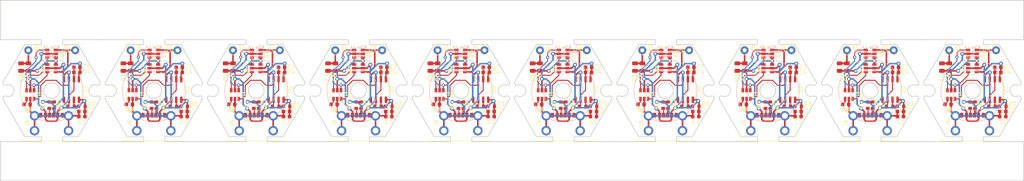
<source format=kicad_pcb>
(kicad_pcb (version 20171130) (host pcbnew "(5.1.10)-1")
  (layers (0 F.Cu signal) (31 B.Cu signal hide) (34 B.Paste user hide) (35 F.Paste user hide) (36 B.SilkS user hide) (37 F.SilkS user) (38 B.Mask user hide) (39 F.Mask user hide) (44 Edge.Cuts user))
  (net 0 "")
  (net 1 GND)
  (net 2 VBUS)
  (net 3 "Net-(C3-Pad1)")
  (net 4 "Net-(C4-Pad1)")
  (net 5 "Net-(J6-PadA5)")
  (net 6 "Net-(J6-PadB5)")
  (net 7 "Net-(R3-Pad1)")
  (net 8 "Net-(C3-Pad2)")
  (net 9 "Net-(C8-Pad1)")
  (net 10 "Net-(J3-Pad1)")
  (net 11 "Net-(Q1-Pad3)")
  (net 12 "Net-(Q1-Pad1)")
  (net 13 "Net-(U1-Pad3)")
  (module Resistor_SMD:R_0603_1608Metric (layer F.Cu) (at 238.65 98.7 270)
    (fp_text reference R1 (at -0.74 -1.3 90) (layer F.SilkS))
    (fp_text value "5.1k 1%")
    (pad 2 smd roundrect (at 0.825 0 270) (size 0.8 0.95) (layers F.Cu F.Paste F.Mask) (net 6 "Net-(J6-PadB5)"))
    (pad 1 smd roundrect (at -0.825 0 270) (size 0.8 0.95) (layers F.Cu F.Paste F.Mask) (net 1 GND))
  )
  (module Capacitor_SMD:C_0805_2012Metric (layer F.Cu) (at 230.25 89 90)
    (fp_text reference C3 (at -2.7 -0.01 90) (layer F.SilkS))
    (fp_text value "0.22uF 50V 10%")
    (pad 2 smd roundrect (at 0.95 0 90) (size 1 1.45) (layers F.Cu F.Paste F.Mask) (net 8 "Net-(C3-Pad2)"))
    (pad 1 smd roundrect (at -0.95 0 90) (size 1 1.45) (layers F.Cu F.Paste F.Mask) (net 3 "Net-(C3-Pad1)"))
  )
  (module Capacitor_SMD:C_0603_1608Metric (layer F.Cu) (at 257.785 98.5)
    (fp_text reference C8 (at 0 1.3) (layer F.SilkS))
    (fp_text value "2.2pF 50V 10%")
    (pad 1 smd roundrect (at -0.775 0) (size 0.9 0.95) (layers F.Cu F.Paste F.Mask) (net 9 "Net-(C8-Pad1)"))
    (pad 2 smd roundrect (at 0.775 0) (size 0.9 0.95) (layers F.Cu F.Paste F.Mask) (net 1 GND))
  )
  (module Resistor_SMD:R_0603_1608Metric (layer F.Cu) (at 242.95 99)
    (fp_text reference R5 (at -2.18 0.4 -270) (layer F.SilkS))
    (fp_text value "100k 1%")
    (pad 2 smd roundrect (at 0.825 0) (size 0.8 0.95) (layers F.Cu F.Paste F.Mask) (net 7 "Net-(R3-Pad1)"))
    (pad 1 smd roundrect (at -0.825 0) (size 0.8 0.95) (layers F.Cu F.Paste F.Mask) (net 4 "Net-(C4-Pad1)"))
  )
  (module Capacitor_SMD:C_0603_1608Metric (layer F.Cu) (at 271.7 100.3 180)
    (fp_text reference C2 (at -1.98 0.3 270) (layer F.SilkS))
    (fp_text value "10uF 6.3V")
    (pad 1 smd roundrect (at -0.775 0 180) (size 0.9 0.95) (layers F.Cu F.Paste F.Mask) (net 2 VBUS))
    (pad 2 smd roundrect (at 0.775 0 180) (size 0.9 0.95) (layers F.Cu F.Paste F.Mask) (net 1 GND))
  )
  (module TestPoint:TestPoint_THTPad_D2.0mm_Drill1.0mm (layer F.Cu) (at 258.1 84.7 90)
    (fp_text reference J5 (at 0.53 2.12 90) (layer F.SilkS))
    (fp_text value "Coil B")
    (pad 1 thru_hole circle (at 0 0 90) (size 2 2) (drill 1) (layers *.Cu *.Mask) (net 8 "Net-(C3-Pad2)"))
  )
  (module Capacitor_SMD:C_0603_1608Metric (layer F.Cu) (at 245.7 100.3 180)
    (fp_text reference C2 (at -1.98 0.3 270) (layer F.SilkS))
    (fp_text value "10uF 6.3V")
    (pad 2 smd roundrect (at 0.775 0 180) (size 0.9 0.95) (layers F.Cu F.Paste F.Mask) (net 1 GND))
    (pad 1 smd roundrect (at -0.775 0 180) (size 0.9 0.95) (layers F.Cu F.Paste F.Mask) (net 2 VBUS))
  )
  (module Package_TO_SOT_SMD:SOT-23-6 (layer F.Cu) (at 238 85.6)
    (fp_text reference Q1 (at 2.59 0.02 -90) (layer F.SilkS))
    (fp_text value YJS2301A)
    (pad 5 smd rect (at 1.1 0) (size 1.06 0.65) (layers F.Cu F.Paste F.Mask) (net 2 VBUS))
    (pad 6 smd rect (at 1.1 -0.95) (size 1.06 0.65) (layers F.Cu F.Paste F.Mask) (net 10 "Net-(J3-Pad1)"))
    (pad 4 smd rect (at 1.1 0.95) (size 1.06 0.65) (layers F.Cu F.Paste F.Mask) (net 3 "Net-(C3-Pad1)"))
    (pad 3 smd rect (at -1.1 0.95) (size 1.06 0.65) (layers F.Cu F.Paste F.Mask) (net 11 "Net-(Q1-Pad3)"))
    (pad 2 smd rect (at -1.1 0) (size 1.06 0.65) (layers F.Cu F.Paste F.Mask) (net 2 VBUS))
    (pad 1 smd rect (at -1.1 -0.95) (size 1.06 0.65) (layers F.Cu F.Paste F.Mask) (net 12 "Net-(Q1-Pad1)"))
  )
  (module Capacitor_SMD:C_0603_1608Metric (layer F.Cu) (at 245.7 101.6 180)
    (fp_text reference C1 (at -0.03 -1.35 180) (layer F.SilkS))
    (fp_text value "0.1uF 6.3V")
    (pad 2 smd roundrect (at 0.775 0 180) (size 0.9 0.95) (layers F.Cu F.Paste F.Mask) (net 1 GND))
    (pad 1 smd roundrect (at -0.775 0 180) (size 0.9 0.95) (layers F.Cu F.Paste F.Mask) (net 2 VBUS))
  )
  (module Capacitor_SMD:C_0805_2012Metric (layer F.Cu) (at 258.1 89 90)
    (fp_text reference C6 (at -2.69 -0.08 90) (layer F.SilkS))
    (fp_text value "0.1uF 50V 10%")
    (pad 1 smd roundrect (at -0.95 0 90) (size 1 1.45) (layers F.Cu F.Paste F.Mask) (net 3 "Net-(C3-Pad1)"))
    (pad 2 smd roundrect (at 0.95 0 90) (size 1 1.45) (layers F.Cu F.Paste F.Mask) (net 8 "Net-(C3-Pad2)"))
  )
  (module Pixels-dice:SOP-8_3.9x4.9mm_P1.27mm (layer F.Cu) (at 243.05 94.7 270)
    (fp_text reference U2 (at 0 -3.4 90) (layer F.SilkS))
    (fp_text value NE551D)
    (pad 8 smd roundrect (at 2.625 -1.905 270) (size 1.65 0.6) (layers F.Cu F.Paste F.Mask) (net 2 VBUS))
    (pad 7 smd roundrect (at 2.625 -0.635 270) (size 1.65 0.6) (layers F.Cu F.Paste F.Mask) (net 7 "Net-(R3-Pad1)"))
    (pad 6 smd roundrect (at 2.625 0.635 270) (size 1.65 0.6) (layers F.Cu F.Paste F.Mask) (net 4 "Net-(C4-Pad1)"))
    (pad 5 smd roundrect (at 2.625 1.905 270) (size 1.65 0.6) (layers F.Cu F.Paste F.Mask))
    (pad 4 smd roundrect (at -2.625 1.905 270) (size 1.65 0.6) (layers F.Cu F.Paste F.Mask) (net 2 VBUS))
    (pad 3 smd roundrect (at -2.625 0.635 270) (size 1.65 0.6) (layers F.Cu F.Paste F.Mask) (net 13 "Net-(U1-Pad3)"))
    (pad 2 smd roundrect (at -2.625 -0.635 270) (size 1.65 0.6) (layers F.Cu F.Paste F.Mask) (net 4 "Net-(C4-Pad1)"))
    (pad 1 smd roundrect (at -2.625 -1.905 270) (size 1.65 0.6) (layers F.Cu F.Paste F.Mask) (net 1 GND))
  )
  (module Pixels-dice:USB-C-SMD_10P-P1.00-L6.8-W8.9 (layer F.Cu) (at 238 103.3 90)
    (fp_text reference J6 (at 0 -6.21 90) (layer F.SilkS))
    (fp_text value USB_C_Receptacle_USB2.0)
    (pad B12 smd rect (at 2.05 -2.75) (size 0.8 1.2) (layers F.Cu F.Paste F.Mask) (net 1 GND))
    (pad B9 smd rect (at 2.05 -1.52) (size 0.8 1.2) (layers F.Cu F.Paste F.Mask) (net 2 VBUS))
    (pad A5 smd rect (at 2.05 -0.5) (size 0.8 1.2) (layers F.Cu F.Paste F.Mask) (net 5 "Net-(J6-PadA5)"))
    (pad B5 smd rect (at 2.05 0.5) (size 0.8 1.2) (layers F.Cu F.Paste F.Mask) (net 6 "Net-(J6-PadB5)"))
    (pad A9 smd rect (at 2.05 1.52) (size 0.8 1.2) (layers F.Cu F.Paste F.Mask) (net 2 VBUS))
    (pad A12 smd rect (at 2.05 2.75) (size 0.8 1.2) (layers F.Cu F.Paste F.Mask) (net 1 GND))
    (pad S1 thru_hole circle (at -1.9 -4.32) (size 2.4 2.4) (drill 1.5) (layers *.Cu *.Mask) (net 1 GND))
    (pad S1 thru_hole circle (at -1.9 4.32) (size 2.4 2.4) (drill 1.5) (layers *.Cu *.Mask) (net 1 GND))
    (pad S1 thru_hole circle (at 1.9 -4.32) (size 2.4 2.4) (drill 1.5) (layers *.Cu *.Mask) (net 1 GND))
    (pad S1 thru_hole circle (at 1.9 4.32) (size 2.4 2.4) (drill 1.5) (layers *.Cu *.Mask) (net 1 GND))
  )
  (module Pixels-dice:SOT-26 (layer F.Cu) (at 232.6 96 270)
    (fp_text reference U1 (at 0 -2.44 270) (layer F.SilkS))
    (fp_text value AP1511B)
    (pad 5 smd rect (at -1.1 0 90) (size 1.06 0.65) (layers F.Cu F.Paste F.Mask) (net 2 VBUS))
    (pad 6 smd rect (at -1.1 0.95 90) (size 1.06 0.65) (layers F.Cu F.Paste F.Mask) (net 11 "Net-(Q1-Pad3)"))
    (pad 4 smd rect (at -1.1 -0.95 90) (size 1.06 0.65) (layers F.Cu F.Paste F.Mask) (net 12 "Net-(Q1-Pad1)"))
    (pad 3 smd rect (at 1.1 -0.95 90) (size 1.06 0.65) (layers F.Cu F.Paste F.Mask) (net 13 "Net-(U1-Pad3)"))
    (pad 2 smd rect (at 1.1 0 90) (size 1.06 0.65) (layers F.Cu F.Paste F.Mask) (net 1 GND))
    (pad 1 smd rect (at 1.1 0.95 90) (size 1.06 0.65) (layers F.Cu F.Paste F.Mask) (net 9 "Net-(C8-Pad1)"))
  )
  (module Capacitor_SMD:C_0603_1608Metric (layer F.Cu) (at 271.7 101.6 180)
    (fp_text reference C1 (at -0.03 -1.35 180) (layer F.SilkS))
    (fp_text value "0.1uF 6.3V")
    (pad 1 smd roundrect (at -0.775 0 180) (size 0.9 0.95) (layers F.Cu F.Paste F.Mask) (net 2 VBUS))
    (pad 2 smd roundrect (at 0.775 0 180) (size 0.9 0.95) (layers F.Cu F.Paste F.Mask) (net 1 GND))
  )
  (module TestPoint:TestPoint_THTPad_D2.0mm_Drill1.0mm (layer F.Cu) (at 232.1 84.7 90)
    (fp_text reference J5 (at 0.53 2.12 90) (layer F.SilkS))
    (fp_text value "Coil B")
    (pad 1 thru_hole circle (at 0 0 90) (size 2 2) (drill 1) (layers *.Cu *.Mask) (net 8 "Net-(C3-Pad2)"))
  )
  (module Pixels-dice:SOP-8_3.9x4.9mm_P1.27mm (layer F.Cu) (at 269.05 94.7 270)
    (fp_text reference U2 (at 0 -3.4 90) (layer F.SilkS))
    (fp_text value NE551D)
    (pad 1 smd roundrect (at -2.625 -1.905 270) (size 1.65 0.6) (layers F.Cu F.Paste F.Mask) (net 1 GND))
    (pad 2 smd roundrect (at -2.625 -0.635 270) (size 1.65 0.6) (layers F.Cu F.Paste F.Mask) (net 4 "Net-(C4-Pad1)"))
    (pad 3 smd roundrect (at -2.625 0.635 270) (size 1.65 0.6) (layers F.Cu F.Paste F.Mask) (net 13 "Net-(U1-Pad3)"))
    (pad 4 smd roundrect (at -2.625 1.905 270) (size 1.65 0.6) (layers F.Cu F.Paste F.Mask) (net 2 VBUS))
    (pad 5 smd roundrect (at 2.625 1.905 270) (size 1.65 0.6) (layers F.Cu F.Paste F.Mask))
    (pad 6 smd roundrect (at 2.625 0.635 270) (size 1.65 0.6) (layers F.Cu F.Paste F.Mask) (net 4 "Net-(C4-Pad1)"))
    (pad 7 smd roundrect (at 2.625 -0.635 270) (size 1.65 0.6) (layers F.Cu F.Paste F.Mask) (net 7 "Net-(R3-Pad1)"))
    (pad 8 smd roundrect (at 2.625 -1.905 270) (size 1.65 0.6) (layers F.Cu F.Paste F.Mask) (net 2 VBUS))
  )
  (module Resistor_SMD:R_0603_1608Metric (layer F.Cu) (at 263.4 98.7 270)
    (fp_text reference R2 (at -0.035 1.64 90) (layer F.SilkS))
    (fp_text value "5.1k 1%")
    (pad 1 smd roundrect (at -0.825 0 270) (size 0.8 0.95) (layers F.Cu F.Paste F.Mask) (net 1 GND))
    (pad 2 smd roundrect (at 0.825 0 270) (size 0.8 0.95) (layers F.Cu F.Paste F.Mask) (net 5 "Net-(J6-PadA5)"))
  )
  (module Pixels-dice:Mouse_Bites (layer F.Cu) (at 238.1 107)
    (fp_text reference REF** hide)
    (fp_text value Mouse_Bites)
    (pad "" np_thru_hole circle (at -2.1 0) (size 0.4 0.4) (drill 0.4) (layers *.Cu *.Mask))
    (pad "" np_thru_hole circle (at -1.5 0) (size 0.4 0.4) (drill 0.4) (layers *.Cu *.Mask))
    (pad "" np_thru_hole circle (at -0.9 0) (size 0.4 0.4) (drill 0.4) (layers *.Cu *.Mask))
    (pad "" np_thru_hole circle (at -0.3 0) (size 0.4 0.4) (drill 0.4) (layers *.Cu *.Mask))
    (pad "" np_thru_hole circle (at 0.3 0) (size 0.4 0.4) (drill 0.4) (layers *.Cu *.Mask))
    (pad "" np_thru_hole circle (at 0.9 0) (size 0.4 0.4) (drill 0.4) (layers *.Cu *.Mask))
    (pad "" np_thru_hole circle (at 1.5 0) (size 0.4 0.4) (drill 0.4) (layers *.Cu *.Mask))
    (pad "" np_thru_hole circle (at 2.1 0) (size 0.4 0.4) (drill 0.4) (layers *.Cu *.Mask))
  )
  (module Capacitor_SMD:C_0603_1608Metric (layer F.Cu) (at 244.45 90.35)
    (fp_text reference C4 (at 2.4 -0.03) (layer F.SilkS))
    (fp_text value "10pF 50V 10%")
    (pad 2 smd roundrect (at 0.775 0) (size 0.9 0.95) (layers F.Cu F.Paste F.Mask) (net 1 GND))
    (pad 1 smd roundrect (at -0.775 0) (size 0.9 0.95) (layers F.Cu F.Paste F.Mask) (net 4 "Net-(C4-Pad1)"))
  )
  (module Capacitor_SMD:C_0805_2012Metric (layer F.Cu) (at 232.1 89 90)
    (fp_text reference C6 (at -2.69 -0.08 90) (layer F.SilkS))
    (fp_text value "0.1uF 50V 10%")
    (pad 2 smd roundrect (at 0.95 0 90) (size 1 1.45) (layers F.Cu F.Paste F.Mask) (net 8 "Net-(C3-Pad2)"))
    (pad 1 smd roundrect (at -0.95 0 90) (size 1 1.45) (layers F.Cu F.Paste F.Mask) (net 3 "Net-(C3-Pad1)"))
  )
  (module Pixels-dice:Mouse_Bites (layer F.Cu) (at 264.1 83)
    (fp_text reference REF** hide)
    (fp_text value Mouse_Bites)
    (pad "" np_thru_hole circle (at -2.1 0) (size 0.4 0.4) (drill 0.4) (layers *.Cu *.Mask))
    (pad "" np_thru_hole circle (at -1.5 0) (size 0.4 0.4) (drill 0.4) (layers *.Cu *.Mask))
    (pad "" np_thru_hole circle (at -0.9 0) (size 0.4 0.4) (drill 0.4) (layers *.Cu *.Mask))
    (pad "" np_thru_hole circle (at -0.3 0) (size 0.4 0.4) (drill 0.4) (layers *.Cu *.Mask))
    (pad "" np_thru_hole circle (at 0.3 0) (size 0.4 0.4) (drill 0.4) (layers *.Cu *.Mask))
    (pad "" np_thru_hole circle (at 0.9 0) (size 0.4 0.4) (drill 0.4) (layers *.Cu *.Mask))
    (pad "" np_thru_hole circle (at 1.5 0) (size 0.4 0.4) (drill 0.4) (layers *.Cu *.Mask))
    (pad "" np_thru_hole circle (at 2.1 0) (size 0.4 0.4) (drill 0.4) (layers *.Cu *.Mask))
  )
  (module Package_TO_SOT_SMD:SOT-23-6 (layer F.Cu) (at 263.99 89.28)
    (fp_text reference Q2 (at -2.66 0.1 -90) (layer F.SilkS))
    (fp_text value NCE6802)
    (pad 1 smd rect (at -1.1 -0.95) (size 1.06 0.65) (layers F.Cu F.Paste F.Mask) (net 11 "Net-(Q1-Pad3)"))
    (pad 2 smd rect (at -1.1 0) (size 1.06 0.65) (layers F.Cu F.Paste F.Mask) (net 1 GND))
    (pad 3 smd rect (at -1.1 0.95) (size 1.06 0.65) (layers F.Cu F.Paste F.Mask) (net 12 "Net-(Q1-Pad1)"))
    (pad 4 smd rect (at 1.1 0.95) (size 1.06 0.65) (layers F.Cu F.Paste F.Mask) (net 10 "Net-(J3-Pad1)"))
    (pad 6 smd rect (at 1.1 -0.95) (size 1.06 0.65) (layers F.Cu F.Paste F.Mask) (net 3 "Net-(C3-Pad1)"))
    (pad 5 smd rect (at 1.1 0) (size 1.06 0.65) (layers F.Cu F.Paste F.Mask) (net 1 GND))
  )
  (module TestPoint:TestPoint_THTPad_D2.0mm_Drill1.0mm (layer F.Cu) (at 244 84.7 90)
    (fp_text reference J3 (at 0.51 -2.13 90) (layer F.SilkS))
    (fp_text value "Coil A")
    (pad 1 thru_hole circle (at 0 0 90) (size 2 2) (drill 1) (layers *.Cu *.Mask) (net 10 "Net-(J3-Pad1)"))
  )
  (module Package_TO_SOT_SMD:SOT-23-6 (layer F.Cu) (at 237.99 89.28)
    (fp_text reference Q2 (at -2.66 0.1 -90) (layer F.SilkS))
    (fp_text value NCE6802)
    (pad 5 smd rect (at 1.1 0) (size 1.06 0.65) (layers F.Cu F.Paste F.Mask) (net 1 GND))
    (pad 6 smd rect (at 1.1 -0.95) (size 1.06 0.65) (layers F.Cu F.Paste F.Mask) (net 3 "Net-(C3-Pad1)"))
    (pad 4 smd rect (at 1.1 0.95) (size 1.06 0.65) (layers F.Cu F.Paste F.Mask) (net 10 "Net-(J3-Pad1)"))
    (pad 3 smd rect (at -1.1 0.95) (size 1.06 0.65) (layers F.Cu F.Paste F.Mask) (net 12 "Net-(Q1-Pad1)"))
    (pad 2 smd rect (at -1.1 0) (size 1.06 0.65) (layers F.Cu F.Paste F.Mask) (net 1 GND))
    (pad 1 smd rect (at -1.1 -0.95) (size 1.06 0.65) (layers F.Cu F.Paste F.Mask) (net 11 "Net-(Q1-Pad3)"))
  )
  (module Pixels-dice:SOT-26 (layer F.Cu) (at 258.6 96 270)
    (fp_text reference U1 (at 0 -2.44 270) (layer F.SilkS))
    (fp_text value AP1511B)
    (pad 1 smd rect (at 1.1 0.95 90) (size 1.06 0.65) (layers F.Cu F.Paste F.Mask) (net 9 "Net-(C8-Pad1)"))
    (pad 2 smd rect (at 1.1 0 90) (size 1.06 0.65) (layers F.Cu F.Paste F.Mask) (net 1 GND))
    (pad 3 smd rect (at 1.1 -0.95 90) (size 1.06 0.65) (layers F.Cu F.Paste F.Mask) (net 13 "Net-(U1-Pad3)"))
    (pad 4 smd rect (at -1.1 -0.95 90) (size 1.06 0.65) (layers F.Cu F.Paste F.Mask) (net 12 "Net-(Q1-Pad1)"))
    (pad 6 smd rect (at -1.1 0.95 90) (size 1.06 0.65) (layers F.Cu F.Paste F.Mask) (net 11 "Net-(Q1-Pad3)"))
    (pad 5 smd rect (at -1.1 0 90) (size 1.06 0.65) (layers F.Cu F.Paste F.Mask) (net 2 VBUS))
  )
  (module Capacitor_SMD:C_0603_1608Metric (layer F.Cu) (at 270.45 89.05)
    (fp_text reference C7 (at 2.42 -0.11) (layer F.SilkS))
    (fp_text value "33pF 50V 10%")
    (pad 1 smd roundrect (at -0.775 0) (size 0.9 0.95) (layers F.Cu F.Paste F.Mask) (net 4 "Net-(C4-Pad1)"))
    (pad 2 smd roundrect (at 0.775 0) (size 0.9 0.95) (layers F.Cu F.Paste F.Mask) (net 1 GND))
  )
  (module Resistor_SMD:R_0603_1608Metric (layer F.Cu) (at 264.65 98.7 270)
    (fp_text reference R1 (at -0.74 -1.3 90) (layer F.SilkS))
    (fp_text value "5.1k 1%")
    (pad 1 smd roundrect (at -0.825 0 270) (size 0.8 0.95) (layers F.Cu F.Paste F.Mask) (net 1 GND))
    (pad 2 smd roundrect (at 0.825 0 270) (size 0.8 0.95) (layers F.Cu F.Paste F.Mask) (net 6 "Net-(J6-PadB5)"))
  )
  (module Resistor_SMD:R_0603_1608Metric (layer F.Cu) (at 245.7 99)
    (fp_text reference R3 (at 2.41 -0.6) (layer F.SilkS))
    (fp_text value "10k 1%")
    (pad 2 smd roundrect (at 0.825 0) (size 0.8 0.95) (layers F.Cu F.Paste F.Mask) (net 2 VBUS))
    (pad 1 smd roundrect (at -0.825 0) (size 0.8 0.95) (layers F.Cu F.Paste F.Mask) (net 7 "Net-(R3-Pad1)"))
  )
  (module Resistor_SMD:R_0603_1608Metric (layer F.Cu) (at 271.7 99)
    (fp_text reference R3 (at 2.41 -0.6) (layer F.SilkS))
    (fp_text value "10k 1%")
    (pad 1 smd roundrect (at -0.825 0) (size 0.8 0.95) (layers F.Cu F.Paste F.Mask) (net 7 "Net-(R3-Pad1)"))
    (pad 2 smd roundrect (at 0.825 0) (size 0.8 0.95) (layers F.Cu F.Paste F.Mask) (net 2 VBUS))
  )
  (module Capacitor_SMD:C_0603_1608Metric (layer F.Cu) (at 270.45 90.35)
    (fp_text reference C4 (at 2.4 -0.03) (layer F.SilkS))
    (fp_text value "10pF 50V 10%")
    (pad 1 smd roundrect (at -0.775 0) (size 0.9 0.95) (layers F.Cu F.Paste F.Mask) (net 4 "Net-(C4-Pad1)"))
    (pad 2 smd roundrect (at 0.775 0) (size 0.9 0.95) (layers F.Cu F.Paste F.Mask) (net 1 GND))
  )
  (module Capacitor_SMD:C_0805_2012Metric (layer F.Cu) (at 256.25 89 90)
    (fp_text reference C3 (at -2.7 -0.01 90) (layer F.SilkS))
    (fp_text value "0.22uF 50V 10%")
    (pad 1 smd roundrect (at -0.95 0 90) (size 1 1.45) (layers F.Cu F.Paste F.Mask) (net 3 "Net-(C3-Pad1)"))
    (pad 2 smd roundrect (at 0.95 0 90) (size 1 1.45) (layers F.Cu F.Paste F.Mask) (net 8 "Net-(C3-Pad2)"))
  )
  (module Package_TO_SOT_SMD:SOT-23-6 (layer F.Cu) (at 264 85.6)
    (fp_text reference Q1 (at 2.59 0.02 -90) (layer F.SilkS))
    (fp_text value YJS2301A)
    (pad 1 smd rect (at -1.1 -0.95) (size 1.06 0.65) (layers F.Cu F.Paste F.Mask) (net 12 "Net-(Q1-Pad1)"))
    (pad 2 smd rect (at -1.1 0) (size 1.06 0.65) (layers F.Cu F.Paste F.Mask) (net 2 VBUS))
    (pad 3 smd rect (at -1.1 0.95) (size 1.06 0.65) (layers F.Cu F.Paste F.Mask) (net 11 "Net-(Q1-Pad3)"))
    (pad 4 smd rect (at 1.1 0.95) (size 1.06 0.65) (layers F.Cu F.Paste F.Mask) (net 3 "Net-(C3-Pad1)"))
    (pad 6 smd rect (at 1.1 -0.95) (size 1.06 0.65) (layers F.Cu F.Paste F.Mask) (net 10 "Net-(J3-Pad1)"))
    (pad 5 smd rect (at 1.1 0) (size 1.06 0.65) (layers F.Cu F.Paste F.Mask) (net 2 VBUS))
  )
  (module Resistor_SMD:R_0603_1608Metric (layer F.Cu) (at 237.4 98.7 270)
    (fp_text reference R2 (at -0.035 1.64 90) (layer F.SilkS))
    (fp_text value "5.1k 1%")
    (pad 2 smd roundrect (at 0.825 0 270) (size 0.8 0.95) (layers F.Cu F.Paste F.Mask) (net 5 "Net-(J6-PadA5)"))
    (pad 1 smd roundrect (at -0.825 0 270) (size 0.8 0.95) (layers F.Cu F.Paste F.Mask) (net 1 GND))
  )
  (module Pixels-dice:Mouse_Bites (layer F.Cu) (at 264.1 107)
    (fp_text reference REF** hide)
    (fp_text value Mouse_Bites)
    (pad "" np_thru_hole circle (at 2.1 0) (size 0.4 0.4) (drill 0.4) (layers *.Cu *.Mask))
    (pad "" np_thru_hole circle (at 1.5 0) (size 0.4 0.4) (drill 0.4) (layers *.Cu *.Mask))
    (pad "" np_thru_hole circle (at 0.9 0) (size 0.4 0.4) (drill 0.4) (layers *.Cu *.Mask))
    (pad "" np_thru_hole circle (at 0.3 0) (size 0.4 0.4) (drill 0.4) (layers *.Cu *.Mask))
    (pad "" np_thru_hole circle (at -0.3 0) (size 0.4 0.4) (drill 0.4) (layers *.Cu *.Mask))
    (pad "" np_thru_hole circle (at -0.9 0) (size 0.4 0.4) (drill 0.4) (layers *.Cu *.Mask))
    (pad "" np_thru_hole circle (at -1.5 0) (size 0.4 0.4) (drill 0.4) (layers *.Cu *.Mask))
    (pad "" np_thru_hole circle (at -2.1 0) (size 0.4 0.4) (drill 0.4) (layers *.Cu *.Mask))
  )
  (module Pixels-dice:USB-C-SMD_10P-P1.00-L6.8-W8.9 (layer F.Cu) (at 264 103.3 90)
    (fp_text reference J6 (at 0 -6.21 90) (layer F.SilkS))
    (fp_text value USB_C_Receptacle_USB2.0)
    (pad S1 thru_hole circle (at 1.9 4.32) (size 2.4 2.4) (drill 1.5) (layers *.Cu *.Mask) (net 1 GND))
    (pad S1 thru_hole circle (at 1.9 -4.32) (size 2.4 2.4) (drill 1.5) (layers *.Cu *.Mask) (net 1 GND))
    (pad S1 thru_hole circle (at -1.9 4.32) (size 2.4 2.4) (drill 1.5) (layers *.Cu *.Mask) (net 1 GND))
    (pad S1 thru_hole circle (at -1.9 -4.32) (size 2.4 2.4) (drill 1.5) (layers *.Cu *.Mask) (net 1 GND))
    (pad A12 smd rect (at 2.05 2.75) (size 0.8 1.2) (layers F.Cu F.Paste F.Mask) (net 1 GND))
    (pad A9 smd rect (at 2.05 1.52) (size 0.8 1.2) (layers F.Cu F.Paste F.Mask) (net 2 VBUS))
    (pad B5 smd rect (at 2.05 0.5) (size 0.8 1.2) (layers F.Cu F.Paste F.Mask) (net 6 "Net-(J6-PadB5)"))
    (pad A5 smd rect (at 2.05 -0.5) (size 0.8 1.2) (layers F.Cu F.Paste F.Mask) (net 5 "Net-(J6-PadA5)"))
    (pad B9 smd rect (at 2.05 -1.52) (size 0.8 1.2) (layers F.Cu F.Paste F.Mask) (net 2 VBUS))
    (pad B12 smd rect (at 2.05 -2.75) (size 0.8 1.2) (layers F.Cu F.Paste F.Mask) (net 1 GND))
  )
  (module Capacitor_SMD:C_0603_1608Metric (layer F.Cu) (at 231.785 98.5)
    (fp_text reference C8 (at 0 1.3) (layer F.SilkS))
    (fp_text value "2.2pF 50V 10%")
    (pad 2 smd roundrect (at 0.775 0) (size 0.9 0.95) (layers F.Cu F.Paste F.Mask) (net 1 GND))
    (pad 1 smd roundrect (at -0.775 0) (size 0.9 0.95) (layers F.Cu F.Paste F.Mask) (net 9 "Net-(C8-Pad1)"))
  )
  (module Pixels-dice:Mouse_Bites (layer F.Cu) (at 238.1 83)
    (fp_text reference REF** hide)
    (fp_text value Mouse_Bites)
    (pad "" np_thru_hole circle (at 2.1 0) (size 0.4 0.4) (drill 0.4) (layers *.Cu *.Mask))
    (pad "" np_thru_hole circle (at 1.5 0) (size 0.4 0.4) (drill 0.4) (layers *.Cu *.Mask))
    (pad "" np_thru_hole circle (at 0.9 0) (size 0.4 0.4) (drill 0.4) (layers *.Cu *.Mask))
    (pad "" np_thru_hole circle (at 0.3 0) (size 0.4 0.4) (drill 0.4) (layers *.Cu *.Mask))
    (pad "" np_thru_hole circle (at -0.3 0) (size 0.4 0.4) (drill 0.4) (layers *.Cu *.Mask))
    (pad "" np_thru_hole circle (at -0.9 0) (size 0.4 0.4) (drill 0.4) (layers *.Cu *.Mask))
    (pad "" np_thru_hole circle (at -1.5 0) (size 0.4 0.4) (drill 0.4) (layers *.Cu *.Mask))
    (pad "" np_thru_hole circle (at -2.1 0) (size 0.4 0.4) (drill 0.4) (layers *.Cu *.Mask))
  )
  (module Capacitor_SMD:C_0603_1608Metric (layer F.Cu) (at 244.45 89.05)
    (fp_text reference C7 (at 2.42 -0.11) (layer F.SilkS))
    (fp_text value "33pF 50V 10%")
    (pad 2 smd roundrect (at 0.775 0) (size 0.9 0.95) (layers F.Cu F.Paste F.Mask) (net 1 GND))
    (pad 1 smd roundrect (at -0.775 0) (size 0.9 0.95) (layers F.Cu F.Paste F.Mask) (net 4 "Net-(C4-Pad1)"))
  )
  (module TestPoint:TestPoint_THTPad_D2.0mm_Drill1.0mm (layer F.Cu) (at 270 84.7 90)
    (fp_text reference J3 (at 0.51 -2.13 90) (layer F.SilkS))
    (fp_text value "Coil A")
    (pad 1 thru_hole circle (at 0 0 90) (size 2 2) (drill 1) (layers *.Cu *.Mask) (net 10 "Net-(J3-Pad1)"))
  )
  (module Resistor_SMD:R_0603_1608Metric (layer F.Cu) (at 268.95 99)
    (fp_text reference R5 (at -2.18 0.4 -270) (layer F.SilkS))
    (fp_text value "100k 1%")
    (pad 1 smd roundrect (at -0.825 0) (size 0.8 0.95) (layers F.Cu F.Paste F.Mask) (net 4 "Net-(C4-Pad1)"))
    (pad 2 smd roundrect (at 0.825 0) (size 0.8 0.95) (layers F.Cu F.Paste F.Mask) (net 7 "Net-(R3-Pad1)"))
  )
  (module Resistor_SMD:R_0603_1608Metric (layer F.Cu) (at 186.65 98.7 270)
    (fp_text reference R1 (at -0.74 -1.3 90) (layer F.SilkS))
    (fp_text value "5.1k 1%")
    (pad 1 smd roundrect (at -0.825 0 270) (size 0.8 0.95) (layers F.Cu F.Paste F.Mask) (net 1 GND))
    (pad 2 smd roundrect (at 0.825 0 270) (size 0.8 0.95) (layers F.Cu F.Paste F.Mask) (net 6 "Net-(J6-PadB5)"))
  )
  (module Resistor_SMD:R_0603_1608Metric (layer F.Cu) (at 212.65 98.7 270)
    (fp_text reference R1 (at -0.74 -1.3 90) (layer F.SilkS))
    (fp_text value "5.1k 1%")
    (pad 2 smd roundrect (at 0.825 0 270) (size 0.8 0.95) (layers F.Cu F.Paste F.Mask) (net 6 "Net-(J6-PadB5)"))
    (pad 1 smd roundrect (at -0.825 0 270) (size 0.8 0.95) (layers F.Cu F.Paste F.Mask) (net 1 GND))
  )
  (module Capacitor_SMD:C_0805_2012Metric (layer F.Cu) (at 178.25 89 90)
    (fp_text reference C3 (at -2.7 -0.01 90) (layer F.SilkS))
    (fp_text value "0.22uF 50V 10%")
    (pad 1 smd roundrect (at -0.95 0 90) (size 1 1.45) (layers F.Cu F.Paste F.Mask) (net 3 "Net-(C3-Pad1)"))
    (pad 2 smd roundrect (at 0.95 0 90) (size 1 1.45) (layers F.Cu F.Paste F.Mask) (net 8 "Net-(C3-Pad2)"))
  )
  (module Package_TO_SOT_SMD:SOT-23-6 (layer F.Cu) (at 186 85.6)
    (fp_text reference Q1 (at 2.59 0.02 -90) (layer F.SilkS))
    (fp_text value YJS2301A)
    (pad 1 smd rect (at -1.1 -0.95) (size 1.06 0.65) (layers F.Cu F.Paste F.Mask) (net 12 "Net-(Q1-Pad1)"))
    (pad 2 smd rect (at -1.1 0) (size 1.06 0.65) (layers F.Cu F.Paste F.Mask) (net 2 VBUS))
    (pad 3 smd rect (at -1.1 0.95) (size 1.06 0.65) (layers F.Cu F.Paste F.Mask) (net 11 "Net-(Q1-Pad3)"))
    (pad 4 smd rect (at 1.1 0.95) (size 1.06 0.65) (layers F.Cu F.Paste F.Mask) (net 3 "Net-(C3-Pad1)"))
    (pad 6 smd rect (at 1.1 -0.95) (size 1.06 0.65) (layers F.Cu F.Paste F.Mask) (net 10 "Net-(J3-Pad1)"))
    (pad 5 smd rect (at 1.1 0) (size 1.06 0.65) (layers F.Cu F.Paste F.Mask) (net 2 VBUS))
  )
  (module Capacitor_SMD:C_0805_2012Metric (layer F.Cu) (at 206.1 89 90)
    (fp_text reference C6 (at -2.69 -0.08 90) (layer F.SilkS))
    (fp_text value "0.1uF 50V 10%")
    (pad 2 smd roundrect (at 0.95 0 90) (size 1 1.45) (layers F.Cu F.Paste F.Mask) (net 8 "Net-(C3-Pad2)"))
    (pad 1 smd roundrect (at -0.95 0 90) (size 1 1.45) (layers F.Cu F.Paste F.Mask) (net 3 "Net-(C3-Pad1)"))
  )
  (module Capacitor_SMD:C_0805_2012Metric (layer F.Cu) (at 180.1 89 90)
    (fp_text reference C6 (at -2.69 -0.08 90) (layer F.SilkS))
    (fp_text value "0.1uF 50V 10%")
    (pad 1 smd roundrect (at -0.95 0 90) (size 1 1.45) (layers F.Cu F.Paste F.Mask) (net 3 "Net-(C3-Pad1)"))
    (pad 2 smd roundrect (at 0.95 0 90) (size 1 1.45) (layers F.Cu F.Paste F.Mask) (net 8 "Net-(C3-Pad2)"))
  )
  (module Capacitor_SMD:C_0603_1608Metric (layer F.Cu) (at 205.785 98.5)
    (fp_text reference C8 (at 0 1.3) (layer F.SilkS))
    (fp_text value "2.2pF 50V 10%")
    (pad 2 smd roundrect (at 0.775 0) (size 0.9 0.95) (layers F.Cu F.Paste F.Mask) (net 1 GND))
    (pad 1 smd roundrect (at -0.775 0) (size 0.9 0.95) (layers F.Cu F.Paste F.Mask) (net 9 "Net-(C8-Pad1)"))
  )
  (module Capacitor_SMD:C_0603_1608Metric (layer F.Cu) (at 218.45 89.05)
    (fp_text reference C7 (at 2.42 -0.11) (layer F.SilkS))
    (fp_text value "33pF 50V 10%")
    (pad 2 smd roundrect (at 0.775 0) (size 0.9 0.95) (layers F.Cu F.Paste F.Mask) (net 1 GND))
    (pad 1 smd roundrect (at -0.775 0) (size 0.9 0.95) (layers F.Cu F.Paste F.Mask) (net 4 "Net-(C4-Pad1)"))
  )
  (module Pixels-dice:Mouse_Bites (layer F.Cu) (at 212.1 83)
    (fp_text reference REF** hide)
    (fp_text value Mouse_Bites)
    (pad "" np_thru_hole circle (at 2.1 0) (size 0.4 0.4) (drill 0.4) (layers *.Cu *.Mask))
    (pad "" np_thru_hole circle (at 1.5 0) (size 0.4 0.4) (drill 0.4) (layers *.Cu *.Mask))
    (pad "" np_thru_hole circle (at 0.9 0) (size 0.4 0.4) (drill 0.4) (layers *.Cu *.Mask))
    (pad "" np_thru_hole circle (at 0.3 0) (size 0.4 0.4) (drill 0.4) (layers *.Cu *.Mask))
    (pad "" np_thru_hole circle (at -0.3 0) (size 0.4 0.4) (drill 0.4) (layers *.Cu *.Mask))
    (pad "" np_thru_hole circle (at -0.9 0) (size 0.4 0.4) (drill 0.4) (layers *.Cu *.Mask))
    (pad "" np_thru_hole circle (at -1.5 0) (size 0.4 0.4) (drill 0.4) (layers *.Cu *.Mask))
    (pad "" np_thru_hole circle (at -2.1 0) (size 0.4 0.4) (drill 0.4) (layers *.Cu *.Mask))
  )
  (module Package_TO_SOT_SMD:SOT-23-6 (layer F.Cu) (at 185.99 89.28)
    (fp_text reference Q2 (at -2.66 0.1 -90) (layer F.SilkS))
    (fp_text value NCE6802)
    (pad 1 smd rect (at -1.1 -0.95) (size 1.06 0.65) (layers F.Cu F.Paste F.Mask) (net 11 "Net-(Q1-Pad3)"))
    (pad 2 smd rect (at -1.1 0) (size 1.06 0.65) (layers F.Cu F.Paste F.Mask) (net 1 GND))
    (pad 3 smd rect (at -1.1 0.95) (size 1.06 0.65) (layers F.Cu F.Paste F.Mask) (net 12 "Net-(Q1-Pad1)"))
    (pad 4 smd rect (at 1.1 0.95) (size 1.06 0.65) (layers F.Cu F.Paste F.Mask) (net 10 "Net-(J3-Pad1)"))
    (pad 6 smd rect (at 1.1 -0.95) (size 1.06 0.65) (layers F.Cu F.Paste F.Mask) (net 3 "Net-(C3-Pad1)"))
    (pad 5 smd rect (at 1.1 0) (size 1.06 0.65) (layers F.Cu F.Paste F.Mask) (net 1 GND))
  )
  (module Pixels-dice:SOP-8_3.9x4.9mm_P1.27mm (layer F.Cu) (at 191.05 94.7 270)
    (fp_text reference U2 (at 0 -3.4 90) (layer F.SilkS))
    (fp_text value NE551D)
    (pad 1 smd roundrect (at -2.625 -1.905 270) (size 1.65 0.6) (layers F.Cu F.Paste F.Mask) (net 1 GND))
    (pad 2 smd roundrect (at -2.625 -0.635 270) (size 1.65 0.6) (layers F.Cu F.Paste F.Mask) (net 4 "Net-(C4-Pad1)"))
    (pad 3 smd roundrect (at -2.625 0.635 270) (size 1.65 0.6) (layers F.Cu F.Paste F.Mask) (net 13 "Net-(U1-Pad3)"))
    (pad 4 smd roundrect (at -2.625 1.905 270) (size 1.65 0.6) (layers F.Cu F.Paste F.Mask) (net 2 VBUS))
    (pad 5 smd roundrect (at 2.625 1.905 270) (size 1.65 0.6) (layers F.Cu F.Paste F.Mask))
    (pad 6 smd roundrect (at 2.625 0.635 270) (size 1.65 0.6) (layers F.Cu F.Paste F.Mask) (net 4 "Net-(C4-Pad1)"))
    (pad 7 smd roundrect (at 2.625 -0.635 270) (size 1.65 0.6) (layers F.Cu F.Paste F.Mask) (net 7 "Net-(R3-Pad1)"))
    (pad 8 smd roundrect (at 2.625 -1.905 270) (size 1.65 0.6) (layers F.Cu F.Paste F.Mask) (net 2 VBUS))
  )
  (module Pixels-dice:USB-C-SMD_10P-P1.00-L6.8-W8.9 (layer F.Cu) (at 186 103.3 90)
    (fp_text reference J6 (at 0 -6.21 90) (layer F.SilkS))
    (fp_text value USB_C_Receptacle_USB2.0)
    (pad S1 thru_hole circle (at 1.9 4.32) (size 2.4 2.4) (drill 1.5) (layers *.Cu *.Mask) (net 1 GND))
    (pad S1 thru_hole circle (at 1.9 -4.32) (size 2.4 2.4) (drill 1.5) (layers *.Cu *.Mask) (net 1 GND))
    (pad S1 thru_hole circle (at -1.9 4.32) (size 2.4 2.4) (drill 1.5) (layers *.Cu *.Mask) (net 1 GND))
    (pad S1 thru_hole circle (at -1.9 -4.32) (size 2.4 2.4) (drill 1.5) (layers *.Cu *.Mask) (net 1 GND))
    (pad A12 smd rect (at 2.05 2.75) (size 0.8 1.2) (layers F.Cu F.Paste F.Mask) (net 1 GND))
    (pad A9 smd rect (at 2.05 1.52) (size 0.8 1.2) (layers F.Cu F.Paste F.Mask) (net 2 VBUS))
    (pad B5 smd rect (at 2.05 0.5) (size 0.8 1.2) (layers F.Cu F.Paste F.Mask) (net 6 "Net-(J6-PadB5)"))
    (pad A5 smd rect (at 2.05 -0.5) (size 0.8 1.2) (layers F.Cu F.Paste F.Mask) (net 5 "Net-(J6-PadA5)"))
    (pad B9 smd rect (at 2.05 -1.52) (size 0.8 1.2) (layers F.Cu F.Paste F.Mask) (net 2 VBUS))
    (pad B12 smd rect (at 2.05 -2.75) (size 0.8 1.2) (layers F.Cu F.Paste F.Mask) (net 1 GND))
  )
  (module TestPoint:TestPoint_THTPad_D2.0mm_Drill1.0mm (layer F.Cu) (at 180.1 84.7 90)
    (fp_text reference J5 (at 0.53 2.12 90) (layer F.SilkS))
    (fp_text value "Coil B")
    (pad 1 thru_hole circle (at 0 0 90) (size 2 2) (drill 1) (layers *.Cu *.Mask) (net 8 "Net-(C3-Pad2)"))
  )
  (module Capacitor_SMD:C_0603_1608Metric (layer F.Cu) (at 193.7 100.3 180)
    (fp_text reference C2 (at -1.98 0.3 270) (layer F.SilkS))
    (fp_text value "10uF 6.3V")
    (pad 1 smd roundrect (at -0.775 0 180) (size 0.9 0.95) (layers F.Cu F.Paste F.Mask) (net 2 VBUS))
    (pad 2 smd roundrect (at 0.775 0 180) (size 0.9 0.95) (layers F.Cu F.Paste F.Mask) (net 1 GND))
  )
  (module Resistor_SMD:R_0603_1608Metric (layer F.Cu) (at 190.95 99)
    (fp_text reference R5 (at -2.18 0.4 -270) (layer F.SilkS))
    (fp_text value "100k 1%")
    (pad 1 smd roundrect (at -0.825 0) (size 0.8 0.95) (layers F.Cu F.Paste F.Mask) (net 4 "Net-(C4-Pad1)"))
    (pad 2 smd roundrect (at 0.825 0) (size 0.8 0.95) (layers F.Cu F.Paste F.Mask) (net 7 "Net-(R3-Pad1)"))
  )
  (module Resistor_SMD:R_0603_1608Metric (layer F.Cu) (at 193.7 99)
    (fp_text reference R3 (at 2.41 -0.6) (layer F.SilkS))
    (fp_text value "10k 1%")
    (pad 1 smd roundrect (at -0.825 0) (size 0.8 0.95) (layers F.Cu F.Paste F.Mask) (net 7 "Net-(R3-Pad1)"))
    (pad 2 smd roundrect (at 0.825 0) (size 0.8 0.95) (layers F.Cu F.Paste F.Mask) (net 2 VBUS))
  )
  (module Pixels-dice:Mouse_Bites (layer F.Cu) (at 186.1 107)
    (fp_text reference REF** hide)
    (fp_text value Mouse_Bites)
    (pad "" np_thru_hole circle (at 2.1 0) (size 0.4 0.4) (drill 0.4) (layers *.Cu *.Mask))
    (pad "" np_thru_hole circle (at 1.5 0) (size 0.4 0.4) (drill 0.4) (layers *.Cu *.Mask))
    (pad "" np_thru_hole circle (at 0.9 0) (size 0.4 0.4) (drill 0.4) (layers *.Cu *.Mask))
    (pad "" np_thru_hole circle (at 0.3 0) (size 0.4 0.4) (drill 0.4) (layers *.Cu *.Mask))
    (pad "" np_thru_hole circle (at -0.3 0) (size 0.4 0.4) (drill 0.4) (layers *.Cu *.Mask))
    (pad "" np_thru_hole circle (at -0.9 0) (size 0.4 0.4) (drill 0.4) (layers *.Cu *.Mask))
    (pad "" np_thru_hole circle (at -1.5 0) (size 0.4 0.4) (drill 0.4) (layers *.Cu *.Mask))
    (pad "" np_thru_hole circle (at -2.1 0) (size 0.4 0.4) (drill 0.4) (layers *.Cu *.Mask))
  )
  (module Package_TO_SOT_SMD:SOT-23-6 (layer F.Cu) (at 211.99 89.28)
    (fp_text reference Q2 (at -2.66 0.1 -90) (layer F.SilkS))
    (fp_text value NCE6802)
    (pad 5 smd rect (at 1.1 0) (size 1.06 0.65) (layers F.Cu F.Paste F.Mask) (net 1 GND))
    (pad 6 smd rect (at 1.1 -0.95) (size 1.06 0.65) (layers F.Cu F.Paste F.Mask) (net 3 "Net-(C3-Pad1)"))
    (pad 4 smd rect (at 1.1 0.95) (size 1.06 0.65) (layers F.Cu F.Paste F.Mask) (net 10 "Net-(J3-Pad1)"))
    (pad 3 smd rect (at -1.1 0.95) (size 1.06 0.65) (layers F.Cu F.Paste F.Mask) (net 12 "Net-(Q1-Pad1)"))
    (pad 2 smd rect (at -1.1 0) (size 1.06 0.65) (layers F.Cu F.Paste F.Mask) (net 1 GND))
    (pad 1 smd rect (at -1.1 -0.95) (size 1.06 0.65) (layers F.Cu F.Paste F.Mask) (net 11 "Net-(Q1-Pad3)"))
  )
  (module Pixels-dice:SOT-26 (layer F.Cu) (at 180.6 96 270)
    (fp_text reference U1 (at 0 -2.44 270) (layer F.SilkS))
    (fp_text value AP1511B)
    (pad 1 smd rect (at 1.1 0.95 90) (size 1.06 0.65) (layers F.Cu F.Paste F.Mask) (net 9 "Net-(C8-Pad1)"))
    (pad 2 smd rect (at 1.1 0 90) (size 1.06 0.65) (layers F.Cu F.Paste F.Mask) (net 1 GND))
    (pad 3 smd rect (at 1.1 -0.95 90) (size 1.06 0.65) (layers F.Cu F.Paste F.Mask) (net 13 "Net-(U1-Pad3)"))
    (pad 4 smd rect (at -1.1 -0.95 90) (size 1.06 0.65) (layers F.Cu F.Paste F.Mask) (net 12 "Net-(Q1-Pad1)"))
    (pad 6 smd rect (at -1.1 0.95 90) (size 1.06 0.65) (layers F.Cu F.Paste F.Mask) (net 11 "Net-(Q1-Pad3)"))
    (pad 5 smd rect (at -1.1 0 90) (size 1.06 0.65) (layers F.Cu F.Paste F.Mask) (net 2 VBUS))
  )
  (module Capacitor_SMD:C_0603_1608Metric (layer F.Cu) (at 219.7 101.6 180)
    (fp_text reference C1 (at -0.03 -1.35 180) (layer F.SilkS))
    (fp_text value "0.1uF 6.3V")
    (pad 2 smd roundrect (at 0.775 0 180) (size 0.9 0.95) (layers F.Cu F.Paste F.Mask) (net 1 GND))
    (pad 1 smd roundrect (at -0.775 0 180) (size 0.9 0.95) (layers F.Cu F.Paste F.Mask) (net 2 VBUS))
  )
  (module Capacitor_SMD:C_0603_1608Metric (layer F.Cu) (at 219.7 100.3 180)
    (fp_text reference C2 (at -1.98 0.3 270) (layer F.SilkS))
    (fp_text value "10uF 6.3V")
    (pad 2 smd roundrect (at 0.775 0 180) (size 0.9 0.95) (layers F.Cu F.Paste F.Mask) (net 1 GND))
    (pad 1 smd roundrect (at -0.775 0 180) (size 0.9 0.95) (layers F.Cu F.Paste F.Mask) (net 2 VBUS))
  )
  (module Pixels-dice:SOT-26 (layer F.Cu) (at 206.6 96 270)
    (fp_text reference U1 (at 0 -2.44 270) (layer F.SilkS))
    (fp_text value AP1511B)
    (pad 5 smd rect (at -1.1 0 90) (size 1.06 0.65) (layers F.Cu F.Paste F.Mask) (net 2 VBUS))
    (pad 6 smd rect (at -1.1 0.95 90) (size 1.06 0.65) (layers F.Cu F.Paste F.Mask) (net 11 "Net-(Q1-Pad3)"))
    (pad 4 smd rect (at -1.1 -0.95 90) (size 1.06 0.65) (layers F.Cu F.Paste F.Mask) (net 12 "Net-(Q1-Pad1)"))
    (pad 3 smd rect (at 1.1 -0.95 90) (size 1.06 0.65) (layers F.Cu F.Paste F.Mask) (net 13 "Net-(U1-Pad3)"))
    (pad 2 smd rect (at 1.1 0 90) (size 1.06 0.65) (layers F.Cu F.Paste F.Mask) (net 1 GND))
    (pad 1 smd rect (at 1.1 0.95 90) (size 1.06 0.65) (layers F.Cu F.Paste F.Mask) (net 9 "Net-(C8-Pad1)"))
  )
  (module Pixels-dice:SOP-8_3.9x4.9mm_P1.27mm (layer F.Cu) (at 217.05 94.7 270)
    (fp_text reference U2 (at 0 -3.4 90) (layer F.SilkS))
    (fp_text value NE551D)
    (pad 8 smd roundrect (at 2.625 -1.905 270) (size 1.65 0.6) (layers F.Cu F.Paste F.Mask) (net 2 VBUS))
    (pad 7 smd roundrect (at 2.625 -0.635 270) (size 1.65 0.6) (layers F.Cu F.Paste F.Mask) (net 7 "Net-(R3-Pad1)"))
    (pad 6 smd roundrect (at 2.625 0.635 270) (size 1.65 0.6) (layers F.Cu F.Paste F.Mask) (net 4 "Net-(C4-Pad1)"))
    (pad 5 smd roundrect (at 2.625 1.905 270) (size 1.65 0.6) (layers F.Cu F.Paste F.Mask))
    (pad 4 smd roundrect (at -2.625 1.905 270) (size 1.65 0.6) (layers F.Cu F.Paste F.Mask) (net 2 VBUS))
    (pad 3 smd roundrect (at -2.625 0.635 270) (size 1.65 0.6) (layers F.Cu F.Paste F.Mask) (net 13 "Net-(U1-Pad3)"))
    (pad 2 smd roundrect (at -2.625 -0.635 270) (size 1.65 0.6) (layers F.Cu F.Paste F.Mask) (net 4 "Net-(C4-Pad1)"))
    (pad 1 smd roundrect (at -2.625 -1.905 270) (size 1.65 0.6) (layers F.Cu F.Paste F.Mask) (net 1 GND))
  )
  (module Capacitor_SMD:C_0603_1608Metric (layer F.Cu) (at 193.7 101.6 180)
    (fp_text reference C1 (at -0.03 -1.35 180) (layer F.SilkS))
    (fp_text value "0.1uF 6.3V")
    (pad 1 smd roundrect (at -0.775 0 180) (size 0.9 0.95) (layers F.Cu F.Paste F.Mask) (net 2 VBUS))
    (pad 2 smd roundrect (at 0.775 0 180) (size 0.9 0.95) (layers F.Cu F.Paste F.Mask) (net 1 GND))
  )
  (module Resistor_SMD:R_0603_1608Metric (layer F.Cu) (at 211.4 98.7 270)
    (fp_text reference R2 (at -0.035 1.64 90) (layer F.SilkS))
    (fp_text value "5.1k 1%")
    (pad 2 smd roundrect (at 0.825 0 270) (size 0.8 0.95) (layers F.Cu F.Paste F.Mask) (net 5 "Net-(J6-PadA5)"))
    (pad 1 smd roundrect (at -0.825 0 270) (size 0.8 0.95) (layers F.Cu F.Paste F.Mask) (net 1 GND))
  )
  (module TestPoint:TestPoint_THTPad_D2.0mm_Drill1.0mm (layer F.Cu) (at 192 84.7 90)
    (fp_text reference J3 (at 0.51 -2.13 90) (layer F.SilkS))
    (fp_text value "Coil A")
    (pad 1 thru_hole circle (at 0 0 90) (size 2 2) (drill 1) (layers *.Cu *.Mask) (net 10 "Net-(J3-Pad1)"))
  )
  (module Capacitor_SMD:C_0603_1608Metric (layer F.Cu) (at 192.45 90.35)
    (fp_text reference C4 (at 2.4 -0.03) (layer F.SilkS))
    (fp_text value "10pF 50V 10%")
    (pad 1 smd roundrect (at -0.775 0) (size 0.9 0.95) (layers F.Cu F.Paste F.Mask) (net 4 "Net-(C4-Pad1)"))
    (pad 2 smd roundrect (at 0.775 0) (size 0.9 0.95) (layers F.Cu F.Paste F.Mask) (net 1 GND))
  )
  (module TestPoint:TestPoint_THTPad_D2.0mm_Drill1.0mm (layer F.Cu) (at 206.1 84.7 90)
    (fp_text reference J5 (at 0.53 2.12 90) (layer F.SilkS))
    (fp_text value "Coil B")
    (pad 1 thru_hole circle (at 0 0 90) (size 2 2) (drill 1) (layers *.Cu *.Mask) (net 8 "Net-(C3-Pad2)"))
  )
  (module Resistor_SMD:R_0603_1608Metric (layer F.Cu) (at 219.7 99)
    (fp_text reference R3 (at 2.41 -0.6) (layer F.SilkS))
    (fp_text value "10k 1%")
    (pad 2 smd roundrect (at 0.825 0) (size 0.8 0.95) (layers F.Cu F.Paste F.Mask) (net 2 VBUS))
    (pad 1 smd roundrect (at -0.825 0) (size 0.8 0.95) (layers F.Cu F.Paste F.Mask) (net 7 "Net-(R3-Pad1)"))
  )
  (module Capacitor_SMD:C_0805_2012Metric (layer F.Cu) (at 204.25 89 90)
    (fp_text reference C3 (at -2.7 -0.01 90) (layer F.SilkS))
    (fp_text value "0.22uF 50V 10%")
    (pad 2 smd roundrect (at 0.95 0 90) (size 1 1.45) (layers F.Cu F.Paste F.Mask) (net 8 "Net-(C3-Pad2)"))
    (pad 1 smd roundrect (at -0.95 0 90) (size 1 1.45) (layers F.Cu F.Paste F.Mask) (net 3 "Net-(C3-Pad1)"))
  )
  (module Package_TO_SOT_SMD:SOT-23-6 (layer F.Cu) (at 212 85.6)
    (fp_text reference Q1 (at 2.59 0.02 -90) (layer F.SilkS))
    (fp_text value YJS2301A)
    (pad 5 smd rect (at 1.1 0) (size 1.06 0.65) (layers F.Cu F.Paste F.Mask) (net 2 VBUS))
    (pad 6 smd rect (at 1.1 -0.95) (size 1.06 0.65) (layers F.Cu F.Paste F.Mask) (net 10 "Net-(J3-Pad1)"))
    (pad 4 smd rect (at 1.1 0.95) (size 1.06 0.65) (layers F.Cu F.Paste F.Mask) (net 3 "Net-(C3-Pad1)"))
    (pad 3 smd rect (at -1.1 0.95) (size 1.06 0.65) (layers F.Cu F.Paste F.Mask) (net 11 "Net-(Q1-Pad3)"))
    (pad 2 smd rect (at -1.1 0) (size 1.06 0.65) (layers F.Cu F.Paste F.Mask) (net 2 VBUS))
    (pad 1 smd rect (at -1.1 -0.95) (size 1.06 0.65) (layers F.Cu F.Paste F.Mask) (net 12 "Net-(Q1-Pad1)"))
  )
  (module Capacitor_SMD:C_0603_1608Metric (layer F.Cu) (at 218.45 90.35)
    (fp_text reference C4 (at 2.4 -0.03) (layer F.SilkS))
    (fp_text value "10pF 50V 10%")
    (pad 2 smd roundrect (at 0.775 0) (size 0.9 0.95) (layers F.Cu F.Paste F.Mask) (net 1 GND))
    (pad 1 smd roundrect (at -0.775 0) (size 0.9 0.95) (layers F.Cu F.Paste F.Mask) (net 4 "Net-(C4-Pad1)"))
  )
  (module Pixels-dice:Mouse_Bites (layer F.Cu) (at 212.1 107)
    (fp_text reference REF** hide)
    (fp_text value Mouse_Bites)
    (pad "" np_thru_hole circle (at -2.1 0) (size 0.4 0.4) (drill 0.4) (layers *.Cu *.Mask))
    (pad "" np_thru_hole circle (at -1.5 0) (size 0.4 0.4) (drill 0.4) (layers *.Cu *.Mask))
    (pad "" np_thru_hole circle (at -0.9 0) (size 0.4 0.4) (drill 0.4) (layers *.Cu *.Mask))
    (pad "" np_thru_hole circle (at -0.3 0) (size 0.4 0.4) (drill 0.4) (layers *.Cu *.Mask))
    (pad "" np_thru_hole circle (at 0.3 0) (size 0.4 0.4) (drill 0.4) (layers *.Cu *.Mask))
    (pad "" np_thru_hole circle (at 0.9 0) (size 0.4 0.4) (drill 0.4) (layers *.Cu *.Mask))
    (pad "" np_thru_hole circle (at 1.5 0) (size 0.4 0.4) (drill 0.4) (layers *.Cu *.Mask))
    (pad "" np_thru_hole circle (at 2.1 0) (size 0.4 0.4) (drill 0.4) (layers *.Cu *.Mask))
  )
  (module Pixels-dice:USB-C-SMD_10P-P1.00-L6.8-W8.9 (layer F.Cu) (at 212 103.3 90)
    (fp_text reference J6 (at 0 -6.21 90) (layer F.SilkS))
    (fp_text value USB_C_Receptacle_USB2.0)
    (pad B12 smd rect (at 2.05 -2.75) (size 0.8 1.2) (layers F.Cu F.Paste F.Mask) (net 1 GND))
    (pad B9 smd rect (at 2.05 -1.52) (size 0.8 1.2) (layers F.Cu F.Paste F.Mask) (net 2 VBUS))
    (pad A5 smd rect (at 2.05 -0.5) (size 0.8 1.2) (layers F.Cu F.Paste F.Mask) (net 5 "Net-(J6-PadA5)"))
    (pad B5 smd rect (at 2.05 0.5) (size 0.8 1.2) (layers F.Cu F.Paste F.Mask) (net 6 "Net-(J6-PadB5)"))
    (pad A9 smd rect (at 2.05 1.52) (size 0.8 1.2) (layers F.Cu F.Paste F.Mask) (net 2 VBUS))
    (pad A12 smd rect (at 2.05 2.75) (size 0.8 1.2) (layers F.Cu F.Paste F.Mask) (net 1 GND))
    (pad S1 thru_hole circle (at -1.9 -4.32) (size 2.4 2.4) (drill 1.5) (layers *.Cu *.Mask) (net 1 GND))
    (pad S1 thru_hole circle (at -1.9 4.32) (size 2.4 2.4) (drill 1.5) (layers *.Cu *.Mask) (net 1 GND))
    (pad S1 thru_hole circle (at 1.9 -4.32) (size 2.4 2.4) (drill 1.5) (layers *.Cu *.Mask) (net 1 GND))
    (pad S1 thru_hole circle (at 1.9 4.32) (size 2.4 2.4) (drill 1.5) (layers *.Cu *.Mask) (net 1 GND))
  )
  (module Capacitor_SMD:C_0603_1608Metric (layer F.Cu) (at 179.785 98.5)
    (fp_text reference C8 (at 0 1.3) (layer F.SilkS))
    (fp_text value "2.2pF 50V 10%")
    (pad 1 smd roundrect (at -0.775 0) (size 0.9 0.95) (layers F.Cu F.Paste F.Mask) (net 9 "Net-(C8-Pad1)"))
    (pad 2 smd roundrect (at 0.775 0) (size 0.9 0.95) (layers F.Cu F.Paste F.Mask) (net 1 GND))
  )
  (module Capacitor_SMD:C_0603_1608Metric (layer F.Cu) (at 192.45 89.05)
    (fp_text reference C7 (at 2.42 -0.11) (layer F.SilkS))
    (fp_text value "33pF 50V 10%")
    (pad 1 smd roundrect (at -0.775 0) (size 0.9 0.95) (layers F.Cu F.Paste F.Mask) (net 4 "Net-(C4-Pad1)"))
    (pad 2 smd roundrect (at 0.775 0) (size 0.9 0.95) (layers F.Cu F.Paste F.Mask) (net 1 GND))
  )
  (module Pixels-dice:Mouse_Bites (layer F.Cu) (at 186.1 83)
    (fp_text reference REF** hide)
    (fp_text value Mouse_Bites)
    (pad "" np_thru_hole circle (at -2.1 0) (size 0.4 0.4) (drill 0.4) (layers *.Cu *.Mask))
    (pad "" np_thru_hole circle (at -1.5 0) (size 0.4 0.4) (drill 0.4) (layers *.Cu *.Mask))
    (pad "" np_thru_hole circle (at -0.9 0) (size 0.4 0.4) (drill 0.4) (layers *.Cu *.Mask))
    (pad "" np_thru_hole circle (at -0.3 0) (size 0.4 0.4) (drill 0.4) (layers *.Cu *.Mask))
    (pad "" np_thru_hole circle (at 0.3 0) (size 0.4 0.4) (drill 0.4) (layers *.Cu *.Mask))
    (pad "" np_thru_hole circle (at 0.9 0) (size 0.4 0.4) (drill 0.4) (layers *.Cu *.Mask))
    (pad "" np_thru_hole circle (at 1.5 0) (size 0.4 0.4) (drill 0.4) (layers *.Cu *.Mask))
    (pad "" np_thru_hole circle (at 2.1 0) (size 0.4 0.4) (drill 0.4) (layers *.Cu *.Mask))
  )
  (module TestPoint:TestPoint_THTPad_D2.0mm_Drill1.0mm (layer F.Cu) (at 218 84.7 90)
    (fp_text reference J3 (at 0.51 -2.13 90) (layer F.SilkS))
    (fp_text value "Coil A")
    (pad 1 thru_hole circle (at 0 0 90) (size 2 2) (drill 1) (layers *.Cu *.Mask) (net 10 "Net-(J3-Pad1)"))
  )
  (module Resistor_SMD:R_0603_1608Metric (layer F.Cu) (at 185.4 98.7 270)
    (fp_text reference R2 (at -0.035 1.64 90) (layer F.SilkS))
    (fp_text value "5.1k 1%")
    (pad 1 smd roundrect (at -0.825 0 270) (size 0.8 0.95) (layers F.Cu F.Paste F.Mask) (net 1 GND))
    (pad 2 smd roundrect (at 0.825 0 270) (size 0.8 0.95) (layers F.Cu F.Paste F.Mask) (net 5 "Net-(J6-PadA5)"))
  )
  (module Resistor_SMD:R_0603_1608Metric (layer F.Cu) (at 216.95 99)
    (fp_text reference R5 (at -2.18 0.4 -270) (layer F.SilkS))
    (fp_text value "100k 1%")
    (pad 2 smd roundrect (at 0.825 0) (size 0.8 0.95) (layers F.Cu F.Paste F.Mask) (net 7 "Net-(R3-Pad1)"))
    (pad 1 smd roundrect (at -0.825 0) (size 0.8 0.95) (layers F.Cu F.Paste F.Mask) (net 4 "Net-(C4-Pad1)"))
  )
  (module Resistor_SMD:R_0603_1608Metric (layer F.Cu) (at 160.65 98.7 270)
    (fp_text reference R1 (at -0.74 -1.3 90) (layer F.SilkS))
    (fp_text value "5.1k 1%")
    (pad 1 smd roundrect (at -0.825 0 270) (size 0.8 0.95) (layers F.Cu F.Paste F.Mask) (net 1 GND))
    (pad 2 smd roundrect (at 0.825 0 270) (size 0.8 0.95) (layers F.Cu F.Paste F.Mask) (net 6 "Net-(J6-PadB5)"))
  )
  (module Capacitor_SMD:C_0603_1608Metric (layer F.Cu) (at 153.785 98.5)
    (fp_text reference C8 (at 0 1.3) (layer F.SilkS))
    (fp_text value "2.2pF 50V 10%")
    (pad 1 smd roundrect (at -0.775 0) (size 0.9 0.95) (layers F.Cu F.Paste F.Mask) (net 9 "Net-(C8-Pad1)"))
    (pad 2 smd roundrect (at 0.775 0) (size 0.9 0.95) (layers F.Cu F.Paste F.Mask) (net 1 GND))
  )
  (module Capacitor_SMD:C_0805_2012Metric (layer F.Cu) (at 154.1 89 90)
    (fp_text reference C6 (at -2.69 -0.08 90) (layer F.SilkS))
    (fp_text value "0.1uF 50V 10%")
    (pad 1 smd roundrect (at -0.95 0 90) (size 1 1.45) (layers F.Cu F.Paste F.Mask) (net 3 "Net-(C3-Pad1)"))
    (pad 2 smd roundrect (at 0.95 0 90) (size 1 1.45) (layers F.Cu F.Paste F.Mask) (net 8 "Net-(C3-Pad2)"))
  )
  (module Capacitor_SMD:C_0603_1608Metric (layer F.Cu) (at 166.45 89.05)
    (fp_text reference C7 (at 2.42 -0.11) (layer F.SilkS))
    (fp_text value "33pF 50V 10%")
    (pad 1 smd roundrect (at -0.775 0) (size 0.9 0.95) (layers F.Cu F.Paste F.Mask) (net 4 "Net-(C4-Pad1)"))
    (pad 2 smd roundrect (at 0.775 0) (size 0.9 0.95) (layers F.Cu F.Paste F.Mask) (net 1 GND))
  )
  (module Pixels-dice:Mouse_Bites (layer F.Cu) (at 160.1 83)
    (fp_text reference REF** hide)
    (fp_text value Mouse_Bites)
    (pad "" np_thru_hole circle (at -2.1 0) (size 0.4 0.4) (drill 0.4) (layers *.Cu *.Mask))
    (pad "" np_thru_hole circle (at -1.5 0) (size 0.4 0.4) (drill 0.4) (layers *.Cu *.Mask))
    (pad "" np_thru_hole circle (at -0.9 0) (size 0.4 0.4) (drill 0.4) (layers *.Cu *.Mask))
    (pad "" np_thru_hole circle (at -0.3 0) (size 0.4 0.4) (drill 0.4) (layers *.Cu *.Mask))
    (pad "" np_thru_hole circle (at 0.3 0) (size 0.4 0.4) (drill 0.4) (layers *.Cu *.Mask))
    (pad "" np_thru_hole circle (at 0.9 0) (size 0.4 0.4) (drill 0.4) (layers *.Cu *.Mask))
    (pad "" np_thru_hole circle (at 1.5 0) (size 0.4 0.4) (drill 0.4) (layers *.Cu *.Mask))
    (pad "" np_thru_hole circle (at 2.1 0) (size 0.4 0.4) (drill 0.4) (layers *.Cu *.Mask))
  )
  (module Resistor_SMD:R_0603_1608Metric (layer F.Cu) (at 134.65 98.7 270)
    (fp_text reference R1 (at -0.74 -1.3 90) (layer F.SilkS))
    (fp_text value "5.1k 1%")
    (pad 2 smd roundrect (at 0.825 0 270) (size 0.8 0.95) (layers F.Cu F.Paste F.Mask) (net 6 "Net-(J6-PadB5)"))
    (pad 1 smd roundrect (at -0.825 0 270) (size 0.8 0.95) (layers F.Cu F.Paste F.Mask) (net 1 GND))
  )
  (module Package_TO_SOT_SMD:SOT-23-6 (layer F.Cu) (at 133.99 89.28)
    (fp_text reference Q2 (at -2.66 0.1 -90) (layer F.SilkS))
    (fp_text value NCE6802)
    (pad 5 smd rect (at 1.1 0) (size 1.06 0.65) (layers F.Cu F.Paste F.Mask) (net 1 GND))
    (pad 6 smd rect (at 1.1 -0.95) (size 1.06 0.65) (layers F.Cu F.Paste F.Mask) (net 3 "Net-(C3-Pad1)"))
    (pad 4 smd rect (at 1.1 0.95) (size 1.06 0.65) (layers F.Cu F.Paste F.Mask) (net 10 "Net-(J3-Pad1)"))
    (pad 3 smd rect (at -1.1 0.95) (size 1.06 0.65) (layers F.Cu F.Paste F.Mask) (net 12 "Net-(Q1-Pad1)"))
    (pad 2 smd rect (at -1.1 0) (size 1.06 0.65) (layers F.Cu F.Paste F.Mask) (net 1 GND))
    (pad 1 smd rect (at -1.1 -0.95) (size 1.06 0.65) (layers F.Cu F.Paste F.Mask) (net 11 "Net-(Q1-Pad3)"))
  )
  (module Capacitor_SMD:C_0805_2012Metric (layer F.Cu) (at 126.25 89 90)
    (fp_text reference C3 (at -2.7 -0.01 90) (layer F.SilkS))
    (fp_text value "0.22uF 50V 10%")
    (pad 2 smd roundrect (at 0.95 0 90) (size 1 1.45) (layers F.Cu F.Paste F.Mask) (net 8 "Net-(C3-Pad2)"))
    (pad 1 smd roundrect (at -0.95 0 90) (size 1 1.45) (layers F.Cu F.Paste F.Mask) (net 3 "Net-(C3-Pad1)"))
  )
  (module Package_TO_SOT_SMD:SOT-23-6 (layer F.Cu) (at 134 85.6)
    (fp_text reference Q1 (at 2.59 0.02 -90) (layer F.SilkS))
    (fp_text value YJS2301A)
    (pad 5 smd rect (at 1.1 0) (size 1.06 0.65) (layers F.Cu F.Paste F.Mask) (net 2 VBUS))
    (pad 6 smd rect (at 1.1 -0.95) (size 1.06 0.65) (layers F.Cu F.Paste F.Mask) (net 10 "Net-(J3-Pad1)"))
    (pad 4 smd rect (at 1.1 0.95) (size 1.06 0.65) (layers F.Cu F.Paste F.Mask) (net 3 "Net-(C3-Pad1)"))
    (pad 3 smd rect (at -1.1 0.95) (size 1.06 0.65) (layers F.Cu F.Paste F.Mask) (net 11 "Net-(Q1-Pad3)"))
    (pad 2 smd rect (at -1.1 0) (size 1.06 0.65) (layers F.Cu F.Paste F.Mask) (net 2 VBUS))
    (pad 1 smd rect (at -1.1 -0.95) (size 1.06 0.65) (layers F.Cu F.Paste F.Mask) (net 12 "Net-(Q1-Pad1)"))
  )
  (module Pixels-dice:SOP-8_3.9x4.9mm_P1.27mm (layer F.Cu) (at 139.05 94.7 270)
    (fp_text reference U2 (at 0 -3.4 90) (layer F.SilkS))
    (fp_text value NE551D)
    (pad 8 smd roundrect (at 2.625 -1.905 270) (size 1.65 0.6) (layers F.Cu F.Paste F.Mask) (net 2 VBUS))
    (pad 7 smd roundrect (at 2.625 -0.635 270) (size 1.65 0.6) (layers F.Cu F.Paste F.Mask) (net 7 "Net-(R3-Pad1)"))
    (pad 6 smd roundrect (at 2.625 0.635 270) (size 1.65 0.6) (layers F.Cu F.Paste F.Mask) (net 4 "Net-(C4-Pad1)"))
    (pad 5 smd roundrect (at 2.625 1.905 270) (size 1.65 0.6) (layers F.Cu F.Paste F.Mask))
    (pad 4 smd roundrect (at -2.625 1.905 270) (size 1.65 0.6) (layers F.Cu F.Paste F.Mask) (net 2 VBUS))
    (pad 3 smd roundrect (at -2.625 0.635 270) (size 1.65 0.6) (layers F.Cu F.Paste F.Mask) (net 13 "Net-(U1-Pad3)"))
    (pad 2 smd roundrect (at -2.625 -0.635 270) (size 1.65 0.6) (layers F.Cu F.Paste F.Mask) (net 4 "Net-(C4-Pad1)"))
    (pad 1 smd roundrect (at -2.625 -1.905 270) (size 1.65 0.6) (layers F.Cu F.Paste F.Mask) (net 1 GND))
  )
  (module Capacitor_SMD:C_0805_2012Metric (layer F.Cu) (at 128.1 89 90)
    (fp_text reference C6 (at -2.69 -0.08 90) (layer F.SilkS))
    (fp_text value "0.1uF 50V 10%")
    (pad 2 smd roundrect (at 0.95 0 90) (size 1 1.45) (layers F.Cu F.Paste F.Mask) (net 8 "Net-(C3-Pad2)"))
    (pad 1 smd roundrect (at -0.95 0 90) (size 1 1.45) (layers F.Cu F.Paste F.Mask) (net 3 "Net-(C3-Pad1)"))
  )
  (module Pixels-dice:Mouse_Bites (layer F.Cu) (at 134.1 83)
    (fp_text reference REF** hide)
    (fp_text value Mouse_Bites)
    (pad "" np_thru_hole circle (at 2.1 0) (size 0.4 0.4) (drill 0.4) (layers *.Cu *.Mask))
    (pad "" np_thru_hole circle (at 1.5 0) (size 0.4 0.4) (drill 0.4) (layers *.Cu *.Mask))
    (pad "" np_thru_hole circle (at 0.9 0) (size 0.4 0.4) (drill 0.4) (layers *.Cu *.Mask))
    (pad "" np_thru_hole circle (at 0.3 0) (size 0.4 0.4) (drill 0.4) (layers *.Cu *.Mask))
    (pad "" np_thru_hole circle (at -0.3 0) (size 0.4 0.4) (drill 0.4) (layers *.Cu *.Mask))
    (pad "" np_thru_hole circle (at -0.9 0) (size 0.4 0.4) (drill 0.4) (layers *.Cu *.Mask))
    (pad "" np_thru_hole circle (at -1.5 0) (size 0.4 0.4) (drill 0.4) (layers *.Cu *.Mask))
    (pad "" np_thru_hole circle (at -2.1 0) (size 0.4 0.4) (drill 0.4) (layers *.Cu *.Mask))
  )
  (module Pixels-dice:USB-C-SMD_10P-P1.00-L6.8-W8.9 (layer F.Cu) (at 134 103.3 90)
    (fp_text reference J6 (at 0 -6.21 90) (layer F.SilkS))
    (fp_text value USB_C_Receptacle_USB2.0)
    (pad B12 smd rect (at 2.05 -2.75) (size 0.8 1.2) (layers F.Cu F.Paste F.Mask) (net 1 GND))
    (pad B9 smd rect (at 2.05 -1.52) (size 0.8 1.2) (layers F.Cu F.Paste F.Mask) (net 2 VBUS))
    (pad A5 smd rect (at 2.05 -0.5) (size 0.8 1.2) (layers F.Cu F.Paste F.Mask) (net 5 "Net-(J6-PadA5)"))
    (pad B5 smd rect (at 2.05 0.5) (size 0.8 1.2) (layers F.Cu F.Paste F.Mask) (net 6 "Net-(J6-PadB5)"))
    (pad A9 smd rect (at 2.05 1.52) (size 0.8 1.2) (layers F.Cu F.Paste F.Mask) (net 2 VBUS))
    (pad A12 smd rect (at 2.05 2.75) (size 0.8 1.2) (layers F.Cu F.Paste F.Mask) (net 1 GND))
    (pad S1 thru_hole circle (at -1.9 -4.32) (size 2.4 2.4) (drill 1.5) (layers *.Cu *.Mask) (net 1 GND))
    (pad S1 thru_hole circle (at -1.9 4.32) (size 2.4 2.4) (drill 1.5) (layers *.Cu *.Mask) (net 1 GND))
    (pad S1 thru_hole circle (at 1.9 -4.32) (size 2.4 2.4) (drill 1.5) (layers *.Cu *.Mask) (net 1 GND))
    (pad S1 thru_hole circle (at 1.9 4.32) (size 2.4 2.4) (drill 1.5) (layers *.Cu *.Mask) (net 1 GND))
  )
  (module TestPoint:TestPoint_THTPad_D2.0mm_Drill1.0mm (layer F.Cu) (at 166 84.7 90)
    (fp_text reference J3 (at 0.51 -2.13 90) (layer F.SilkS))
    (fp_text value "Coil A")
    (pad 1 thru_hole circle (at 0 0 90) (size 2 2) (drill 1) (layers *.Cu *.Mask) (net 10 "Net-(J3-Pad1)"))
  )
  (module TestPoint:TestPoint_THTPad_D2.0mm_Drill1.0mm (layer F.Cu) (at 128.1 84.7 90)
    (fp_text reference J5 (at 0.53 2.12 90) (layer F.SilkS))
    (fp_text value "Coil B")
    (pad 1 thru_hole circle (at 0 0 90) (size 2 2) (drill 1) (layers *.Cu *.Mask) (net 8 "Net-(C3-Pad2)"))
  )
  (module Capacitor_SMD:C_0603_1608Metric (layer F.Cu) (at 141.7 100.3 180)
    (fp_text reference C2 (at -1.98 0.3 270) (layer F.SilkS))
    (fp_text value "10uF 6.3V")
    (pad 2 smd roundrect (at 0.775 0 180) (size 0.9 0.95) (layers F.Cu F.Paste F.Mask) (net 1 GND))
    (pad 1 smd roundrect (at -0.775 0 180) (size 0.9 0.95) (layers F.Cu F.Paste F.Mask) (net 2 VBUS))
  )
  (module Resistor_SMD:R_0603_1608Metric (layer F.Cu) (at 138.95 99)
    (fp_text reference R5 (at -2.18 0.4 -270) (layer F.SilkS))
    (fp_text value "100k 1%")
    (pad 2 smd roundrect (at 0.825 0) (size 0.8 0.95) (layers F.Cu F.Paste F.Mask) (net 7 "Net-(R3-Pad1)"))
    (pad 1 smd roundrect (at -0.825 0) (size 0.8 0.95) (layers F.Cu F.Paste F.Mask) (net 4 "Net-(C4-Pad1)"))
  )
  (module Resistor_SMD:R_0603_1608Metric (layer F.Cu) (at 133.4 98.7 270)
    (fp_text reference R2 (at -0.035 1.64 90) (layer F.SilkS))
    (fp_text value "5.1k 1%")
    (pad 2 smd roundrect (at 0.825 0 270) (size 0.8 0.95) (layers F.Cu F.Paste F.Mask) (net 5 "Net-(J6-PadA5)"))
    (pad 1 smd roundrect (at -0.825 0 270) (size 0.8 0.95) (layers F.Cu F.Paste F.Mask) (net 1 GND))
  )
  (module Resistor_SMD:R_0603_1608Metric (layer F.Cu) (at 141.7 99)
    (fp_text reference R3 (at 2.41 -0.6) (layer F.SilkS))
    (fp_text value "10k 1%")
    (pad 2 smd roundrect (at 0.825 0) (size 0.8 0.95) (layers F.Cu F.Paste F.Mask) (net 2 VBUS))
    (pad 1 smd roundrect (at -0.825 0) (size 0.8 0.95) (layers F.Cu F.Paste F.Mask) (net 7 "Net-(R3-Pad1)"))
  )
  (module Capacitor_SMD:C_0603_1608Metric (layer F.Cu) (at 127.785 98.5)
    (fp_text reference C8 (at 0 1.3) (layer F.SilkS))
    (fp_text value "2.2pF 50V 10%")
    (pad 2 smd roundrect (at 0.775 0) (size 0.9 0.95) (layers F.Cu F.Paste F.Mask) (net 1 GND))
    (pad 1 smd roundrect (at -0.775 0) (size 0.9 0.95) (layers F.Cu F.Paste F.Mask) (net 9 "Net-(C8-Pad1)"))
  )
  (module Pixels-dice:SOP-8_3.9x4.9mm_P1.27mm (layer F.Cu) (at 165.05 94.7 270)
    (fp_text reference U2 (at 0 -3.4 90) (layer F.SilkS))
    (fp_text value NE551D)
    (pad 1 smd roundrect (at -2.625 -1.905 270) (size 1.65 0.6) (layers F.Cu F.Paste F.Mask) (net 1 GND))
    (pad 2 smd roundrect (at -2.625 -0.635 270) (size 1.65 0.6) (layers F.Cu F.Paste F.Mask) (net 4 "Net-(C4-Pad1)"))
    (pad 3 smd roundrect (at -2.625 0.635 270) (size 1.65 0.6) (layers F.Cu F.Paste F.Mask) (net 13 "Net-(U1-Pad3)"))
    (pad 4 smd roundrect (at -2.625 1.905 270) (size 1.65 0.6) (layers F.Cu F.Paste F.Mask) (net 2 VBUS))
    (pad 5 smd roundrect (at 2.625 1.905 270) (size 1.65 0.6) (layers F.Cu F.Paste F.Mask))
    (pad 6 smd roundrect (at 2.625 0.635 270) (size 1.65 0.6) (layers F.Cu F.Paste F.Mask) (net 4 "Net-(C4-Pad1)"))
    (pad 7 smd roundrect (at 2.625 -0.635 270) (size 1.65 0.6) (layers F.Cu F.Paste F.Mask) (net 7 "Net-(R3-Pad1)"))
    (pad 8 smd roundrect (at 2.625 -1.905 270) (size 1.65 0.6) (layers F.Cu F.Paste F.Mask) (net 2 VBUS))
  )
  (module Capacitor_SMD:C_0603_1608Metric (layer F.Cu) (at 141.7 101.6 180)
    (fp_text reference C1 (at -0.03 -1.35 180) (layer F.SilkS))
    (fp_text value "0.1uF 6.3V")
    (pad 2 smd roundrect (at 0.775 0 180) (size 0.9 0.95) (layers F.Cu F.Paste F.Mask) (net 1 GND))
    (pad 1 smd roundrect (at -0.775 0 180) (size 0.9 0.95) (layers F.Cu F.Paste F.Mask) (net 2 VBUS))
  )
  (module Resistor_SMD:R_0603_1608Metric (layer F.Cu) (at 159.4 98.7 270)
    (fp_text reference R2 (at -0.035 1.64 90) (layer F.SilkS))
    (fp_text value "5.1k 1%")
    (pad 1 smd roundrect (at -0.825 0 270) (size 0.8 0.95) (layers F.Cu F.Paste F.Mask) (net 1 GND))
    (pad 2 smd roundrect (at 0.825 0 270) (size 0.8 0.95) (layers F.Cu F.Paste F.Mask) (net 5 "Net-(J6-PadA5)"))
  )
  (module Pixels-dice:Mouse_Bites (layer F.Cu) (at 134.1 107)
    (fp_text reference REF** hide)
    (fp_text value Mouse_Bites)
    (pad "" np_thru_hole circle (at -2.1 0) (size 0.4 0.4) (drill 0.4) (layers *.Cu *.Mask))
    (pad "" np_thru_hole circle (at -1.5 0) (size 0.4 0.4) (drill 0.4) (layers *.Cu *.Mask))
    (pad "" np_thru_hole circle (at -0.9 0) (size 0.4 0.4) (drill 0.4) (layers *.Cu *.Mask))
    (pad "" np_thru_hole circle (at -0.3 0) (size 0.4 0.4) (drill 0.4) (layers *.Cu *.Mask))
    (pad "" np_thru_hole circle (at 0.3 0) (size 0.4 0.4) (drill 0.4) (layers *.Cu *.Mask))
    (pad "" np_thru_hole circle (at 0.9 0) (size 0.4 0.4) (drill 0.4) (layers *.Cu *.Mask))
    (pad "" np_thru_hole circle (at 1.5 0) (size 0.4 0.4) (drill 0.4) (layers *.Cu *.Mask))
    (pad "" np_thru_hole circle (at 2.1 0) (size 0.4 0.4) (drill 0.4) (layers *.Cu *.Mask))
  )
  (module Capacitor_SMD:C_0603_1608Metric (layer F.Cu) (at 140.45 89.05)
    (fp_text reference C7 (at 2.42 -0.11) (layer F.SilkS))
    (fp_text value "33pF 50V 10%")
    (pad 2 smd roundrect (at 0.775 0) (size 0.9 0.95) (layers F.Cu F.Paste F.Mask) (net 1 GND))
    (pad 1 smd roundrect (at -0.775 0) (size 0.9 0.95) (layers F.Cu F.Paste F.Mask) (net 4 "Net-(C4-Pad1)"))
  )
  (module Pixels-dice:SOT-26 (layer F.Cu) (at 128.6 96 270)
    (fp_text reference U1 (at 0 -2.44 270) (layer F.SilkS))
    (fp_text value AP1511B)
    (pad 5 smd rect (at -1.1 0 90) (size 1.06 0.65) (layers F.Cu F.Paste F.Mask) (net 2 VBUS))
    (pad 6 smd rect (at -1.1 0.95 90) (size 1.06 0.65) (layers F.Cu F.Paste F.Mask) (net 11 "Net-(Q1-Pad3)"))
    (pad 4 smd rect (at -1.1 -0.95 90) (size 1.06 0.65) (layers F.Cu F.Paste F.Mask) (net 12 "Net-(Q1-Pad1)"))
    (pad 3 smd rect (at 1.1 -0.95 90) (size 1.06 0.65) (layers F.Cu F.Paste F.Mask) (net 13 "Net-(U1-Pad3)"))
    (pad 2 smd rect (at 1.1 0 90) (size 1.06 0.65) (layers F.Cu F.Paste F.Mask) (net 1 GND))
    (pad 1 smd rect (at 1.1 0.95 90) (size 1.06 0.65) (layers F.Cu F.Paste F.Mask) (net 9 "Net-(C8-Pad1)"))
  )
  (module TestPoint:TestPoint_THTPad_D2.0mm_Drill1.0mm (layer F.Cu) (at 140 84.7 90)
    (fp_text reference J3 (at 0.51 -2.13 90) (layer F.SilkS))
    (fp_text value "Coil A")
    (pad 1 thru_hole circle (at 0 0 90) (size 2 2) (drill 1) (layers *.Cu *.Mask) (net 10 "Net-(J3-Pad1)"))
  )
  (module Capacitor_SMD:C_0603_1608Metric (layer F.Cu) (at 140.45 90.35)
    (fp_text reference C4 (at 2.4 -0.03) (layer F.SilkS))
    (fp_text value "10pF 50V 10%")
    (pad 2 smd roundrect (at 0.775 0) (size 0.9 0.95) (layers F.Cu F.Paste F.Mask) (net 1 GND))
    (pad 1 smd roundrect (at -0.775 0) (size 0.9 0.95) (layers F.Cu F.Paste F.Mask) (net 4 "Net-(C4-Pad1)"))
  )
  (module Package_TO_SOT_SMD:SOT-23-6 (layer F.Cu) (at 159.99 89.28)
    (fp_text reference Q2 (at -2.66 0.1 -90) (layer F.SilkS))
    (fp_text value NCE6802)
    (pad 1 smd rect (at -1.1 -0.95) (size 1.06 0.65) (layers F.Cu F.Paste F.Mask) (net 11 "Net-(Q1-Pad3)"))
    (pad 2 smd rect (at -1.1 0) (size 1.06 0.65) (layers F.Cu F.Paste F.Mask) (net 1 GND))
    (pad 3 smd rect (at -1.1 0.95) (size 1.06 0.65) (layers F.Cu F.Paste F.Mask) (net 12 "Net-(Q1-Pad1)"))
    (pad 4 smd rect (at 1.1 0.95) (size 1.06 0.65) (layers F.Cu F.Paste F.Mask) (net 10 "Net-(J3-Pad1)"))
    (pad 6 smd rect (at 1.1 -0.95) (size 1.06 0.65) (layers F.Cu F.Paste F.Mask) (net 3 "Net-(C3-Pad1)"))
    (pad 5 smd rect (at 1.1 0) (size 1.06 0.65) (layers F.Cu F.Paste F.Mask) (net 1 GND))
  )
  (module Capacitor_SMD:C_0603_1608Metric (layer F.Cu) (at 167.7 101.6 180)
    (fp_text reference C1 (at -0.03 -1.35 180) (layer F.SilkS))
    (fp_text value "0.1uF 6.3V")
    (pad 1 smd roundrect (at -0.775 0 180) (size 0.9 0.95) (layers F.Cu F.Paste F.Mask) (net 2 VBUS))
    (pad 2 smd roundrect (at 0.775 0 180) (size 0.9 0.95) (layers F.Cu F.Paste F.Mask) (net 1 GND))
  )
  (module Package_TO_SOT_SMD:SOT-23-6 (layer F.Cu) (at 160 85.6)
    (fp_text reference Q1 (at 2.59 0.02 -90) (layer F.SilkS))
    (fp_text value YJS2301A)
    (pad 1 smd rect (at -1.1 -0.95) (size 1.06 0.65) (layers F.Cu F.Paste F.Mask) (net 12 "Net-(Q1-Pad1)"))
    (pad 2 smd rect (at -1.1 0) (size 1.06 0.65) (layers F.Cu F.Paste F.Mask) (net 2 VBUS))
    (pad 3 smd rect (at -1.1 0.95) (size 1.06 0.65) (layers F.Cu F.Paste F.Mask) (net 11 "Net-(Q1-Pad3)"))
    (pad 4 smd rect (at 1.1 0.95) (size 1.06 0.65) (layers F.Cu F.Paste F.Mask) (net 3 "Net-(C3-Pad1)"))
    (pad 6 smd rect (at 1.1 -0.95) (size 1.06 0.65) (layers F.Cu F.Paste F.Mask) (net 10 "Net-(J3-Pad1)"))
    (pad 5 smd rect (at 1.1 0) (size 1.06 0.65) (layers F.Cu F.Paste F.Mask) (net 2 VBUS))
  )
  (module Capacitor_SMD:C_0603_1608Metric (layer F.Cu) (at 166.45 90.35)
    (fp_text reference C4 (at 2.4 -0.03) (layer F.SilkS))
    (fp_text value "10pF 50V 10%")
    (pad 1 smd roundrect (at -0.775 0) (size 0.9 0.95) (layers F.Cu F.Paste F.Mask) (net 4 "Net-(C4-Pad1)"))
    (pad 2 smd roundrect (at 0.775 0) (size 0.9 0.95) (layers F.Cu F.Paste F.Mask) (net 1 GND))
  )
  (module Resistor_SMD:R_0603_1608Metric (layer F.Cu) (at 164.95 99)
    (fp_text reference R5 (at -2.18 0.4 -270) (layer F.SilkS))
    (fp_text value "100k 1%")
    (pad 1 smd roundrect (at -0.825 0) (size 0.8 0.95) (layers F.Cu F.Paste F.Mask) (net 4 "Net-(C4-Pad1)"))
    (pad 2 smd roundrect (at 0.825 0) (size 0.8 0.95) (layers F.Cu F.Paste F.Mask) (net 7 "Net-(R3-Pad1)"))
  )
  (module Pixels-dice:Mouse_Bites (layer F.Cu) (at 160.1 107)
    (fp_text reference REF** hide)
    (fp_text value Mouse_Bites)
    (pad "" np_thru_hole circle (at 2.1 0) (size 0.4 0.4) (drill 0.4) (layers *.Cu *.Mask))
    (pad "" np_thru_hole circle (at 1.5 0) (size 0.4 0.4) (drill 0.4) (layers *.Cu *.Mask))
    (pad "" np_thru_hole circle (at 0.9 0) (size 0.4 0.4) (drill 0.4) (layers *.Cu *.Mask))
    (pad "" np_thru_hole circle (at 0.3 0) (size 0.4 0.4) (drill 0.4) (layers *.Cu *.Mask))
    (pad "" np_thru_hole circle (at -0.3 0) (size 0.4 0.4) (drill 0.4) (layers *.Cu *.Mask))
    (pad "" np_thru_hole circle (at -0.9 0) (size 0.4 0.4) (drill 0.4) (layers *.Cu *.Mask))
    (pad "" np_thru_hole circle (at -1.5 0) (size 0.4 0.4) (drill 0.4) (layers *.Cu *.Mask))
    (pad "" np_thru_hole circle (at -2.1 0) (size 0.4 0.4) (drill 0.4) (layers *.Cu *.Mask))
  )
  (module Capacitor_SMD:C_0603_1608Metric (layer F.Cu) (at 167.7 100.3 180)
    (fp_text reference C2 (at -1.98 0.3 270) (layer F.SilkS))
    (fp_text value "10uF 6.3V")
    (pad 1 smd roundrect (at -0.775 0 180) (size 0.9 0.95) (layers F.Cu F.Paste F.Mask) (net 2 VBUS))
    (pad 2 smd roundrect (at 0.775 0 180) (size 0.9 0.95) (layers F.Cu F.Paste F.Mask) (net 1 GND))
  )
  (module TestPoint:TestPoint_THTPad_D2.0mm_Drill1.0mm (layer F.Cu) (at 154.1 84.7 90)
    (fp_text reference J5 (at 0.53 2.12 90) (layer F.SilkS))
    (fp_text value "Coil B")
    (pad 1 thru_hole circle (at 0 0 90) (size 2 2) (drill 1) (layers *.Cu *.Mask) (net 8 "Net-(C3-Pad2)"))
  )
  (module Resistor_SMD:R_0603_1608Metric (layer F.Cu) (at 167.7 99)
    (fp_text reference R3 (at 2.41 -0.6) (layer F.SilkS))
    (fp_text value "10k 1%")
    (pad 1 smd roundrect (at -0.825 0) (size 0.8 0.95) (layers F.Cu F.Paste F.Mask) (net 7 "Net-(R3-Pad1)"))
    (pad 2 smd roundrect (at 0.825 0) (size 0.8 0.95) (layers F.Cu F.Paste F.Mask) (net 2 VBUS))
  )
  (module Pixels-dice:USB-C-SMD_10P-P1.00-L6.8-W8.9 (layer F.Cu) (at 160 103.3 90)
    (fp_text reference J6 (at 0 -6.21 90) (layer F.SilkS))
    (fp_text value USB_C_Receptacle_USB2.0)
    (pad S1 thru_hole circle (at 1.9 4.32) (size 2.4 2.4) (drill 1.5) (layers *.Cu *.Mask) (net 1 GND))
    (pad S1 thru_hole circle (at 1.9 -4.32) (size 2.4 2.4) (drill 1.5) (layers *.Cu *.Mask) (net 1 GND))
    (pad S1 thru_hole circle (at -1.9 4.32) (size 2.4 2.4) (drill 1.5) (layers *.Cu *.Mask) (net 1 GND))
    (pad S1 thru_hole circle (at -1.9 -4.32) (size 2.4 2.4) (drill 1.5) (layers *.Cu *.Mask) (net 1 GND))
    (pad A12 smd rect (at 2.05 2.75) (size 0.8 1.2) (layers F.Cu F.Paste F.Mask) (net 1 GND))
    (pad A9 smd rect (at 2.05 1.52) (size 0.8 1.2) (layers F.Cu F.Paste F.Mask) (net 2 VBUS))
    (pad B5 smd rect (at 2.05 0.5) (size 0.8 1.2) (layers F.Cu F.Paste F.Mask) (net 6 "Net-(J6-PadB5)"))
    (pad A5 smd rect (at 2.05 -0.5) (size 0.8 1.2) (layers F.Cu F.Paste F.Mask) (net 5 "Net-(J6-PadA5)"))
    (pad B9 smd rect (at 2.05 -1.52) (size 0.8 1.2) (layers F.Cu F.Paste F.Mask) (net 2 VBUS))
    (pad B12 smd rect (at 2.05 -2.75) (size 0.8 1.2) (layers F.Cu F.Paste F.Mask) (net 1 GND))
  )
  (module Pixels-dice:SOT-26 (layer F.Cu) (at 154.6 96 270)
    (fp_text reference U1 (at 0 -2.44 270) (layer F.SilkS))
    (fp_text value AP1511B)
    (pad 1 smd rect (at 1.1 0.95 90) (size 1.06 0.65) (layers F.Cu F.Paste F.Mask) (net 9 "Net-(C8-Pad1)"))
    (pad 2 smd rect (at 1.1 0 90) (size 1.06 0.65) (layers F.Cu F.Paste F.Mask) (net 1 GND))
    (pad 3 smd rect (at 1.1 -0.95 90) (size 1.06 0.65) (layers F.Cu F.Paste F.Mask) (net 13 "Net-(U1-Pad3)"))
    (pad 4 smd rect (at -1.1 -0.95 90) (size 1.06 0.65) (layers F.Cu F.Paste F.Mask) (net 12 "Net-(Q1-Pad1)"))
    (pad 6 smd rect (at -1.1 0.95 90) (size 1.06 0.65) (layers F.Cu F.Paste F.Mask) (net 11 "Net-(Q1-Pad3)"))
    (pad 5 smd rect (at -1.1 0 90) (size 1.06 0.65) (layers F.Cu F.Paste F.Mask) (net 2 VBUS))
  )
  (module Capacitor_SMD:C_0805_2012Metric (layer F.Cu) (at 152.25 89 90)
    (fp_text reference C3 (at -2.7 -0.01 90) (layer F.SilkS))
    (fp_text value "0.22uF 50V 10%")
    (pad 1 smd roundrect (at -0.95 0 90) (size 1 1.45) (layers F.Cu F.Paste F.Mask) (net 3 "Net-(C3-Pad1)"))
    (pad 2 smd roundrect (at 0.95 0 90) (size 1 1.45) (layers F.Cu F.Paste F.Mask) (net 8 "Net-(C3-Pad2)"))
  )
  (module Capacitor_SMD:C_0603_1608Metric (layer F.Cu) (at 115.7 100.3 180)
    (fp_text reference C2 (at -1.98 0.3 270) (layer F.SilkS))
    (fp_text value "10uF 6.3V")
    (pad 2 smd roundrect (at 0.775 0 180) (size 0.9 0.95) (layers F.Cu F.Paste F.Mask) (net 1 GND))
    (pad 1 smd roundrect (at -0.775 0 180) (size 0.9 0.95) (layers F.Cu F.Paste F.Mask) (net 2 VBUS))
  )
  (module TestPoint:TestPoint_THTPad_D2.0mm_Drill1.0mm (layer F.Cu) (at 102.1 84.7 90)
    (fp_text reference J5 (at 0.53 2.12 90) (layer F.SilkS))
    (fp_text value "Coil B")
    (pad 1 thru_hole circle (at 0 0 90) (size 2 2) (drill 1) (layers *.Cu *.Mask) (net 8 "Net-(C3-Pad2)"))
  )
  (module Pixels-dice:USB-C-SMD_10P-P1.00-L6.8-W8.9 (layer F.Cu) (at 108 103.3 90)
    (fp_text reference J6 (at 0 -6.21 90) (layer F.SilkS))
    (fp_text value USB_C_Receptacle_USB2.0)
    (pad B12 smd rect (at 2.05 -2.75) (size 0.8 1.2) (layers F.Cu F.Paste F.Mask) (net 1 GND))
    (pad B9 smd rect (at 2.05 -1.52) (size 0.8 1.2) (layers F.Cu F.Paste F.Mask) (net 2 VBUS))
    (pad A5 smd rect (at 2.05 -0.5) (size 0.8 1.2) (layers F.Cu F.Paste F.Mask) (net 5 "Net-(J6-PadA5)"))
    (pad B5 smd rect (at 2.05 0.5) (size 0.8 1.2) (layers F.Cu F.Paste F.Mask) (net 6 "Net-(J6-PadB5)"))
    (pad A9 smd rect (at 2.05 1.52) (size 0.8 1.2) (layers F.Cu F.Paste F.Mask) (net 2 VBUS))
    (pad A12 smd rect (at 2.05 2.75) (size 0.8 1.2) (layers F.Cu F.Paste F.Mask) (net 1 GND))
    (pad S1 thru_hole circle (at -1.9 -4.32) (size 2.4 2.4) (drill 1.5) (layers *.Cu *.Mask) (net 1 GND))
    (pad S1 thru_hole circle (at -1.9 4.32) (size 2.4 2.4) (drill 1.5) (layers *.Cu *.Mask) (net 1 GND))
    (pad S1 thru_hole circle (at 1.9 -4.32) (size 2.4 2.4) (drill 1.5) (layers *.Cu *.Mask) (net 1 GND))
    (pad S1 thru_hole circle (at 1.9 4.32) (size 2.4 2.4) (drill 1.5) (layers *.Cu *.Mask) (net 1 GND))
  )
  (module Capacitor_SMD:C_0805_2012Metric (layer F.Cu) (at 100.25 89 90)
    (fp_text reference C3 (at -2.7 -0.01 90) (layer F.SilkS))
    (fp_text value "0.22uF 50V 10%")
    (pad 2 smd roundrect (at 0.95 0 90) (size 1 1.45) (layers F.Cu F.Paste F.Mask) (net 8 "Net-(C3-Pad2)"))
    (pad 1 smd roundrect (at -0.95 0 90) (size 1 1.45) (layers F.Cu F.Paste F.Mask) (net 3 "Net-(C3-Pad1)"))
  )
  (module Package_TO_SOT_SMD:SOT-23-6 (layer F.Cu) (at 107.99 89.28)
    (fp_text reference Q2 (at -2.66 0.1 -90) (layer F.SilkS))
    (fp_text value NCE6802)
    (pad 5 smd rect (at 1.1 0) (size 1.06 0.65) (layers F.Cu F.Paste F.Mask) (net 1 GND))
    (pad 6 smd rect (at 1.1 -0.95) (size 1.06 0.65) (layers F.Cu F.Paste F.Mask) (net 3 "Net-(C3-Pad1)"))
    (pad 4 smd rect (at 1.1 0.95) (size 1.06 0.65) (layers F.Cu F.Paste F.Mask) (net 10 "Net-(J3-Pad1)"))
    (pad 3 smd rect (at -1.1 0.95) (size 1.06 0.65) (layers F.Cu F.Paste F.Mask) (net 12 "Net-(Q1-Pad1)"))
    (pad 2 smd rect (at -1.1 0) (size 1.06 0.65) (layers F.Cu F.Paste F.Mask) (net 1 GND))
    (pad 1 smd rect (at -1.1 -0.95) (size 1.06 0.65) (layers F.Cu F.Paste F.Mask) (net 11 "Net-(Q1-Pad3)"))
  )
  (module Pixels-dice:Mouse_Bites (layer F.Cu) (at 108.1 107)
    (fp_text reference REF** hide)
    (fp_text value Mouse_Bites)
    (pad "" np_thru_hole circle (at -2.1 0) (size 0.4 0.4) (drill 0.4) (layers *.Cu *.Mask))
    (pad "" np_thru_hole circle (at -1.5 0) (size 0.4 0.4) (drill 0.4) (layers *.Cu *.Mask))
    (pad "" np_thru_hole circle (at -0.9 0) (size 0.4 0.4) (drill 0.4) (layers *.Cu *.Mask))
    (pad "" np_thru_hole circle (at -0.3 0) (size 0.4 0.4) (drill 0.4) (layers *.Cu *.Mask))
    (pad "" np_thru_hole circle (at 0.3 0) (size 0.4 0.4) (drill 0.4) (layers *.Cu *.Mask))
    (pad "" np_thru_hole circle (at 0.9 0) (size 0.4 0.4) (drill 0.4) (layers *.Cu *.Mask))
    (pad "" np_thru_hole circle (at 1.5 0) (size 0.4 0.4) (drill 0.4) (layers *.Cu *.Mask))
    (pad "" np_thru_hole circle (at 2.1 0) (size 0.4 0.4) (drill 0.4) (layers *.Cu *.Mask))
  )
  (module Capacitor_SMD:C_0603_1608Metric (layer F.Cu) (at 114.45 90.35)
    (fp_text reference C4 (at 2.4 -0.03) (layer F.SilkS))
    (fp_text value "10pF 50V 10%")
    (pad 2 smd roundrect (at 0.775 0) (size 0.9 0.95) (layers F.Cu F.Paste F.Mask) (net 1 GND))
    (pad 1 smd roundrect (at -0.775 0) (size 0.9 0.95) (layers F.Cu F.Paste F.Mask) (net 4 "Net-(C4-Pad1)"))
  )
  (module Resistor_SMD:R_0603_1608Metric (layer F.Cu) (at 115.7 99)
    (fp_text reference R3 (at 2.41 -0.6) (layer F.SilkS))
    (fp_text value "10k 1%")
    (pad 2 smd roundrect (at 0.825 0) (size 0.8 0.95) (layers F.Cu F.Paste F.Mask) (net 2 VBUS))
    (pad 1 smd roundrect (at -0.825 0) (size 0.8 0.95) (layers F.Cu F.Paste F.Mask) (net 7 "Net-(R3-Pad1)"))
  )
  (module Package_TO_SOT_SMD:SOT-23-6 (layer F.Cu) (at 108 85.6)
    (fp_text reference Q1 (at 2.59 0.02 -90) (layer F.SilkS))
    (fp_text value YJS2301A)
    (pad 5 smd rect (at 1.1 0) (size 1.06 0.65) (layers F.Cu F.Paste F.Mask) (net 2 VBUS))
    (pad 6 smd rect (at 1.1 -0.95) (size 1.06 0.65) (layers F.Cu F.Paste F.Mask) (net 10 "Net-(J3-Pad1)"))
    (pad 4 smd rect (at 1.1 0.95) (size 1.06 0.65) (layers F.Cu F.Paste F.Mask) (net 3 "Net-(C3-Pad1)"))
    (pad 3 smd rect (at -1.1 0.95) (size 1.06 0.65) (layers F.Cu F.Paste F.Mask) (net 11 "Net-(Q1-Pad3)"))
    (pad 2 smd rect (at -1.1 0) (size 1.06 0.65) (layers F.Cu F.Paste F.Mask) (net 2 VBUS))
    (pad 1 smd rect (at -1.1 -0.95) (size 1.06 0.65) (layers F.Cu F.Paste F.Mask) (net 12 "Net-(Q1-Pad1)"))
  )
  (module Pixels-dice:SOT-26 (layer F.Cu) (at 102.6 96 270)
    (fp_text reference U1 (at 0 -2.44 270) (layer F.SilkS))
    (fp_text value AP1511B)
    (pad 5 smd rect (at -1.1 0 90) (size 1.06 0.65) (layers F.Cu F.Paste F.Mask) (net 2 VBUS))
    (pad 6 smd rect (at -1.1 0.95 90) (size 1.06 0.65) (layers F.Cu F.Paste F.Mask) (net 11 "Net-(Q1-Pad3)"))
    (pad 4 smd rect (at -1.1 -0.95 90) (size 1.06 0.65) (layers F.Cu F.Paste F.Mask) (net 12 "Net-(Q1-Pad1)"))
    (pad 3 smd rect (at 1.1 -0.95 90) (size 1.06 0.65) (layers F.Cu F.Paste F.Mask) (net 13 "Net-(U1-Pad3)"))
    (pad 2 smd rect (at 1.1 0 90) (size 1.06 0.65) (layers F.Cu F.Paste F.Mask) (net 1 GND))
    (pad 1 smd rect (at 1.1 0.95 90) (size 1.06 0.65) (layers F.Cu F.Paste F.Mask) (net 9 "Net-(C8-Pad1)"))
  )
  (module Resistor_SMD:R_0603_1608Metric (layer F.Cu) (at 112.95 99)
    (fp_text reference R5 (at -2.18 0.4 -270) (layer F.SilkS))
    (fp_text value "100k 1%")
    (pad 2 smd roundrect (at 0.825 0) (size 0.8 0.95) (layers F.Cu F.Paste F.Mask) (net 7 "Net-(R3-Pad1)"))
    (pad 1 smd roundrect (at -0.825 0) (size 0.8 0.95) (layers F.Cu F.Paste F.Mask) (net 4 "Net-(C4-Pad1)"))
  )
  (module Capacitor_SMD:C_0603_1608Metric (layer F.Cu) (at 115.7 101.6 180)
    (fp_text reference C1 (at -0.03 -1.35 180) (layer F.SilkS))
    (fp_text value "0.1uF 6.3V")
    (pad 2 smd roundrect (at 0.775 0 180) (size 0.9 0.95) (layers F.Cu F.Paste F.Mask) (net 1 GND))
    (pad 1 smd roundrect (at -0.775 0 180) (size 0.9 0.95) (layers F.Cu F.Paste F.Mask) (net 2 VBUS))
  )
  (module Resistor_SMD:R_0603_1608Metric (layer F.Cu) (at 107.4 98.7 270)
    (fp_text reference R2 (at -0.035 1.64 90) (layer F.SilkS))
    (fp_text value "5.1k 1%")
    (pad 2 smd roundrect (at 0.825 0 270) (size 0.8 0.95) (layers F.Cu F.Paste F.Mask) (net 5 "Net-(J6-PadA5)"))
    (pad 1 smd roundrect (at -0.825 0 270) (size 0.8 0.95) (layers F.Cu F.Paste F.Mask) (net 1 GND))
  )
  (module Pixels-dice:SOP-8_3.9x4.9mm_P1.27mm (layer F.Cu) (at 113.05 94.7 270)
    (fp_text reference U2 (at 0 -3.4 90) (layer F.SilkS))
    (fp_text value NE551D)
    (pad 8 smd roundrect (at 2.625 -1.905 270) (size 1.65 0.6) (layers F.Cu F.Paste F.Mask) (net 2 VBUS))
    (pad 7 smd roundrect (at 2.625 -0.635 270) (size 1.65 0.6) (layers F.Cu F.Paste F.Mask) (net 7 "Net-(R3-Pad1)"))
    (pad 6 smd roundrect (at 2.625 0.635 270) (size 1.65 0.6) (layers F.Cu F.Paste F.Mask) (net 4 "Net-(C4-Pad1)"))
    (pad 5 smd roundrect (at 2.625 1.905 270) (size 1.65 0.6) (layers F.Cu F.Paste F.Mask))
    (pad 4 smd roundrect (at -2.625 1.905 270) (size 1.65 0.6) (layers F.Cu F.Paste F.Mask) (net 2 VBUS))
    (pad 3 smd roundrect (at -2.625 0.635 270) (size 1.65 0.6) (layers F.Cu F.Paste F.Mask) (net 13 "Net-(U1-Pad3)"))
    (pad 2 smd roundrect (at -2.625 -0.635 270) (size 1.65 0.6) (layers F.Cu F.Paste F.Mask) (net 4 "Net-(C4-Pad1)"))
    (pad 1 smd roundrect (at -2.625 -1.905 270) (size 1.65 0.6) (layers F.Cu F.Paste F.Mask) (net 1 GND))
  )
  (module Resistor_SMD:R_0603_1608Metric (layer F.Cu) (at 108.65 98.7 270)
    (fp_text reference R1 (at -0.74 -1.3 90) (layer F.SilkS))
    (fp_text value "5.1k 1%")
    (pad 2 smd roundrect (at 0.825 0 270) (size 0.8 0.95) (layers F.Cu F.Paste F.Mask) (net 6 "Net-(J6-PadB5)"))
    (pad 1 smd roundrect (at -0.825 0 270) (size 0.8 0.95) (layers F.Cu F.Paste F.Mask) (net 1 GND))
  )
  (module Capacitor_SMD:C_0603_1608Metric (layer F.Cu) (at 101.785 98.5)
    (fp_text reference C8 (at 0 1.3) (layer F.SilkS))
    (fp_text value "2.2pF 50V 10%")
    (pad 2 smd roundrect (at 0.775 0) (size 0.9 0.95) (layers F.Cu F.Paste F.Mask) (net 1 GND))
    (pad 1 smd roundrect (at -0.775 0) (size 0.9 0.95) (layers F.Cu F.Paste F.Mask) (net 9 "Net-(C8-Pad1)"))
  )
  (module Capacitor_SMD:C_0805_2012Metric (layer F.Cu) (at 102.1 89 90)
    (fp_text reference C6 (at -2.69 -0.08 90) (layer F.SilkS))
    (fp_text value "0.1uF 50V 10%")
    (pad 2 smd roundrect (at 0.95 0 90) (size 1 1.45) (layers F.Cu F.Paste F.Mask) (net 8 "Net-(C3-Pad2)"))
    (pad 1 smd roundrect (at -0.95 0 90) (size 1 1.45) (layers F.Cu F.Paste F.Mask) (net 3 "Net-(C3-Pad1)"))
  )
  (module Capacitor_SMD:C_0603_1608Metric (layer F.Cu) (at 114.45 89.05)
    (fp_text reference C7 (at 2.42 -0.11) (layer F.SilkS))
    (fp_text value "33pF 50V 10%")
    (pad 2 smd roundrect (at 0.775 0) (size 0.9 0.95) (layers F.Cu F.Paste F.Mask) (net 1 GND))
    (pad 1 smd roundrect (at -0.775 0) (size 0.9 0.95) (layers F.Cu F.Paste F.Mask) (net 4 "Net-(C4-Pad1)"))
  )
  (module TestPoint:TestPoint_THTPad_D2.0mm_Drill1.0mm (layer F.Cu) (at 114 84.7 90)
    (fp_text reference J3 (at 0.51 -2.13 90) (layer F.SilkS))
    (fp_text value "Coil A")
    (pad 1 thru_hole circle (at 0 0 90) (size 2 2) (drill 1) (layers *.Cu *.Mask) (net 10 "Net-(J3-Pad1)"))
  )
  (module Pixels-dice:Mouse_Bites (layer F.Cu) (at 108.1 83)
    (fp_text reference REF** hide)
    (fp_text value Mouse_Bites)
    (pad "" np_thru_hole circle (at 2.1 0) (size 0.4 0.4) (drill 0.4) (layers *.Cu *.Mask))
    (pad "" np_thru_hole circle (at 1.5 0) (size 0.4 0.4) (drill 0.4) (layers *.Cu *.Mask))
    (pad "" np_thru_hole circle (at 0.9 0) (size 0.4 0.4) (drill 0.4) (layers *.Cu *.Mask))
    (pad "" np_thru_hole circle (at 0.3 0) (size 0.4 0.4) (drill 0.4) (layers *.Cu *.Mask))
    (pad "" np_thru_hole circle (at -0.3 0) (size 0.4 0.4) (drill 0.4) (layers *.Cu *.Mask))
    (pad "" np_thru_hole circle (at -0.9 0) (size 0.4 0.4) (drill 0.4) (layers *.Cu *.Mask))
    (pad "" np_thru_hole circle (at -1.5 0) (size 0.4 0.4) (drill 0.4) (layers *.Cu *.Mask))
    (pad "" np_thru_hole circle (at -2.1 0) (size 0.4 0.4) (drill 0.4) (layers *.Cu *.Mask))
  )
  (module Pixels-dice:Mouse_Bites (layer F.Cu) (at 82.1 107)
    (fp_text reference REF** hide)
    (fp_text value Mouse_Bites)
    (pad "" np_thru_hole circle (at 2.1 0) (size 0.4 0.4) (drill 0.4) (layers *.Cu *.Mask))
    (pad "" np_thru_hole circle (at 1.5 0) (size 0.4 0.4) (drill 0.4) (layers *.Cu *.Mask))
    (pad "" np_thru_hole circle (at 0.9 0) (size 0.4 0.4) (drill 0.4) (layers *.Cu *.Mask))
    (pad "" np_thru_hole circle (at 0.3 0) (size 0.4 0.4) (drill 0.4) (layers *.Cu *.Mask))
    (pad "" np_thru_hole circle (at -0.3 0) (size 0.4 0.4) (drill 0.4) (layers *.Cu *.Mask))
    (pad "" np_thru_hole circle (at -0.9 0) (size 0.4 0.4) (drill 0.4) (layers *.Cu *.Mask))
    (pad "" np_thru_hole circle (at -1.5 0) (size 0.4 0.4) (drill 0.4) (layers *.Cu *.Mask))
    (pad "" np_thru_hole circle (at -2.1 0) (size 0.4 0.4) (drill 0.4) (layers *.Cu *.Mask))
  )
  (module Capacitor_SMD:C_0603_1608Metric (layer F.Cu) (at 89.7 101.6 180)
    (fp_text reference C1 (at -0.03 -1.35 180) (layer F.SilkS))
    (fp_text value "0.1uF 6.3V")
    (pad 1 smd roundrect (at -0.775 0 180) (size 0.9 0.95) (layers F.Cu F.Paste F.Mask) (net 2 VBUS))
    (pad 2 smd roundrect (at 0.775 0 180) (size 0.9 0.95) (layers F.Cu F.Paste F.Mask) (net 1 GND))
  )
  (module Capacitor_SMD:C_0603_1608Metric (layer F.Cu) (at 89.7 100.3 180)
    (fp_text reference C2 (at -1.98 0.3 270) (layer F.SilkS))
    (fp_text value "10uF 6.3V")
    (pad 1 smd roundrect (at -0.775 0 180) (size 0.9 0.95) (layers F.Cu F.Paste F.Mask) (net 2 VBUS))
    (pad 2 smd roundrect (at 0.775 0 180) (size 0.9 0.95) (layers F.Cu F.Paste F.Mask) (net 1 GND))
  )
  (module TestPoint:TestPoint_THTPad_D2.0mm_Drill1.0mm (layer F.Cu) (at 76.1 84.7 90)
    (fp_text reference J5 (at 0.53 2.12 90) (layer F.SilkS))
    (fp_text value "Coil B")
    (pad 1 thru_hole circle (at 0 0 90) (size 2 2) (drill 1) (layers *.Cu *.Mask) (net 8 "Net-(C3-Pad2)"))
  )
  (module Resistor_SMD:R_0603_1608Metric (layer F.Cu) (at 81.4 98.7 270)
    (fp_text reference R2 (at -0.035 1.64 90) (layer F.SilkS))
    (fp_text value "5.1k 1%")
    (pad 1 smd roundrect (at -0.825 0 270) (size 0.8 0.95) (layers F.Cu F.Paste F.Mask) (net 1 GND))
    (pad 2 smd roundrect (at 0.825 0 270) (size 0.8 0.95) (layers F.Cu F.Paste F.Mask) (net 5 "Net-(J6-PadA5)"))
  )
  (module Resistor_SMD:R_0603_1608Metric (layer F.Cu) (at 89.7 99)
    (fp_text reference R3 (at 2.41 -0.6) (layer F.SilkS))
    (fp_text value "10k 1%")
    (pad 1 smd roundrect (at -0.825 0) (size 0.8 0.95) (layers F.Cu F.Paste F.Mask) (net 7 "Net-(R3-Pad1)"))
    (pad 2 smd roundrect (at 0.825 0) (size 0.8 0.95) (layers F.Cu F.Paste F.Mask) (net 2 VBUS))
  )
  (module Resistor_SMD:R_0603_1608Metric (layer F.Cu) (at 86.95 99)
    (fp_text reference R5 (at -2.18 0.4 -270) (layer F.SilkS))
    (fp_text value "100k 1%")
    (pad 1 smd roundrect (at -0.825 0) (size 0.8 0.95) (layers F.Cu F.Paste F.Mask) (net 4 "Net-(C4-Pad1)"))
    (pad 2 smd roundrect (at 0.825 0) (size 0.8 0.95) (layers F.Cu F.Paste F.Mask) (net 7 "Net-(R3-Pad1)"))
  )
  (module Capacitor_SMD:C_0603_1608Metric (layer F.Cu) (at 88.45 90.35)
    (fp_text reference C4 (at 2.4 -0.03) (layer F.SilkS))
    (fp_text value "10pF 50V 10%")
    (pad 1 smd roundrect (at -0.775 0) (size 0.9 0.95) (layers F.Cu F.Paste F.Mask) (net 4 "Net-(C4-Pad1)"))
    (pad 2 smd roundrect (at 0.775 0) (size 0.9 0.95) (layers F.Cu F.Paste F.Mask) (net 1 GND))
  )
  (module Pixels-dice:SOT-26 (layer F.Cu) (at 76.6 96 270)
    (fp_text reference U1 (at 0 -2.44 270) (layer F.SilkS))
    (fp_text value AP1511B)
    (pad 1 smd rect (at 1.1 0.95 90) (size 1.06 0.65) (layers F.Cu F.Paste F.Mask) (net 9 "Net-(C8-Pad1)"))
    (pad 2 smd rect (at 1.1 0 90) (size 1.06 0.65) (layers F.Cu F.Paste F.Mask) (net 1 GND))
    (pad 3 smd rect (at 1.1 -0.95 90) (size 1.06 0.65) (layers F.Cu F.Paste F.Mask) (net 13 "Net-(U1-Pad3)"))
    (pad 4 smd rect (at -1.1 -0.95 90) (size 1.06 0.65) (layers F.Cu F.Paste F.Mask) (net 12 "Net-(Q1-Pad1)"))
    (pad 6 smd rect (at -1.1 0.95 90) (size 1.06 0.65) (layers F.Cu F.Paste F.Mask) (net 11 "Net-(Q1-Pad3)"))
    (pad 5 smd rect (at -1.1 0 90) (size 1.06 0.65) (layers F.Cu F.Paste F.Mask) (net 2 VBUS))
  )
  (module Package_TO_SOT_SMD:SOT-23-6 (layer F.Cu) (at 81.99 89.28)
    (fp_text reference Q2 (at -2.66 0.1 -90) (layer F.SilkS))
    (fp_text value NCE6802)
    (pad 1 smd rect (at -1.1 -0.95) (size 1.06 0.65) (layers F.Cu F.Paste F.Mask) (net 11 "Net-(Q1-Pad3)"))
    (pad 2 smd rect (at -1.1 0) (size 1.06 0.65) (layers F.Cu F.Paste F.Mask) (net 1 GND))
    (pad 3 smd rect (at -1.1 0.95) (size 1.06 0.65) (layers F.Cu F.Paste F.Mask) (net 12 "Net-(Q1-Pad1)"))
    (pad 4 smd rect (at 1.1 0.95) (size 1.06 0.65) (layers F.Cu F.Paste F.Mask) (net 10 "Net-(J3-Pad1)"))
    (pad 6 smd rect (at 1.1 -0.95) (size 1.06 0.65) (layers F.Cu F.Paste F.Mask) (net 3 "Net-(C3-Pad1)"))
    (pad 5 smd rect (at 1.1 0) (size 1.06 0.65) (layers F.Cu F.Paste F.Mask) (net 1 GND))
  )
  (module Capacitor_SMD:C_0805_2012Metric (layer F.Cu) (at 74.25 89 90)
    (fp_text reference C3 (at -2.7 -0.01 90) (layer F.SilkS))
    (fp_text value "0.22uF 50V 10%")
    (pad 1 smd roundrect (at -0.95 0 90) (size 1 1.45) (layers F.Cu F.Paste F.Mask) (net 3 "Net-(C3-Pad1)"))
    (pad 2 smd roundrect (at 0.95 0 90) (size 1 1.45) (layers F.Cu F.Paste F.Mask) (net 8 "Net-(C3-Pad2)"))
  )
  (module Package_TO_SOT_SMD:SOT-23-6 (layer F.Cu) (at 82 85.6)
    (fp_text reference Q1 (at 2.59 0.02 -90) (layer F.SilkS))
    (fp_text value YJS2301A)
    (pad 1 smd rect (at -1.1 -0.95) (size 1.06 0.65) (layers F.Cu F.Paste F.Mask) (net 12 "Net-(Q1-Pad1)"))
    (pad 2 smd rect (at -1.1 0) (size 1.06 0.65) (layers F.Cu F.Paste F.Mask) (net 2 VBUS))
    (pad 3 smd rect (at -1.1 0.95) (size 1.06 0.65) (layers F.Cu F.Paste F.Mask) (net 11 "Net-(Q1-Pad3)"))
    (pad 4 smd rect (at 1.1 0.95) (size 1.06 0.65) (layers F.Cu F.Paste F.Mask) (net 3 "Net-(C3-Pad1)"))
    (pad 6 smd rect (at 1.1 -0.95) (size 1.06 0.65) (layers F.Cu F.Paste F.Mask) (net 10 "Net-(J3-Pad1)"))
    (pad 5 smd rect (at 1.1 0) (size 1.06 0.65) (layers F.Cu F.Paste F.Mask) (net 2 VBUS))
  )
  (module Pixels-dice:USB-C-SMD_10P-P1.00-L6.8-W8.9 (layer F.Cu) (at 82 103.3 90)
    (fp_text reference J6 (at 0 -6.21 90) (layer F.SilkS))
    (fp_text value USB_C_Receptacle_USB2.0)
    (pad S1 thru_hole circle (at 1.9 4.32) (size 2.4 2.4) (drill 1.5) (layers *.Cu *.Mask) (net 1 GND))
    (pad S1 thru_hole circle (at 1.9 -4.32) (size 2.4 2.4) (drill 1.5) (layers *.Cu *.Mask) (net 1 GND))
    (pad S1 thru_hole circle (at -1.9 4.32) (size 2.4 2.4) (drill 1.5) (layers *.Cu *.Mask) (net 1 GND))
    (pad S1 thru_hole circle (at -1.9 -4.32) (size 2.4 2.4) (drill 1.5) (layers *.Cu *.Mask) (net 1 GND))
    (pad A12 smd rect (at 2.05 2.75) (size 0.8 1.2) (layers F.Cu F.Paste F.Mask) (net 1 GND))
    (pad A9 smd rect (at 2.05 1.52) (size 0.8 1.2) (layers F.Cu F.Paste F.Mask) (net 2 VBUS))
    (pad B5 smd rect (at 2.05 0.5) (size 0.8 1.2) (layers F.Cu F.Paste F.Mask) (net 6 "Net-(J6-PadB5)"))
    (pad A5 smd rect (at 2.05 -0.5) (size 0.8 1.2) (layers F.Cu F.Paste F.Mask) (net 5 "Net-(J6-PadA5)"))
    (pad B9 smd rect (at 2.05 -1.52) (size 0.8 1.2) (layers F.Cu F.Paste F.Mask) (net 2 VBUS))
    (pad B12 smd rect (at 2.05 -2.75) (size 0.8 1.2) (layers F.Cu F.Paste F.Mask) (net 1 GND))
  )
  (module Pixels-dice:SOP-8_3.9x4.9mm_P1.27mm (layer F.Cu) (at 87.05 94.7 270)
    (fp_text reference U2 (at 0 -3.4 90) (layer F.SilkS))
    (fp_text value NE551D)
    (pad 1 smd roundrect (at -2.625 -1.905 270) (size 1.65 0.6) (layers F.Cu F.Paste F.Mask) (net 1 GND))
    (pad 2 smd roundrect (at -2.625 -0.635 270) (size 1.65 0.6) (layers F.Cu F.Paste F.Mask) (net 4 "Net-(C4-Pad1)"))
    (pad 3 smd roundrect (at -2.625 0.635 270) (size 1.65 0.6) (layers F.Cu F.Paste F.Mask) (net 13 "Net-(U1-Pad3)"))
    (pad 4 smd roundrect (at -2.625 1.905 270) (size 1.65 0.6) (layers F.Cu F.Paste F.Mask) (net 2 VBUS))
    (pad 5 smd roundrect (at 2.625 1.905 270) (size 1.65 0.6) (layers F.Cu F.Paste F.Mask))
    (pad 6 smd roundrect (at 2.625 0.635 270) (size 1.65 0.6) (layers F.Cu F.Paste F.Mask) (net 4 "Net-(C4-Pad1)"))
    (pad 7 smd roundrect (at 2.625 -0.635 270) (size 1.65 0.6) (layers F.Cu F.Paste F.Mask) (net 7 "Net-(R3-Pad1)"))
    (pad 8 smd roundrect (at 2.625 -1.905 270) (size 1.65 0.6) (layers F.Cu F.Paste F.Mask) (net 2 VBUS))
  )
  (module Resistor_SMD:R_0603_1608Metric (layer F.Cu) (at 82.65 98.7 270)
    (fp_text reference R1 (at -0.74 -1.3 90) (layer F.SilkS))
    (fp_text value "5.1k 1%")
    (pad 1 smd roundrect (at -0.825 0 270) (size 0.8 0.95) (layers F.Cu F.Paste F.Mask) (net 1 GND))
    (pad 2 smd roundrect (at 0.825 0 270) (size 0.8 0.95) (layers F.Cu F.Paste F.Mask) (net 6 "Net-(J6-PadB5)"))
  )
  (module Capacitor_SMD:C_0603_1608Metric (layer F.Cu) (at 75.785 98.5)
    (fp_text reference C8 (at 0 1.3) (layer F.SilkS))
    (fp_text value "2.2pF 50V 10%")
    (pad 1 smd roundrect (at -0.775 0) (size 0.9 0.95) (layers F.Cu F.Paste F.Mask) (net 9 "Net-(C8-Pad1)"))
    (pad 2 smd roundrect (at 0.775 0) (size 0.9 0.95) (layers F.Cu F.Paste F.Mask) (net 1 GND))
  )
  (module Capacitor_SMD:C_0805_2012Metric (layer F.Cu) (at 76.1 89 90)
    (fp_text reference C6 (at -2.69 -0.08 90) (layer F.SilkS))
    (fp_text value "0.1uF 50V 10%")
    (pad 1 smd roundrect (at -0.95 0 90) (size 1 1.45) (layers F.Cu F.Paste F.Mask) (net 3 "Net-(C3-Pad1)"))
    (pad 2 smd roundrect (at 0.95 0 90) (size 1 1.45) (layers F.Cu F.Paste F.Mask) (net 8 "Net-(C3-Pad2)"))
  )
  (module Capacitor_SMD:C_0603_1608Metric (layer F.Cu) (at 88.45 89.05)
    (fp_text reference C7 (at 2.42 -0.11) (layer F.SilkS))
    (fp_text value "33pF 50V 10%")
    (pad 1 smd roundrect (at -0.775 0) (size 0.9 0.95) (layers F.Cu F.Paste F.Mask) (net 4 "Net-(C4-Pad1)"))
    (pad 2 smd roundrect (at 0.775 0) (size 0.9 0.95) (layers F.Cu F.Paste F.Mask) (net 1 GND))
  )
  (module TestPoint:TestPoint_THTPad_D2.0mm_Drill1.0mm (layer F.Cu) (at 88 84.7 90)
    (fp_text reference J3 (at 0.51 -2.13 90) (layer F.SilkS))
    (fp_text value "Coil A")
    (pad 1 thru_hole circle (at 0 0 90) (size 2 2) (drill 1) (layers *.Cu *.Mask) (net 10 "Net-(J3-Pad1)"))
  )
  (module Pixels-dice:Mouse_Bites (layer F.Cu) (at 82.1 83)
    (fp_text reference REF** hide)
    (fp_text value Mouse_Bites)
    (pad "" np_thru_hole circle (at -2.1 0) (size 0.4 0.4) (drill 0.4) (layers *.Cu *.Mask))
    (pad "" np_thru_hole circle (at -1.5 0) (size 0.4 0.4) (drill 0.4) (layers *.Cu *.Mask))
    (pad "" np_thru_hole circle (at -0.9 0) (size 0.4 0.4) (drill 0.4) (layers *.Cu *.Mask))
    (pad "" np_thru_hole circle (at -0.3 0) (size 0.4 0.4) (drill 0.4) (layers *.Cu *.Mask))
    (pad "" np_thru_hole circle (at 0.3 0) (size 0.4 0.4) (drill 0.4) (layers *.Cu *.Mask))
    (pad "" np_thru_hole circle (at 0.9 0) (size 0.4 0.4) (drill 0.4) (layers *.Cu *.Mask))
    (pad "" np_thru_hole circle (at 1.5 0) (size 0.4 0.4) (drill 0.4) (layers *.Cu *.Mask))
    (pad "" np_thru_hole circle (at 2.1 0) (size 0.4 0.4) (drill 0.4) (layers *.Cu *.Mask))
  )
  (module Pixels-dice:Mouse_Bites (layer F.Cu) (at 56.1 107)
    (fp_text reference REF** hide)
    (fp_text value Mouse_Bites)
    (pad "" np_thru_hole circle (at 2.1 0) (size 0.4 0.4) (drill 0.4) (layers *.Cu *.Mask))
    (pad "" np_thru_hole circle (at 1.5 0) (size 0.4 0.4) (drill 0.4) (layers *.Cu *.Mask))
    (pad "" np_thru_hole circle (at 0.9 0) (size 0.4 0.4) (drill 0.4) (layers *.Cu *.Mask))
    (pad "" np_thru_hole circle (at 0.3 0) (size 0.4 0.4) (drill 0.4) (layers *.Cu *.Mask))
    (pad "" np_thru_hole circle (at -0.3 0) (size 0.4 0.4) (drill 0.4) (layers *.Cu *.Mask))
    (pad "" np_thru_hole circle (at -0.9 0) (size 0.4 0.4) (drill 0.4) (layers *.Cu *.Mask))
    (pad "" np_thru_hole circle (at -1.5 0) (size 0.4 0.4) (drill 0.4) (layers *.Cu *.Mask))
    (pad "" np_thru_hole circle (at -2.1 0) (size 0.4 0.4) (drill 0.4) (layers *.Cu *.Mask))
  )
  (module Capacitor_SMD:C_0603_1608Metric (layer F.Cu) (at 63.7 101.6 180)
    (fp_text reference C1 (at -0.03 -1.35 180) (layer F.SilkS))
    (fp_text value "0.1uF 6.3V")
    (pad 1 smd roundrect (at -0.775 0 180) (size 0.9 0.95) (layers F.Cu F.Paste F.Mask) (net 2 VBUS))
    (pad 2 smd roundrect (at 0.775 0 180) (size 0.9 0.95) (layers F.Cu F.Paste F.Mask) (net 1 GND))
  )
  (module Capacitor_SMD:C_0603_1608Metric (layer F.Cu) (at 63.7 100.3 180)
    (fp_text reference C2 (at -1.98 0.3 270) (layer F.SilkS))
    (fp_text value "10uF 6.3V")
    (pad 1 smd roundrect (at -0.775 0 180) (size 0.9 0.95) (layers F.Cu F.Paste F.Mask) (net 2 VBUS))
    (pad 2 smd roundrect (at 0.775 0 180) (size 0.9 0.95) (layers F.Cu F.Paste F.Mask) (net 1 GND))
  )
  (module TestPoint:TestPoint_THTPad_D2.0mm_Drill1.0mm (layer F.Cu) (at 50.1 84.7 90)
    (fp_text reference J5 (at 0.53 2.12 90) (layer F.SilkS))
    (fp_text value "Coil B")
    (pad 1 thru_hole circle (at 0 0 90) (size 2 2) (drill 1) (layers *.Cu *.Mask) (net 8 "Net-(C3-Pad2)"))
  )
  (module Resistor_SMD:R_0603_1608Metric (layer F.Cu) (at 55.4 98.7 270)
    (fp_text reference R2 (at -0.035 1.64 90) (layer F.SilkS))
    (fp_text value "5.1k 1%")
    (pad 1 smd roundrect (at -0.825 0 270) (size 0.8 0.95) (layers F.Cu F.Paste F.Mask) (net 1 GND))
    (pad 2 smd roundrect (at 0.825 0 270) (size 0.8 0.95) (layers F.Cu F.Paste F.Mask) (net 5 "Net-(J6-PadA5)"))
  )
  (module Resistor_SMD:R_0603_1608Metric (layer F.Cu) (at 63.7 99)
    (fp_text reference R3 (at 2.41 -0.6) (layer F.SilkS))
    (fp_text value "10k 1%")
    (pad 1 smd roundrect (at -0.825 0) (size 0.8 0.95) (layers F.Cu F.Paste F.Mask) (net 7 "Net-(R3-Pad1)"))
    (pad 2 smd roundrect (at 0.825 0) (size 0.8 0.95) (layers F.Cu F.Paste F.Mask) (net 2 VBUS))
  )
  (module Resistor_SMD:R_0603_1608Metric (layer F.Cu) (at 60.95 99)
    (fp_text reference R5 (at -2.18 0.4 -270) (layer F.SilkS))
    (fp_text value "100k 1%")
    (pad 1 smd roundrect (at -0.825 0) (size 0.8 0.95) (layers F.Cu F.Paste F.Mask) (net 4 "Net-(C4-Pad1)"))
    (pad 2 smd roundrect (at 0.825 0) (size 0.8 0.95) (layers F.Cu F.Paste F.Mask) (net 7 "Net-(R3-Pad1)"))
  )
  (module Capacitor_SMD:C_0603_1608Metric (layer F.Cu) (at 62.45 90.35)
    (fp_text reference C4 (at 2.4 -0.03) (layer F.SilkS))
    (fp_text value "10pF 50V 10%")
    (pad 1 smd roundrect (at -0.775 0) (size 0.9 0.95) (layers F.Cu F.Paste F.Mask) (net 4 "Net-(C4-Pad1)"))
    (pad 2 smd roundrect (at 0.775 0) (size 0.9 0.95) (layers F.Cu F.Paste F.Mask) (net 1 GND))
  )
  (module Pixels-dice:SOT-26 (layer F.Cu) (at 50.6 96 270)
    (fp_text reference U1 (at 0 -2.44 270) (layer F.SilkS))
    (fp_text value AP1511B)
    (pad 1 smd rect (at 1.1 0.95 90) (size 1.06 0.65) (layers F.Cu F.Paste F.Mask) (net 9 "Net-(C8-Pad1)"))
    (pad 2 smd rect (at 1.1 0 90) (size 1.06 0.65) (layers F.Cu F.Paste F.Mask) (net 1 GND))
    (pad 3 smd rect (at 1.1 -0.95 90) (size 1.06 0.65) (layers F.Cu F.Paste F.Mask) (net 13 "Net-(U1-Pad3)"))
    (pad 4 smd rect (at -1.1 -0.95 90) (size 1.06 0.65) (layers F.Cu F.Paste F.Mask) (net 12 "Net-(Q1-Pad1)"))
    (pad 6 smd rect (at -1.1 0.95 90) (size 1.06 0.65) (layers F.Cu F.Paste F.Mask) (net 11 "Net-(Q1-Pad3)"))
    (pad 5 smd rect (at -1.1 0 90) (size 1.06 0.65) (layers F.Cu F.Paste F.Mask) (net 2 VBUS))
  )
  (module Package_TO_SOT_SMD:SOT-23-6 (layer F.Cu) (at 55.99 89.28)
    (fp_text reference Q2 (at -2.66 0.1 -90) (layer F.SilkS))
    (fp_text value NCE6802)
    (pad 1 smd rect (at -1.1 -0.95) (size 1.06 0.65) (layers F.Cu F.Paste F.Mask) (net 11 "Net-(Q1-Pad3)"))
    (pad 2 smd rect (at -1.1 0) (size 1.06 0.65) (layers F.Cu F.Paste F.Mask) (net 1 GND))
    (pad 3 smd rect (at -1.1 0.95) (size 1.06 0.65) (layers F.Cu F.Paste F.Mask) (net 12 "Net-(Q1-Pad1)"))
    (pad 4 smd rect (at 1.1 0.95) (size 1.06 0.65) (layers F.Cu F.Paste F.Mask) (net 10 "Net-(J3-Pad1)"))
    (pad 6 smd rect (at 1.1 -0.95) (size 1.06 0.65) (layers F.Cu F.Paste F.Mask) (net 3 "Net-(C3-Pad1)"))
    (pad 5 smd rect (at 1.1 0) (size 1.06 0.65) (layers F.Cu F.Paste F.Mask) (net 1 GND))
  )
  (module Capacitor_SMD:C_0805_2012Metric (layer F.Cu) (at 48.25 89 90)
    (fp_text reference C3 (at -2.7 -0.01 90) (layer F.SilkS))
    (fp_text value "0.22uF 50V 10%")
    (pad 1 smd roundrect (at -0.95 0 90) (size 1 1.45) (layers F.Cu F.Paste F.Mask) (net 3 "Net-(C3-Pad1)"))
    (pad 2 smd roundrect (at 0.95 0 90) (size 1 1.45) (layers F.Cu F.Paste F.Mask) (net 8 "Net-(C3-Pad2)"))
  )
  (module Package_TO_SOT_SMD:SOT-23-6 (layer F.Cu) (at 56 85.6)
    (fp_text reference Q1 (at 2.59 0.02 -90) (layer F.SilkS))
    (fp_text value YJS2301A)
    (pad 1 smd rect (at -1.1 -0.95) (size 1.06 0.65) (layers F.Cu F.Paste F.Mask) (net 12 "Net-(Q1-Pad1)"))
    (pad 2 smd rect (at -1.1 0) (size 1.06 0.65) (layers F.Cu F.Paste F.Mask) (net 2 VBUS))
    (pad 3 smd rect (at -1.1 0.95) (size 1.06 0.65) (layers F.Cu F.Paste F.Mask) (net 11 "Net-(Q1-Pad3)"))
    (pad 4 smd rect (at 1.1 0.95) (size 1.06 0.65) (layers F.Cu F.Paste F.Mask) (net 3 "Net-(C3-Pad1)"))
    (pad 6 smd rect (at 1.1 -0.95) (size 1.06 0.65) (layers F.Cu F.Paste F.Mask) (net 10 "Net-(J3-Pad1)"))
    (pad 5 smd rect (at 1.1 0) (size 1.06 0.65) (layers F.Cu F.Paste F.Mask) (net 2 VBUS))
  )
  (module Pixels-dice:USB-C-SMD_10P-P1.00-L6.8-W8.9 (layer F.Cu) (at 56 103.3 90)
    (fp_text reference J6 (at 0 -6.21 90) (layer F.SilkS))
    (fp_text value USB_C_Receptacle_USB2.0)
    (pad S1 thru_hole circle (at 1.9 4.32) (size 2.4 2.4) (drill 1.5) (layers *.Cu *.Mask) (net 1 GND))
    (pad S1 thru_hole circle (at 1.9 -4.32) (size 2.4 2.4) (drill 1.5) (layers *.Cu *.Mask) (net 1 GND))
    (pad S1 thru_hole circle (at -1.9 4.32) (size 2.4 2.4) (drill 1.5) (layers *.Cu *.Mask) (net 1 GND))
    (pad S1 thru_hole circle (at -1.9 -4.32) (size 2.4 2.4) (drill 1.5) (layers *.Cu *.Mask) (net 1 GND))
    (pad A12 smd rect (at 2.05 2.75) (size 0.8 1.2) (layers F.Cu F.Paste F.Mask) (net 1 GND))
    (pad A9 smd rect (at 2.05 1.52) (size 0.8 1.2) (layers F.Cu F.Paste F.Mask) (net 2 VBUS))
    (pad B5 smd rect (at 2.05 0.5) (size 0.8 1.2) (layers F.Cu F.Paste F.Mask) (net 6 "Net-(J6-PadB5)"))
    (pad A5 smd rect (at 2.05 -0.5) (size 0.8 1.2) (layers F.Cu F.Paste F.Mask) (net 5 "Net-(J6-PadA5)"))
    (pad B9 smd rect (at 2.05 -1.52) (size 0.8 1.2) (layers F.Cu F.Paste F.Mask) (net 2 VBUS))
    (pad B12 smd rect (at 2.05 -2.75) (size 0.8 1.2) (layers F.Cu F.Paste F.Mask) (net 1 GND))
  )
  (module Pixels-dice:SOP-8_3.9x4.9mm_P1.27mm (layer F.Cu) (at 61.05 94.7 270)
    (fp_text reference U2 (at 0 -3.4 90) (layer F.SilkS))
    (fp_text value NE551D)
    (pad 1 smd roundrect (at -2.625 -1.905 270) (size 1.65 0.6) (layers F.Cu F.Paste F.Mask) (net 1 GND))
    (pad 2 smd roundrect (at -2.625 -0.635 270) (size 1.65 0.6) (layers F.Cu F.Paste F.Mask) (net 4 "Net-(C4-Pad1)"))
    (pad 3 smd roundrect (at -2.625 0.635 270) (size 1.65 0.6) (layers F.Cu F.Paste F.Mask) (net 13 "Net-(U1-Pad3)"))
    (pad 4 smd roundrect (at -2.625 1.905 270) (size 1.65 0.6) (layers F.Cu F.Paste F.Mask) (net 2 VBUS))
    (pad 5 smd roundrect (at 2.625 1.905 270) (size 1.65 0.6) (layers F.Cu F.Paste F.Mask))
    (pad 6 smd roundrect (at 2.625 0.635 270) (size 1.65 0.6) (layers F.Cu F.Paste F.Mask) (net 4 "Net-(C4-Pad1)"))
    (pad 7 smd roundrect (at 2.625 -0.635 270) (size 1.65 0.6) (layers F.Cu F.Paste F.Mask) (net 7 "Net-(R3-Pad1)"))
    (pad 8 smd roundrect (at 2.625 -1.905 270) (size 1.65 0.6) (layers F.Cu F.Paste F.Mask) (net 2 VBUS))
  )
  (module Resistor_SMD:R_0603_1608Metric (layer F.Cu) (at 56.65 98.7 270)
    (fp_text reference R1 (at -0.74 -1.3 90) (layer F.SilkS))
    (fp_text value "5.1k 1%")
    (pad 1 smd roundrect (at -0.825 0 270) (size 0.8 0.95) (layers F.Cu F.Paste F.Mask) (net 1 GND))
    (pad 2 smd roundrect (at 0.825 0 270) (size 0.8 0.95) (layers F.Cu F.Paste F.Mask) (net 6 "Net-(J6-PadB5)"))
  )
  (module Capacitor_SMD:C_0603_1608Metric (layer F.Cu) (at 49.785 98.5)
    (fp_text reference C8 (at 0 1.3) (layer F.SilkS))
    (fp_text value "2.2pF 50V 10%")
    (pad 1 smd roundrect (at -0.775 0) (size 0.9 0.95) (layers F.Cu F.Paste F.Mask) (net 9 "Net-(C8-Pad1)"))
    (pad 2 smd roundrect (at 0.775 0) (size 0.9 0.95) (layers F.Cu F.Paste F.Mask) (net 1 GND))
  )
  (module Capacitor_SMD:C_0805_2012Metric (layer F.Cu) (at 50.1 89 90)
    (fp_text reference C6 (at -2.69 -0.08 90) (layer F.SilkS))
    (fp_text value "0.1uF 50V 10%")
    (pad 1 smd roundrect (at -0.95 0 90) (size 1 1.45) (layers F.Cu F.Paste F.Mask) (net 3 "Net-(C3-Pad1)"))
    (pad 2 smd roundrect (at 0.95 0 90) (size 1 1.45) (layers F.Cu F.Paste F.Mask) (net 8 "Net-(C3-Pad2)"))
  )
  (module Capacitor_SMD:C_0603_1608Metric (layer F.Cu) (at 62.45 89.05)
    (fp_text reference C7 (at 2.42 -0.11) (layer F.SilkS))
    (fp_text value "33pF 50V 10%")
    (pad 1 smd roundrect (at -0.775 0) (size 0.9 0.95) (layers F.Cu F.Paste F.Mask) (net 4 "Net-(C4-Pad1)"))
    (pad 2 smd roundrect (at 0.775 0) (size 0.9 0.95) (layers F.Cu F.Paste F.Mask) (net 1 GND))
  )
  (module TestPoint:TestPoint_THTPad_D2.0mm_Drill1.0mm (layer F.Cu) (at 62 84.7 90)
    (fp_text reference J3 (at 0.51 -2.13 90) (layer F.SilkS))
    (fp_text value "Coil A")
    (pad 1 thru_hole circle (at 0 0 90) (size 2 2) (drill 1) (layers *.Cu *.Mask) (net 10 "Net-(J3-Pad1)"))
  )
  (module Pixels-dice:Mouse_Bites (layer F.Cu) (at 56.1 83)
    (fp_text reference REF** hide)
    (fp_text value Mouse_Bites)
    (pad "" np_thru_hole circle (at -2.1 0) (size 0.4 0.4) (drill 0.4) (layers *.Cu *.Mask))
    (pad "" np_thru_hole circle (at -1.5 0) (size 0.4 0.4) (drill 0.4) (layers *.Cu *.Mask))
    (pad "" np_thru_hole circle (at -0.9 0) (size 0.4 0.4) (drill 0.4) (layers *.Cu *.Mask))
    (pad "" np_thru_hole circle (at -0.3 0) (size 0.4 0.4) (drill 0.4) (layers *.Cu *.Mask))
    (pad "" np_thru_hole circle (at 0.3 0) (size 0.4 0.4) (drill 0.4) (layers *.Cu *.Mask))
    (pad "" np_thru_hole circle (at 0.9 0) (size 0.4 0.4) (drill 0.4) (layers *.Cu *.Mask))
    (pad "" np_thru_hole circle (at 1.5 0) (size 0.4 0.4) (drill 0.4) (layers *.Cu *.Mask))
    (pad "" np_thru_hole circle (at 2.1 0) (size 0.4 0.4) (drill 0.4) (layers *.Cu *.Mask))
  )
  (module Pixels-dice:Mouse_Bites (layer F.Cu) (at 30.1 107)
    (fp_text reference REF** hide)
    (fp_text value Mouse_Bites)
    (pad "" np_thru_hole circle (at -2.1 0) (size 0.4 0.4) (drill 0.4) (layers *.Cu *.Mask))
    (pad "" np_thru_hole circle (at -1.5 0) (size 0.4 0.4) (drill 0.4) (layers *.Cu *.Mask))
    (pad "" np_thru_hole circle (at -0.9 0) (size 0.4 0.4) (drill 0.4) (layers *.Cu *.Mask))
    (pad "" np_thru_hole circle (at -0.3 0) (size 0.4 0.4) (drill 0.4) (layers *.Cu *.Mask))
    (pad "" np_thru_hole circle (at 0.3 0) (size 0.4 0.4) (drill 0.4) (layers *.Cu *.Mask))
    (pad "" np_thru_hole circle (at 0.9 0) (size 0.4 0.4) (drill 0.4) (layers *.Cu *.Mask))
    (pad "" np_thru_hole circle (at 1.5 0) (size 0.4 0.4) (drill 0.4) (layers *.Cu *.Mask))
    (pad "" np_thru_hole circle (at 2.1 0) (size 0.4 0.4) (drill 0.4) (layers *.Cu *.Mask))
  )
  (module Pixels-dice:Mouse_Bites (layer F.Cu) (at 30.1 83)
    (fp_text reference REF** hide)
    (fp_text value Mouse_Bites)
    (pad "" np_thru_hole circle (at 2.1 0) (size 0.4 0.4) (drill 0.4) (layers *.Cu *.Mask))
    (pad "" np_thru_hole circle (at 1.5 0) (size 0.4 0.4) (drill 0.4) (layers *.Cu *.Mask))
    (pad "" np_thru_hole circle (at 0.9 0) (size 0.4 0.4) (drill 0.4) (layers *.Cu *.Mask))
    (pad "" np_thru_hole circle (at 0.3 0) (size 0.4 0.4) (drill 0.4) (layers *.Cu *.Mask))
    (pad "" np_thru_hole circle (at -0.3 0) (size 0.4 0.4) (drill 0.4) (layers *.Cu *.Mask))
    (pad "" np_thru_hole circle (at -0.9 0) (size 0.4 0.4) (drill 0.4) (layers *.Cu *.Mask))
    (pad "" np_thru_hole circle (at -1.5 0) (size 0.4 0.4) (drill 0.4) (layers *.Cu *.Mask))
    (pad "" np_thru_hole circle (at -2.1 0) (size 0.4 0.4) (drill 0.4) (layers *.Cu *.Mask))
  )
  (module Pixels-dice:SOP-8_3.9x4.9mm_P1.27mm (layer F.Cu) (at 35.05 94.7 270)
    (fp_text reference U2 (at 0 -3.4 90) (layer F.SilkS))
    (fp_text value NE551D)
    (pad 8 smd roundrect (at 2.625 -1.905 270) (size 1.65 0.6) (layers F.Cu F.Paste F.Mask) (net 2 VBUS))
    (pad 7 smd roundrect (at 2.625 -0.635 270) (size 1.65 0.6) (layers F.Cu F.Paste F.Mask) (net 7 "Net-(R3-Pad1)"))
    (pad 6 smd roundrect (at 2.625 0.635 270) (size 1.65 0.6) (layers F.Cu F.Paste F.Mask) (net 4 "Net-(C4-Pad1)"))
    (pad 5 smd roundrect (at 2.625 1.905 270) (size 1.65 0.6) (layers F.Cu F.Paste F.Mask))
    (pad 4 smd roundrect (at -2.625 1.905 270) (size 1.65 0.6) (layers F.Cu F.Paste F.Mask) (net 2 VBUS))
    (pad 3 smd roundrect (at -2.625 0.635 270) (size 1.65 0.6) (layers F.Cu F.Paste F.Mask) (net 13 "Net-(U1-Pad3)"))
    (pad 2 smd roundrect (at -2.625 -0.635 270) (size 1.65 0.6) (layers F.Cu F.Paste F.Mask) (net 4 "Net-(C4-Pad1)"))
    (pad 1 smd roundrect (at -2.625 -1.905 270) (size 1.65 0.6) (layers F.Cu F.Paste F.Mask) (net 1 GND))
  )
  (module Pixels-dice:USB-C-SMD_10P-P1.00-L6.8-W8.9 (layer F.Cu) (at 30 103.3 90)
    (fp_text reference J6 (at 0 -6.21 90) (layer F.SilkS))
    (fp_text value USB_C_Receptacle_USB2.0)
    (pad B12 smd rect (at 2.05 -2.75) (size 0.8 1.2) (layers F.Cu F.Paste F.Mask) (net 1 GND))
    (pad B9 smd rect (at 2.05 -1.52) (size 0.8 1.2) (layers F.Cu F.Paste F.Mask) (net 2 VBUS))
    (pad A5 smd rect (at 2.05 -0.5) (size 0.8 1.2) (layers F.Cu F.Paste F.Mask) (net 5 "Net-(J6-PadA5)"))
    (pad B5 smd rect (at 2.05 0.5) (size 0.8 1.2) (layers F.Cu F.Paste F.Mask) (net 6 "Net-(J6-PadB5)"))
    (pad A9 smd rect (at 2.05 1.52) (size 0.8 1.2) (layers F.Cu F.Paste F.Mask) (net 2 VBUS))
    (pad A12 smd rect (at 2.05 2.75) (size 0.8 1.2) (layers F.Cu F.Paste F.Mask) (net 1 GND))
    (pad S1 thru_hole circle (at -1.9 -4.32) (size 2.4 2.4) (drill 1.5) (layers *.Cu *.Mask) (net 1 GND))
    (pad S1 thru_hole circle (at -1.9 4.32) (size 2.4 2.4) (drill 1.5) (layers *.Cu *.Mask) (net 1 GND))
    (pad S1 thru_hole circle (at 1.9 -4.32) (size 2.4 2.4) (drill 1.5) (layers *.Cu *.Mask) (net 1 GND))
    (pad S1 thru_hole circle (at 1.9 4.32) (size 2.4 2.4) (drill 1.5) (layers *.Cu *.Mask) (net 1 GND))
  )
  (module Capacitor_SMD:C_0805_2012Metric (layer F.Cu) (at 24.1 89 90)
    (fp_text reference C6 (at -2.69 -0.08 90) (layer F.SilkS))
    (fp_text value "0.1uF 50V 10%")
    (pad 2 smd roundrect (at 0.95 0 90) (size 1 1.45) (layers F.Cu F.Paste F.Mask) (net 8 "Net-(C3-Pad2)"))
    (pad 1 smd roundrect (at -0.95 0 90) (size 1 1.45) (layers F.Cu F.Paste F.Mask) (net 3 "Net-(C3-Pad1)"))
  )
  (module Package_TO_SOT_SMD:SOT-23-6 (layer F.Cu) (at 29.99 89.28)
    (fp_text reference Q2 (at -2.66 0.1 -90) (layer F.SilkS))
    (fp_text value NCE6802)
    (pad 5 smd rect (at 1.1 0) (size 1.06 0.65) (layers F.Cu F.Paste F.Mask) (net 1 GND))
    (pad 6 smd rect (at 1.1 -0.95) (size 1.06 0.65) (layers F.Cu F.Paste F.Mask) (net 3 "Net-(C3-Pad1)"))
    (pad 4 smd rect (at 1.1 0.95) (size 1.06 0.65) (layers F.Cu F.Paste F.Mask) (net 10 "Net-(J3-Pad1)"))
    (pad 3 smd rect (at -1.1 0.95) (size 1.06 0.65) (layers F.Cu F.Paste F.Mask) (net 12 "Net-(Q1-Pad1)"))
    (pad 2 smd rect (at -1.1 0) (size 1.06 0.65) (layers F.Cu F.Paste F.Mask) (net 1 GND))
    (pad 1 smd rect (at -1.1 -0.95) (size 1.06 0.65) (layers F.Cu F.Paste F.Mask) (net 11 "Net-(Q1-Pad3)"))
  )
  (module Package_TO_SOT_SMD:SOT-23-6 (layer F.Cu) (at 30 85.6)
    (fp_text reference Q1 (at 2.59 0.02 -90) (layer F.SilkS))
    (fp_text value YJS2301A)
    (pad 5 smd rect (at 1.1 0) (size 1.06 0.65) (layers F.Cu F.Paste F.Mask) (net 2 VBUS))
    (pad 6 smd rect (at 1.1 -0.95) (size 1.06 0.65) (layers F.Cu F.Paste F.Mask) (net 10 "Net-(J3-Pad1)"))
    (pad 4 smd rect (at 1.1 0.95) (size 1.06 0.65) (layers F.Cu F.Paste F.Mask) (net 3 "Net-(C3-Pad1)"))
    (pad 3 smd rect (at -1.1 0.95) (size 1.06 0.65) (layers F.Cu F.Paste F.Mask) (net 11 "Net-(Q1-Pad3)"))
    (pad 2 smd rect (at -1.1 0) (size 1.06 0.65) (layers F.Cu F.Paste F.Mask) (net 2 VBUS))
    (pad 1 smd rect (at -1.1 -0.95) (size 1.06 0.65) (layers F.Cu F.Paste F.Mask) (net 12 "Net-(Q1-Pad1)"))
  )
  (module Capacitor_SMD:C_0805_2012Metric (layer F.Cu) (at 22.25 89 90)
    (fp_text reference C3 (at -2.7 -0.01 90) (layer F.SilkS))
    (fp_text value "0.22uF 50V 10%")
    (pad 2 smd roundrect (at 0.95 0 90) (size 1 1.45) (layers F.Cu F.Paste F.Mask) (net 8 "Net-(C3-Pad2)"))
    (pad 1 smd roundrect (at -0.95 0 90) (size 1 1.45) (layers F.Cu F.Paste F.Mask) (net 3 "Net-(C3-Pad1)"))
  )
  (module Capacitor_SMD:C_0603_1608Metric (layer F.Cu) (at 36.45 89.05)
    (fp_text reference C7 (at 2.42 -0.11) (layer F.SilkS))
    (fp_text value "33pF 50V 10%")
    (pad 2 smd roundrect (at 0.775 0) (size 0.9 0.95) (layers F.Cu F.Paste F.Mask) (net 1 GND))
    (pad 1 smd roundrect (at -0.775 0) (size 0.9 0.95) (layers F.Cu F.Paste F.Mask) (net 4 "Net-(C4-Pad1)"))
  )
  (module Pixels-dice:SOT-26 (layer F.Cu) (at 24.6 96 270)
    (fp_text reference U1 (at 0 -2.44 270) (layer F.SilkS))
    (fp_text value AP1511B)
    (pad 5 smd rect (at -1.1 0 90) (size 1.06 0.65) (layers F.Cu F.Paste F.Mask) (net 2 VBUS))
    (pad 6 smd rect (at -1.1 0.95 90) (size 1.06 0.65) (layers F.Cu F.Paste F.Mask) (net 11 "Net-(Q1-Pad3)"))
    (pad 4 smd rect (at -1.1 -0.95 90) (size 1.06 0.65) (layers F.Cu F.Paste F.Mask) (net 12 "Net-(Q1-Pad1)"))
    (pad 3 smd rect (at 1.1 -0.95 90) (size 1.06 0.65) (layers F.Cu F.Paste F.Mask) (net 13 "Net-(U1-Pad3)"))
    (pad 2 smd rect (at 1.1 0 90) (size 1.06 0.65) (layers F.Cu F.Paste F.Mask) (net 1 GND))
    (pad 1 smd rect (at 1.1 0.95 90) (size 1.06 0.65) (layers F.Cu F.Paste F.Mask) (net 9 "Net-(C8-Pad1)"))
  )
  (module Capacitor_SMD:C_0603_1608Metric (layer F.Cu) (at 23.785 98.5)
    (fp_text reference C8 (at 0 1.3) (layer F.SilkS))
    (fp_text value "2.2pF 50V 10%")
    (pad 2 smd roundrect (at 0.775 0) (size 0.9 0.95) (layers F.Cu F.Paste F.Mask) (net 1 GND))
    (pad 1 smd roundrect (at -0.775 0) (size 0.9 0.95) (layers F.Cu F.Paste F.Mask) (net 9 "Net-(C8-Pad1)"))
  )
  (module Capacitor_SMD:C_0603_1608Metric (layer F.Cu) (at 36.45 90.35)
    (fp_text reference C4 (at 2.4 -0.03) (layer F.SilkS))
    (fp_text value "10pF 50V 10%")
    (pad 2 smd roundrect (at 0.775 0) (size 0.9 0.95) (layers F.Cu F.Paste F.Mask) (net 1 GND))
    (pad 1 smd roundrect (at -0.775 0) (size 0.9 0.95) (layers F.Cu F.Paste F.Mask) (net 4 "Net-(C4-Pad1)"))
  )
  (module Resistor_SMD:R_0603_1608Metric (layer F.Cu) (at 34.95 99)
    (fp_text reference R5 (at -2.18 0.4 -270) (layer F.SilkS))
    (fp_text value "100k 1%")
    (pad 2 smd roundrect (at 0.825 0) (size 0.8 0.95) (layers F.Cu F.Paste F.Mask) (net 7 "Net-(R3-Pad1)"))
    (pad 1 smd roundrect (at -0.825 0) (size 0.8 0.95) (layers F.Cu F.Paste F.Mask) (net 4 "Net-(C4-Pad1)"))
  )
  (module Resistor_SMD:R_0603_1608Metric (layer F.Cu) (at 37.7 99)
    (fp_text reference R3 (at 2.41 -0.6) (layer F.SilkS))
    (fp_text value "10k 1%")
    (pad 2 smd roundrect (at 0.825 0) (size 0.8 0.95) (layers F.Cu F.Paste F.Mask) (net 2 VBUS))
    (pad 1 smd roundrect (at -0.825 0) (size 0.8 0.95) (layers F.Cu F.Paste F.Mask) (net 7 "Net-(R3-Pad1)"))
  )
  (module Resistor_SMD:R_0603_1608Metric (layer F.Cu) (at 29.4 98.7 270)
    (fp_text reference R2 (at -0.035 1.64 90) (layer F.SilkS))
    (fp_text value "5.1k 1%")
    (pad 2 smd roundrect (at 0.825 0 270) (size 0.8 0.95) (layers F.Cu F.Paste F.Mask) (net 5 "Net-(J6-PadA5)"))
    (pad 1 smd roundrect (at -0.825 0 270) (size 0.8 0.95) (layers F.Cu F.Paste F.Mask) (net 1 GND))
  )
  (module Resistor_SMD:R_0603_1608Metric (layer F.Cu) (at 30.65 98.7 270)
    (fp_text reference R1 (at -0.74 -1.3 90) (layer F.SilkS))
    (fp_text value "5.1k 1%")
    (pad 2 smd roundrect (at 0.825 0 270) (size 0.8 0.95) (layers F.Cu F.Paste F.Mask) (net 6 "Net-(J6-PadB5)"))
    (pad 1 smd roundrect (at -0.825 0 270) (size 0.8 0.95) (layers F.Cu F.Paste F.Mask) (net 1 GND))
  )
  (module TestPoint:TestPoint_THTPad_D2.0mm_Drill1.0mm (layer F.Cu) (at 24.1 84.7 90)
    (fp_text reference J5 (at 0.53 2.12 90) (layer F.SilkS))
    (fp_text value "Coil B")
    (pad 1 thru_hole circle (at 0 0 90) (size 2 2) (drill 1) (layers *.Cu *.Mask) (net 8 "Net-(C3-Pad2)"))
  )
  (module TestPoint:TestPoint_THTPad_D2.0mm_Drill1.0mm (layer F.Cu) (at 36 84.7 90)
    (fp_text reference J3 (at 0.51 -2.13 90) (layer F.SilkS))
    (fp_text value "Coil A")
    (pad 1 thru_hole circle (at 0 0 90) (size 2 2) (drill 1) (layers *.Cu *.Mask) (net 10 "Net-(J3-Pad1)"))
  )
  (module Capacitor_SMD:C_0603_1608Metric (layer F.Cu) (at 37.7 100.3 180)
    (fp_text reference C2 (at -1.98 0.3 270) (layer F.SilkS))
    (fp_text value "10uF 6.3V")
    (pad 2 smd roundrect (at 0.775 0 180) (size 0.9 0.95) (layers F.Cu F.Paste F.Mask) (net 1 GND))
    (pad 1 smd roundrect (at -0.775 0 180) (size 0.9 0.95) (layers F.Cu F.Paste F.Mask) (net 2 VBUS))
  )
  (module Capacitor_SMD:C_0603_1608Metric (layer F.Cu) (at 37.7 101.6 180)
    (fp_text reference C1 (at -0.03 -1.35 180) (layer F.SilkS))
    (fp_text value "0.1uF 6.3V")
    (pad 2 smd roundrect (at 0.775 0 180) (size 0.9 0.95) (layers F.Cu F.Paste F.Mask) (net 1 GND))
    (pad 1 smd roundrect (at -0.775 0 180) (size 0.9 0.95) (layers F.Cu F.Paste F.Mask) (net 2 VBUS))
  )
  (gr_line (start 17 118) (end 17 108) (layer Edge.Cuts) (width 0.2))
  (gr_line (start 277 118) (end 17 118) (layer Edge.Cuts) (width 0.2))
  (gr_line (start 277 108) (end 277 118) (layer Edge.Cuts) (width 0.2))
  (gr_line (start 277 72) (end 277 82) (layer Edge.Cuts) (width 0.2))
  (gr_line (start 17 72) (end 277 72) (layer Edge.Cuts) (width 0.2))
  (gr_line (start 17 82) (end 17 72) (layer Edge.Cuts) (width 0.2))
  (gr_text "Pixels\nSingle Charger\nV7 PCB" (at 238 85.12 180) (layer B.SilkS) (effects (font (size 0.75 0.75) (thickness 0.1)) (justify mirror)))
  (gr_text "Pixels\nSingle Charger\nV7 PCB" (at 264 85.12 180) (layer B.SilkS) (effects (font (size 0.75 0.75) (thickness 0.1)) (justify mirror)))
  (gr_line (start 231.212103 106.750127) (end 235.4 106.750924) (layer Edge.Cuts) (width 0.2))
  (gr_arc (start 252.194916 93.081927) (end 252.420937 93.616279) (angle 148.274571) (layer Edge.Cuts) (width 0.2))
  (gr_line (start 235.4 82) (end 225 82) (layer Edge.Cuts) (width 0.2))
  (gr_arc (start 253.000001 95) (end 252.420937 93.616279) (angle 225.4169665) (layer Edge.Cuts) (width 0.2))
  (gr_arc (start 249.806336 93.080545) (end 250.281454 92.744498) (angle 148.2594298) (layer Edge.Cuts) (width 0.2))
  (gr_line (start 225.721679 92.746273) (end 231.213326 83.249076) (layer Edge.Cuts) (width 0.2))
  (gr_line (start 257.212103 106.750127) (end 261.4 106.750924) (layer Edge.Cuts) (width 0.2))
  (gr_line (start 235.4 108) (end 225 108) (layer Edge.Cuts) (width 0.2))
  (gr_line (start 266.8 83.249076) (end 266.8 82) (layer Edge.Cuts) (width 0.2))
  (gr_line (start 240.8 83.249076) (end 240.8 82) (layer Edge.Cuts) (width 0.2))
  (gr_circle (center 264 95) (end 264 93) (layer B.SilkS) (width 0.12))
  (gr_circle (center 238 95) (end 238 90) (layer B.SilkS) (width 0.12))
  (gr_arc (start 249.805084 96.918073) (end 249.579063 96.383721) (angle 148.274571) (layer Edge.Cuts) (width 0.2))
  (gr_line (start 235.4 106.750924) (end 235.4 108) (layer Edge.Cuts) (width 0.2))
  (gr_line (start 261.4 82) (end 251 82) (layer Edge.Cuts) (width 0.2))
  (gr_line (start 244.786674 106.750924) (end 240.8 106.750924) (layer Edge.Cuts) (width 0.2))
  (gr_arc (start 226.194916 93.081927) (end 226.420937 93.616279) (angle 148.274571) (layer Edge.Cuts) (width 0.2))
  (gr_line (start 276.278321 97.253727) (end 270.786674 106.750924) (layer Edge.Cuts) (width 0.2))
  (gr_circle (center 264 95) (end 264 87) (layer B.SilkS) (width 0.12))
  (gr_circle (center 264 95) (end 264 90) (layer B.SilkS) (width 0.12))
  (gr_arc (start 226.193664 96.919455) (end 225.718546 97.255501) (angle 148.2594298) (layer Edge.Cuts) (width 0.2))
  (gr_line (start 266.8 106.750924) (end 266.8 108) (layer Edge.Cuts) (width 0.2))
  (gr_arc (start 249 95) (end 249.579063 96.383721) (angle 225.4169665) (layer Edge.Cuts) (width 0.2))
  (gr_arc (start 275 95) (end 275.579063 96.383721) (angle 225.4169665) (layer Edge.Cuts) (width 0.2))
  (gr_line (start 240.8 106.750924) (end 240.8 108) (layer Edge.Cuts) (width 0.2))
  (gr_line (start 244.787897 83.249873) (end 240.8 83.249076) (layer Edge.Cuts) (width 0.2))
  (gr_line (start 266.8 82) (end 277 82) (layer Edge.Cuts) (width 0.2))
  (gr_line (start 235.4 83.249076) (end 235.4 82) (layer Edge.Cuts) (width 0.2))
  (gr_line (start 270.786674 106.750924) (end 266.8 106.750924) (layer Edge.Cuts) (width 0.2))
  (gr_line (start 240.8 108) (end 251 108) (layer Edge.Cuts) (width 0.2))
  (gr_line (start 257.212103 106.750127) (end 251.718546 97.255501) (layer Edge.Cuts) (width 0.2))
  (gr_arc (start 275.806336 93.080545) (end 276.281454 92.744498) (angle 148.2594298) (layer Edge.Cuts) (width 0.2))
  (gr_line (start 240.8 82) (end 251 82) (layer Edge.Cuts) (width 0.2))
  (gr_line (start 261.4 108) (end 251 108) (layer Edge.Cuts) (width 0.2))
  (gr_arc (start 275.805084 96.918073) (end 275.579063 96.383721) (angle 148.274571) (layer Edge.Cuts) (width 0.2))
  (gr_line (start 261.4 106.750924) (end 261.4 108) (layer Edge.Cuts) (width 0.2))
  (gr_line (start 270.787897 83.249873) (end 276.281454 92.744498) (layer Edge.Cuts) (width 0.2))
  (gr_line (start 231.212103 106.750127) (end 225.718546 97.255501) (layer Edge.Cuts) (width 0.2))
  (gr_line (start 251.721679 92.746273) (end 257.213326 83.249076) (layer Edge.Cuts) (width 0.2))
  (gr_line (start 244.787897 83.249873) (end 250.281454 92.744498) (layer Edge.Cuts) (width 0.2))
  (gr_line (start 257.213326 83.249076) (end 261.4 83.249076) (layer Edge.Cuts) (width 0.2))
  (gr_circle (center 264 95) (end 264 93) (layer Edge.Cuts) (width 0.2))
  (gr_line (start 250.278321 97.253727) (end 244.786674 106.750924) (layer Edge.Cuts) (width 0.2))
  (gr_circle (center 238 95) (end 238 87) (layer B.SilkS) (width 0.12))
  (gr_arc (start 252.193664 96.919455) (end 251.718546 97.255501) (angle 148.2594298) (layer Edge.Cuts) (width 0.2))
  (gr_arc (start 227.000001 95) (end 226.420937 93.616279) (angle 225.4169665) (layer Edge.Cuts) (width 0.2))
  (gr_line (start 266.8 108) (end 277 108) (layer Edge.Cuts) (width 0.2))
  (gr_circle (center 238 95) (end 238 93) (layer Edge.Cuts) (width 0.2))
  (gr_line (start 270.787897 83.249873) (end 266.8 83.249076) (layer Edge.Cuts) (width 0.2))
  (gr_circle (center 238 95) (end 238 93) (layer B.SilkS) (width 0.12))
  (gr_line (start 261.4 83.249076) (end 261.4 82) (layer Edge.Cuts) (width 0.2))
  (gr_line (start 231.213326 83.249076) (end 235.4 83.249076) (layer Edge.Cuts) (width 0.2))
  (gr_text "Pixels\nSingle Charger\nV6 PCB" (at 212 85.12 180) (layer B.SilkS) (effects (font (size 0.75 0.75) (thickness 0.1)) (justify mirror)))
  (gr_text "Pixels\nSingle Charger\nV7 PCB" (at 186 85.12 180) (layer B.SilkS) (effects (font (size 0.75 0.75) (thickness 0.1)) (justify mirror)))
  (gr_line (start 209.4 82) (end 199 82) (layer Edge.Cuts) (width 0.2))
  (gr_line (start 192.786674 106.750924) (end 188.8 106.750924) (layer Edge.Cuts) (width 0.2))
  (gr_circle (center 186 95) (end 186 90) (layer B.SilkS) (width 0.12))
  (gr_circle (center 212 95) (end 212 87) (layer B.SilkS) (width 0.12))
  (gr_line (start 214.8 82) (end 225 82) (layer Edge.Cuts) (width 0.2))
  (gr_arc (start 223.806336 93.080545) (end 224.281454 92.744498) (angle 148.2594298) (layer Edge.Cuts) (width 0.2))
  (gr_circle (center 212 95) (end 212 90) (layer B.SilkS) (width 0.12))
  (gr_line (start 183.4 106.750924) (end 183.4 108) (layer Edge.Cuts) (width 0.2))
  (gr_arc (start 174.193664 96.919455) (end 173.718546 97.255501) (angle 148.2594298) (layer Edge.Cuts) (width 0.2))
  (gr_arc (start 174.194916 93.081927) (end 174.420937 93.616279) (angle 148.274571) (layer Edge.Cuts) (width 0.2))
  (gr_line (start 188.8 82) (end 199 82) (layer Edge.Cuts) (width 0.2))
  (gr_line (start 214.8 106.750924) (end 214.8 108) (layer Edge.Cuts) (width 0.2))
  (gr_line (start 218.787897 83.249873) (end 224.281454 92.744498) (layer Edge.Cuts) (width 0.2))
  (gr_line (start 179.212103 106.750127) (end 173.718546 97.255501) (layer Edge.Cuts) (width 0.2))
  (gr_line (start 192.787897 83.249873) (end 198.281454 92.744498) (layer Edge.Cuts) (width 0.2))
  (gr_arc (start 223 95) (end 223.579063 96.383721) (angle 225.4169665) (layer Edge.Cuts) (width 0.2))
  (gr_line (start 205.213326 83.249076) (end 209.4 83.249076) (layer Edge.Cuts) (width 0.2))
  (gr_arc (start 175.000001 95) (end 174.420937 93.616279) (angle 225.4169665) (layer Edge.Cuts) (width 0.2))
  (gr_line (start 218.787897 83.249873) (end 214.8 83.249076) (layer Edge.Cuts) (width 0.2))
  (gr_circle (center 186 95) (end 186 93) (layer B.SilkS) (width 0.12))
  (gr_line (start 183.4 83.249076) (end 183.4 82) (layer Edge.Cuts) (width 0.2))
  (gr_line (start 209.4 83.249076) (end 209.4 82) (layer Edge.Cuts) (width 0.2))
  (gr_line (start 188.8 83.249076) (end 188.8 82) (layer Edge.Cuts) (width 0.2))
  (gr_circle (center 186 95) (end 186 87) (layer B.SilkS) (width 0.12))
  (gr_arc (start 197.805084 96.918073) (end 197.579063 96.383721) (angle 148.274571) (layer Edge.Cuts) (width 0.2))
  (gr_circle (center 186 95) (end 186 93) (layer Edge.Cuts) (width 0.2))
  (gr_line (start 179.212103 106.750127) (end 183.4 106.750924) (layer Edge.Cuts) (width 0.2))
  (gr_line (start 214.8 108) (end 225 108) (layer Edge.Cuts) (width 0.2))
  (gr_line (start 198.278321 97.253727) (end 192.786674 106.750924) (layer Edge.Cuts) (width 0.2))
  (gr_line (start 209.4 108) (end 199 108) (layer Edge.Cuts) (width 0.2))
  (gr_line (start 179.213326 83.249076) (end 183.4 83.249076) (layer Edge.Cuts) (width 0.2))
  (gr_line (start 183.4 82) (end 173 82) (layer Edge.Cuts) (width 0.2))
  (gr_line (start 199.721679 92.746273) (end 205.213326 83.249076) (layer Edge.Cuts) (width 0.2))
  (gr_arc (start 200.194916 93.081927) (end 200.420937 93.616279) (angle 148.274571) (layer Edge.Cuts) (width 0.2))
  (gr_line (start 218.786674 106.750924) (end 214.8 106.750924) (layer Edge.Cuts) (width 0.2))
  (gr_line (start 188.8 106.750924) (end 188.8 108) (layer Edge.Cuts) (width 0.2))
  (gr_circle (center 212 95) (end 212 93) (layer Edge.Cuts) (width 0.2))
  (gr_line (start 188.8 108) (end 199 108) (layer Edge.Cuts) (width 0.2))
  (gr_line (start 173.721679 92.746273) (end 179.213326 83.249076) (layer Edge.Cuts) (width 0.2))
  (gr_arc (start 223.805084 96.918073) (end 223.579063 96.383721) (angle 148.274571) (layer Edge.Cuts) (width 0.2))
  (gr_arc (start 201.000001 95) (end 200.420937 93.616279) (angle 225.4169665) (layer Edge.Cuts) (width 0.2))
  (gr_arc (start 197 95) (end 197.579063 96.383721) (angle 225.4169665) (layer Edge.Cuts) (width 0.2))
  (gr_line (start 192.787897 83.249873) (end 188.8 83.249076) (layer Edge.Cuts) (width 0.2))
  (gr_arc (start 200.193664 96.919455) (end 199.718546 97.255501) (angle 148.2594298) (layer Edge.Cuts) (width 0.2))
  (gr_line (start 183.4 108) (end 173 108) (layer Edge.Cuts) (width 0.2))
  (gr_circle (center 212 95) (end 212 93) (layer B.SilkS) (width 0.12))
  (gr_arc (start 197.806336 93.080545) (end 198.281454 92.744498) (angle 148.2594298) (layer Edge.Cuts) (width 0.2))
  (gr_line (start 214.8 83.249076) (end 214.8 82) (layer Edge.Cuts) (width 0.2))
  (gr_line (start 224.278321 97.253727) (end 218.786674 106.750924) (layer Edge.Cuts) (width 0.2))
  (gr_line (start 209.4 106.750924) (end 209.4 108) (layer Edge.Cuts) (width 0.2))
  (gr_line (start 205.212103 106.750127) (end 199.718546 97.255501) (layer Edge.Cuts) (width 0.2))
  (gr_line (start 205.212103 106.750127) (end 209.4 106.750924) (layer Edge.Cuts) (width 0.2))
  (gr_line (start 153.212103 106.750127) (end 147.718546 97.255501) (layer Edge.Cuts) (width 0.2))
  (gr_line (start 153.212103 106.750127) (end 157.4 106.750924) (layer Edge.Cuts) (width 0.2))
  (gr_line (start 172.278321 97.253727) (end 166.786674 106.750924) (layer Edge.Cuts) (width 0.2))
  (gr_line (start 157.4 106.750924) (end 157.4 108) (layer Edge.Cuts) (width 0.2))
  (gr_line (start 162.8 83.249076) (end 162.8 82) (layer Edge.Cuts) (width 0.2))
  (gr_line (start 166.787897 83.249873) (end 162.8 83.249076) (layer Edge.Cuts) (width 0.2))
  (gr_line (start 157.4 83.249076) (end 157.4 82) (layer Edge.Cuts) (width 0.2))
  (gr_line (start 162.8 108) (end 173 108) (layer Edge.Cuts) (width 0.2))
  (gr_line (start 157.4 108) (end 147 108) (layer Edge.Cuts) (width 0.2))
  (gr_arc (start 148.194916 93.081927) (end 148.420937 93.616279) (angle 148.274571) (layer Edge.Cuts) (width 0.2))
  (gr_line (start 166.786674 106.750924) (end 162.8 106.750924) (layer Edge.Cuts) (width 0.2))
  (gr_line (start 127.212103 106.750127) (end 131.4 106.750924) (layer Edge.Cuts) (width 0.2))
  (gr_line (start 136.8 106.750924) (end 136.8 108) (layer Edge.Cuts) (width 0.2))
  (gr_line (start 136.8 108) (end 147 108) (layer Edge.Cuts) (width 0.2))
  (gr_line (start 121.721679 92.746273) (end 127.213326 83.249076) (layer Edge.Cuts) (width 0.2))
  (gr_arc (start 171.805084 96.918073) (end 171.579063 96.383721) (angle 148.274571) (layer Edge.Cuts) (width 0.2))
  (gr_arc (start 149.000001 95) (end 148.420937 93.616279) (angle 225.4169665) (layer Edge.Cuts) (width 0.2))
  (gr_line (start 140.787897 83.249873) (end 136.8 83.249076) (layer Edge.Cuts) (width 0.2))
  (gr_arc (start 122.194916 93.081927) (end 122.420937 93.616279) (angle 148.274571) (layer Edge.Cuts) (width 0.2))
  (gr_arc (start 148.193664 96.919455) (end 147.718546 97.255501) (angle 148.2594298) (layer Edge.Cuts) (width 0.2))
  (gr_arc (start 122.193664 96.919455) (end 121.718546 97.255501) (angle 148.2594298) (layer Edge.Cuts) (width 0.2))
  (gr_line (start 136.8 83.249076) (end 136.8 82) (layer Edge.Cuts) (width 0.2))
  (gr_circle (center 134 95) (end 134 87) (layer B.SilkS) (width 0.12))
  (gr_line (start 131.4 82) (end 121 82) (layer Edge.Cuts) (width 0.2))
  (gr_circle (center 160 95) (end 160 93) (layer B.SilkS) (width 0.12))
  (gr_line (start 140.787897 83.249873) (end 146.281454 92.744498) (layer Edge.Cuts) (width 0.2))
  (gr_line (start 127.213326 83.249076) (end 131.4 83.249076) (layer Edge.Cuts) (width 0.2))
  (gr_circle (center 160 95) (end 160 93) (layer Edge.Cuts) (width 0.2))
  (gr_arc (start 171 95) (end 171.579063 96.383721) (angle 225.4169665) (layer Edge.Cuts) (width 0.2))
  (gr_line (start 131.4 108) (end 121 108) (layer Edge.Cuts) (width 0.2))
  (gr_line (start 146.278321 97.253727) (end 140.786674 106.750924) (layer Edge.Cuts) (width 0.2))
  (gr_arc (start 145.806336 93.080545) (end 146.281454 92.744498) (angle 148.2594298) (layer Edge.Cuts) (width 0.2))
  (gr_circle (center 134 95) (end 134 90) (layer B.SilkS) (width 0.12))
  (gr_arc (start 145 95) (end 145.579063 96.383721) (angle 225.4169665) (layer Edge.Cuts) (width 0.2))
  (gr_arc (start 145.805084 96.918073) (end 145.579063 96.383721) (angle 148.274571) (layer Edge.Cuts) (width 0.2))
  (gr_circle (center 134 95) (end 134 93) (layer B.SilkS) (width 0.12))
  (gr_line (start 153.213326 83.249076) (end 157.4 83.249076) (layer Edge.Cuts) (width 0.2))
  (gr_circle (center 160 95) (end 160 87) (layer B.SilkS) (width 0.12))
  (gr_line (start 157.4 82) (end 147 82) (layer Edge.Cuts) (width 0.2))
  (gr_circle (center 160 95) (end 160 90) (layer B.SilkS) (width 0.12))
  (gr_line (start 136.8 82) (end 147 82) (layer Edge.Cuts) (width 0.2))
  (gr_line (start 147.721679 92.746273) (end 153.213326 83.249076) (layer Edge.Cuts) (width 0.2))
  (gr_line (start 162.8 106.750924) (end 162.8 108) (layer Edge.Cuts) (width 0.2))
  (gr_line (start 166.787897 83.249873) (end 172.281454 92.744498) (layer Edge.Cuts) (width 0.2))
  (gr_arc (start 171.806336 93.080545) (end 172.281454 92.744498) (angle 148.2594298) (layer Edge.Cuts) (width 0.2))
  (gr_circle (center 134 95) (end 134 93) (layer Edge.Cuts) (width 0.2))
  (gr_line (start 131.4 83.249076) (end 131.4 82) (layer Edge.Cuts) (width 0.2))
  (gr_arc (start 123.000001 95) (end 122.420937 93.616279) (angle 225.4169665) (layer Edge.Cuts) (width 0.2))
  (gr_line (start 162.8 82) (end 173 82) (layer Edge.Cuts) (width 0.2))
  (gr_line (start 140.786674 106.750924) (end 136.8 106.750924) (layer Edge.Cuts) (width 0.2))
  (gr_line (start 131.4 106.750924) (end 131.4 108) (layer Edge.Cuts) (width 0.2))
  (gr_line (start 127.212103 106.750127) (end 121.718546 97.255501) (layer Edge.Cuts) (width 0.2))
  (gr_text "Pixels\nSingle Charger\nV7 PCB" (at 134 85.12 180) (layer B.SilkS) (effects (font (size 0.75 0.75) (thickness 0.1)) (justify mirror)))
  (gr_text "Pixels\nSingle Charger\nV7 PCB" (at 160 85.12 180) (layer B.SilkS) (effects (font (size 0.75 0.75) (thickness 0.1)) (justify mirror)))
  (gr_text "Pixels\nSingle Charger\nV7 PCB" (at 108 85.12 180) (layer B.SilkS) (effects (font (size 0.75 0.75) (thickness 0.1)) (justify mirror)))
  (gr_line (start 105.4 108) (end 95 108) (layer Edge.Cuts) (width 0.2))
  (gr_line (start 105.4 106.750924) (end 105.4 108) (layer Edge.Cuts) (width 0.2))
  (gr_line (start 105.4 83.249076) (end 105.4 82) (layer Edge.Cuts) (width 0.2))
  (gr_line (start 101.212103 106.750127) (end 105.4 106.750924) (layer Edge.Cuts) (width 0.2))
  (gr_line (start 110.8 83.249076) (end 110.8 82) (layer Edge.Cuts) (width 0.2))
  (gr_arc (start 96.194916 93.081927) (end 96.420937 93.616279) (angle 148.274571) (layer Edge.Cuts) (width 0.2))
  (gr_line (start 114.786674 106.750924) (end 110.8 106.750924) (layer Edge.Cuts) (width 0.2))
  (gr_line (start 110.8 108) (end 121 108) (layer Edge.Cuts) (width 0.2))
  (gr_line (start 114.787897 83.249873) (end 110.8 83.249076) (layer Edge.Cuts) (width 0.2))
  (gr_line (start 120.278321 97.253727) (end 114.786674 106.750924) (layer Edge.Cuts) (width 0.2))
  (gr_line (start 101.212103 106.750127) (end 95.718546 97.255501) (layer Edge.Cuts) (width 0.2))
  (gr_line (start 101.213326 83.249076) (end 105.4 83.249076) (layer Edge.Cuts) (width 0.2))
  (gr_circle (center 108 95) (end 108 87) (layer B.SilkS) (width 0.12))
  (gr_line (start 105.4 82) (end 95 82) (layer Edge.Cuts) (width 0.2))
  (gr_line (start 95.721679 92.746273) (end 101.213326 83.249076) (layer Edge.Cuts) (width 0.2))
  (gr_line (start 110.8 106.750924) (end 110.8 108) (layer Edge.Cuts) (width 0.2))
  (gr_line (start 114.787897 83.249873) (end 120.281454 92.744498) (layer Edge.Cuts) (width 0.2))
  (gr_arc (start 119.806336 93.080545) (end 120.281454 92.744498) (angle 148.2594298) (layer Edge.Cuts) (width 0.2))
  (gr_line (start 110.8 82) (end 121 82) (layer Edge.Cuts) (width 0.2))
  (gr_line (start 88.786674 106.750924) (end 84.8 106.750924) (layer Edge.Cuts) (width 0.2))
  (gr_line (start 79.4 106.750924) (end 79.4 108) (layer Edge.Cuts) (width 0.2))
  (gr_line (start 75.212103 106.750127) (end 79.4 106.750924) (layer Edge.Cuts) (width 0.2))
  (gr_line (start 84.8 106.750924) (end 84.8 108) (layer Edge.Cuts) (width 0.2))
  (gr_line (start 84.8 108) (end 95 108) (layer Edge.Cuts) (width 0.2))
  (gr_line (start 79.4 83.249076) (end 79.4 82) (layer Edge.Cuts) (width 0.2))
  (gr_line (start 88.787897 83.249873) (end 84.8 83.249076) (layer Edge.Cuts) (width 0.2))
  (gr_line (start 84.8 83.249076) (end 84.8 82) (layer Edge.Cuts) (width 0.2))
  (gr_line (start 79.4 82) (end 69 82) (layer Edge.Cuts) (width 0.2))
  (gr_line (start 75.213326 83.249076) (end 79.4 83.249076) (layer Edge.Cuts) (width 0.2))
  (gr_circle (center 108 95) (end 108 93) (layer Edge.Cuts) (width 0.2))
  (gr_arc (start 96.193664 96.919455) (end 95.718546 97.255501) (angle 148.2594298) (layer Edge.Cuts) (width 0.2))
  (gr_circle (center 108 95) (end 108 90) (layer B.SilkS) (width 0.12))
  (gr_arc (start 119 95) (end 119.579063 96.383721) (angle 225.4169665) (layer Edge.Cuts) (width 0.2))
  (gr_arc (start 97.000001 95) (end 96.420937 93.616279) (angle 225.4169665) (layer Edge.Cuts) (width 0.2))
  (gr_line (start 79.4 108) (end 69 108) (layer Edge.Cuts) (width 0.2))
  (gr_line (start 84.8 82) (end 95 82) (layer Edge.Cuts) (width 0.2))
  (gr_arc (start 119.805084 96.918073) (end 119.579063 96.383721) (angle 148.274571) (layer Edge.Cuts) (width 0.2))
  (gr_circle (center 108 95) (end 108 93) (layer B.SilkS) (width 0.12))
  (gr_line (start 88.787897 83.249873) (end 94.281454 92.744498) (layer Edge.Cuts) (width 0.2))
  (gr_line (start 75.212103 106.750127) (end 69.718546 97.255501) (layer Edge.Cuts) (width 0.2))
  (gr_circle (center 82 95) (end 82 87) (layer B.SilkS) (width 0.12))
  (gr_line (start 69.721679 92.746273) (end 75.213326 83.249076) (layer Edge.Cuts) (width 0.2))
  (gr_line (start 94.278321 97.253727) (end 88.786674 106.750924) (layer Edge.Cuts) (width 0.2))
  (gr_arc (start 70.194916 93.081927) (end 70.420937 93.616279) (angle 148.274571) (layer Edge.Cuts) (width 0.2))
  (gr_arc (start 93.806336 93.080545) (end 94.281454 92.744498) (angle 148.2594298) (layer Edge.Cuts) (width 0.2))
  (gr_circle (center 82 95) (end 82 93) (layer Edge.Cuts) (width 0.2))
  (gr_arc (start 70.193664 96.919455) (end 69.718546 97.255501) (angle 148.2594298) (layer Edge.Cuts) (width 0.2))
  (gr_circle (center 82 95) (end 82 90) (layer B.SilkS) (width 0.12))
  (gr_arc (start 93 95) (end 93.579063 96.383721) (angle 225.4169665) (layer Edge.Cuts) (width 0.2))
  (gr_arc (start 93.805084 96.918073) (end 93.579063 96.383721) (angle 148.274571) (layer Edge.Cuts) (width 0.2))
  (gr_circle (center 82 95) (end 82 93) (layer B.SilkS) (width 0.12))
  (gr_arc (start 71.000001 95) (end 70.420937 93.616279) (angle 225.4169665) (layer Edge.Cuts) (width 0.2))
  (gr_text "Pixels\nSingle Charger\nV7 PCB" (at 82 85.12 180) (layer B.SilkS) (effects (font (size 0.75 0.75) (thickness 0.1)) (justify mirror)))
  (gr_line (start 62.786674 106.750924) (end 58.8 106.750924) (layer Edge.Cuts) (width 0.2))
  (gr_line (start 53.4 106.750924) (end 53.4 108) (layer Edge.Cuts) (width 0.2))
  (gr_line (start 49.212103 106.750127) (end 53.4 106.750924) (layer Edge.Cuts) (width 0.2))
  (gr_line (start 58.8 106.750924) (end 58.8 108) (layer Edge.Cuts) (width 0.2))
  (gr_line (start 58.8 108) (end 69 108) (layer Edge.Cuts) (width 0.2))
  (gr_line (start 53.4 83.249076) (end 53.4 82) (layer Edge.Cuts) (width 0.2))
  (gr_line (start 62.787897 83.249873) (end 58.8 83.249076) (layer Edge.Cuts) (width 0.2))
  (gr_line (start 58.8 83.249076) (end 58.8 82) (layer Edge.Cuts) (width 0.2))
  (gr_line (start 53.4 82) (end 43 82) (layer Edge.Cuts) (width 0.2))
  (gr_line (start 49.213326 83.249076) (end 53.4 83.249076) (layer Edge.Cuts) (width 0.2))
  (gr_line (start 53.4 108) (end 43 108) (layer Edge.Cuts) (width 0.2))
  (gr_line (start 58.8 82) (end 69 82) (layer Edge.Cuts) (width 0.2))
  (gr_line (start 62.787897 83.249873) (end 68.281454 92.744498) (layer Edge.Cuts) (width 0.2))
  (gr_line (start 49.212103 106.750127) (end 43.718546 97.255501) (layer Edge.Cuts) (width 0.2))
  (gr_circle (center 56 95) (end 56 87) (layer B.SilkS) (width 0.12))
  (gr_line (start 43.721679 92.746273) (end 49.213326 83.249076) (layer Edge.Cuts) (width 0.2))
  (gr_line (start 68.278321 97.253727) (end 62.786674 106.750924) (layer Edge.Cuts) (width 0.2))
  (gr_arc (start 44.194916 93.081927) (end 44.420937 93.616279) (angle 148.274571) (layer Edge.Cuts) (width 0.2))
  (gr_arc (start 67.806336 93.080545) (end 68.281454 92.744498) (angle 148.2594298) (layer Edge.Cuts) (width 0.2))
  (gr_circle (center 56 95) (end 56 93) (layer Edge.Cuts) (width 0.2))
  (gr_arc (start 44.193664 96.919455) (end 43.718546 97.255501) (angle 148.2594298) (layer Edge.Cuts) (width 0.2))
  (gr_circle (center 56 95) (end 56 90) (layer B.SilkS) (width 0.12))
  (gr_arc (start 67 95) (end 67.579063 96.383721) (angle 225.4169665) (layer Edge.Cuts) (width 0.2))
  (gr_arc (start 67.805084 96.918073) (end 67.579063 96.383721) (angle 148.274571) (layer Edge.Cuts) (width 0.2))
  (gr_circle (center 56 95) (end 56 93) (layer B.SilkS) (width 0.12))
  (gr_arc (start 45.000001 95) (end 44.420937 93.616279) (angle 225.4169665) (layer Edge.Cuts) (width 0.2))
  (gr_text "Pixels\nSingle Charger\nV7 PCB" (at 56 85.12 180) (layer B.SilkS) (effects (font (size 0.75 0.75) (thickness 0.1)) (justify mirror)))
  (gr_line (start 36.786674 106.750924) (end 32.8 106.750924) (layer Edge.Cuts) (width 0.2))
  (gr_line (start 23.212103 106.750127) (end 27.4 106.750924) (layer Edge.Cuts) (width 0.2))
  (gr_line (start 32.8 108) (end 43 108) (layer Edge.Cuts) (width 0.2))
  (gr_line (start 32.8 106.750924) (end 32.8 108) (layer Edge.Cuts) (width 0.2))
  (gr_line (start 27.4 108) (end 17 108) (layer Edge.Cuts) (width 0.2))
  (gr_line (start 27.4 106.750924) (end 27.4 108) (layer Edge.Cuts) (width 0.2))
  (gr_line (start 36.787897 83.249873) (end 32.8 83.249076) (layer Edge.Cuts) (width 0.2))
  (gr_line (start 23.213326 83.249076) (end 27.4 83.249076) (layer Edge.Cuts) (width 0.2))
  (gr_line (start 32.8 82) (end 43 82) (layer Edge.Cuts) (width 0.2))
  (gr_line (start 32.8 83.249076) (end 32.8 82) (layer Edge.Cuts) (width 0.2))
  (gr_line (start 27.4 82) (end 17 82) (layer Edge.Cuts) (width 0.2))
  (gr_line (start 27.4 83.249076) (end 27.4 82) (layer Edge.Cuts) (width 0.2))
  (gr_line (start 36.787897 83.249873) (end 42.281454 92.744498) (layer Edge.Cuts) (width 0.2))
  (gr_arc (start 18.193664 96.919455) (end 17.718546 97.255501) (angle 148.2594298) (layer Edge.Cuts) (width 0.2))
  (gr_line (start 17.721679 92.746273) (end 23.213326 83.249076) (layer Edge.Cuts) (width 0.2))
  (gr_arc (start 41.805084 96.918073) (end 41.579063 96.383721) (angle 148.274571) (layer Edge.Cuts) (width 0.2))
  (gr_arc (start 41.806336 93.080545) (end 42.281454 92.744498) (angle 148.2594298) (layer Edge.Cuts) (width 0.2))
  (gr_arc (start 19.000001 95) (end 18.420937 93.616279) (angle 225.4169665) (layer Edge.Cuts) (width 0.2))
  (gr_line (start 42.278321 97.253727) (end 36.786674 106.750924) (layer Edge.Cuts) (width 0.2))
  (gr_line (start 23.212103 106.750127) (end 17.718546 97.255501) (layer Edge.Cuts) (width 0.2))
  (gr_arc (start 18.194916 93.081927) (end 18.420937 93.616279) (angle 148.274571) (layer Edge.Cuts) (width 0.2))
  (gr_arc (start 41 95) (end 41.579063 96.383721) (angle 225.4169665) (layer Edge.Cuts) (width 0.2))
  (gr_text "Pixels\nSingle Charger\nV7 PCB" (at 30 85.12 180) (layer B.SilkS) (effects (font (size 0.75 0.75) (thickness 0.1)) (justify mirror)))
  (gr_circle (center 30 95) (end 30 90) (layer B.SilkS) (width 0.12))
  (gr_circle (center 30 95) (end 30 93) (layer B.SilkS) (width 0.12))
  (gr_circle (center 30 95) (end 30 87) (layer B.SilkS) (width 0.12))
  (gr_circle (center 30 95) (end 30 93) (layer Edge.Cuts) (width 0.2))
  (segment (start 36.955 90.62) (end 37.225 90.35) (width 0.4) (layer F.Cu) (net 1))
  (segment (start 36.955 92.075) (end 36.955 90.62) (width 0.4) (layer F.Cu) (net 1))
  (segment (start 37.225 89.05) (end 37.225 90.35) (width 0.4) (layer F.Cu) (net 1))
  (via (at 37.23 88.11) (size 1) (drill 0.5) (layers F.Cu B.Cu) (net 1))
  (segment (start 37.225 88.115) (end 37.23 88.11) (width 0.4) (layer F.Cu) (net 1))
  (segment (start 37.225 89.05) (end 37.225 88.115) (width 0.4) (layer F.Cu) (net 1))
  (segment (start 30.65 97.875) (end 29.4 97.875) (width 0.4) (layer F.Cu) (net 1))
  (via (at 27.84 97.86) (size 1) (drill 0.5) (layers F.Cu B.Cu) (net 1))
  (segment (start 36.925 100.3) (end 36.925 101.6) (width 0.4) (layer F.Cu) (net 1))
  (segment (start 36.725 101.4) (end 36.925 101.6) (width 0.4) (layer F.Cu) (net 1))
  (segment (start 34.32 101.4) (end 36.725 101.4) (width 0.4) (layer F.Cu) (net 1))
  (segment (start 34.17 101.25) (end 34.32 101.4) (width 0.4) (layer F.Cu) (net 1))
  (segment (start 32.75 101.25) (end 34.17 101.25) (width 0.4) (layer F.Cu) (net 1))
  (segment (start 25.83 101.25) (end 25.68 101.4) (width 0.4) (layer F.Cu) (net 1))
  (segment (start 27.25 101.25) (end 25.83 101.25) (width 0.4) (layer F.Cu) (net 1))
  (segment (start 24.6 98.46) (end 24.56 98.5) (width 0.4) (layer F.Cu) (net 1))
  (segment (start 24.6 97.1) (end 24.6 98.46) (width 0.4) (layer F.Cu) (net 1))
  (segment (start 24.56 100.28) (end 25.68 101.4) (width 0.4) (layer F.Cu) (net 1))
  (segment (start 24.56 98.5) (end 24.56 100.28) (width 0.4) (layer F.Cu) (net 1))
  (segment (start 31.09 89.28) (end 28.89 89.28) (width 0.4) (layer F.Cu) (net 1))
  (segment (start 30.86 99.05) (end 32.71 97.2) (width 0.4) (layer B.Cu) (net 1))
  (segment (start 30.86 99.05) (end 30.86 100.58) (width 0.4) (layer B.Cu) (net 1))
  (segment (start 31.68 101.4) (end 34.32 101.4) (width 0.4) (layer B.Cu) (net 1))
  (segment (start 30.86 100.58) (end 31.68 101.4) (width 0.4) (layer B.Cu) (net 1))
  (segment (start 27.855 97.875) (end 27.84 97.86) (width 0.4) (layer F.Cu) (net 1))
  (segment (start 29.4 97.875) (end 27.855 97.875) (width 0.4) (layer F.Cu) (net 1))
  (segment (start 34.32 101.4) (end 34.32 105.2) (width 0.4) (layer F.Cu) (net 1))
  (segment (start 25.68 101.4) (end 25.68 105.2) (width 0.4) (layer F.Cu) (net 1))
  (segment (start 29.67 97.86) (end 30.86 99.05) (width 0.4) (layer B.Cu) (net 1))
  (segment (start 27.84 97.86) (end 29.67 97.86) (width 0.4) (layer B.Cu) (net 1))
  (segment (start 25.68 101.4) (end 34.32 101.4) (width 0.4) (layer B.Cu) (net 1))
  (segment (start 37.23 88.11) (end 35.2 88.11) (width 0.4) (layer B.Cu) (net 1))
  (via (at 33.01 88.4) (size 1) (drill 0.5) (layers F.Cu B.Cu) (net 1))
  (segment (start 32.13 89.28) (end 33.01 88.4) (width 0.4) (layer F.Cu) (net 1))
  (segment (start 31.09 89.28) (end 32.13 89.28) (width 0.4) (layer F.Cu) (net 1))
  (segment (start 33.01 96.9) (end 32.525 97.385) (width 0.4) (layer B.Cu) (net 1))
  (segment (start 32.525 97.385) (end 32.71 97.2) (width 0.4) (layer B.Cu) (net 1))
  (segment (start 32.05 97.86) (end 32.525 97.385) (width 0.4) (layer B.Cu) (net 1))
  (segment (start 33.01 91.32) (end 33.01 96.9) (width 0.4) (layer B.Cu) (net 1))
  (segment (start 34.95 88.11) (end 33.01 90.05) (width 0.4) (layer B.Cu) (net 1))
  (segment (start 35.2 88.11) (end 34.95 88.11) (width 0.4) (layer B.Cu) (net 1))
  (segment (start 33.01 90.05) (end 33.01 91.32) (width 0.4) (layer B.Cu) (net 1))
  (segment (start 33.01 88.4) (end 33.01 90.05) (width 0.4) (layer B.Cu) (net 1))
  (via (at 53.84 97.86) (size 1) (drill 0.5) (layers F.Cu B.Cu) (net 1))
  (via (at 63.23 88.11) (size 1) (drill 0.5) (layers F.Cu B.Cu) (net 1))
  (via (at 59.01 88.4) (size 1) (drill 0.5) (layers F.Cu B.Cu) (net 1))
  (segment (start 58.75 101.25) (end 60.17 101.25) (width 0.4) (layer F.Cu) (net 1))
  (segment (start 62.955 90.62) (end 63.225 90.35) (width 0.4) (layer F.Cu) (net 1))
  (segment (start 58.13 89.28) (end 59.01 88.4) (width 0.4) (layer F.Cu) (net 1))
  (segment (start 57.09 89.28) (end 58.13 89.28) (width 0.4) (layer F.Cu) (net 1))
  (segment (start 55.4 97.875) (end 53.855 97.875) (width 0.4) (layer F.Cu) (net 1))
  (segment (start 63.225 89.05) (end 63.225 90.35) (width 0.4) (layer F.Cu) (net 1))
  (segment (start 50.56 98.5) (end 50.56 100.28) (width 0.4) (layer F.Cu) (net 1))
  (segment (start 50.56 100.28) (end 51.68 101.4) (width 0.4) (layer F.Cu) (net 1))
  (segment (start 57.09 89.28) (end 54.89 89.28) (width 0.4) (layer F.Cu) (net 1))
  (segment (start 63.23 88.11) (end 61.2 88.11) (width 0.4) (layer B.Cu) (net 1))
  (segment (start 56.86 99.05) (end 56.86 100.58) (width 0.4) (layer B.Cu) (net 1))
  (segment (start 63.225 89.05) (end 63.225 88.115) (width 0.4) (layer F.Cu) (net 1))
  (segment (start 61.2 88.11) (end 60.95 88.11) (width 0.4) (layer B.Cu) (net 1))
  (segment (start 62.925 100.3) (end 62.925 101.6) (width 0.4) (layer F.Cu) (net 1))
  (segment (start 62.955 92.075) (end 62.955 90.62) (width 0.4) (layer F.Cu) (net 1))
  (segment (start 51.83 101.25) (end 51.68 101.4) (width 0.4) (layer F.Cu) (net 1))
  (segment (start 59.01 88.4) (end 59.01 90.05) (width 0.4) (layer B.Cu) (net 1))
  (segment (start 63.225 88.115) (end 63.23 88.11) (width 0.4) (layer F.Cu) (net 1))
  (segment (start 59.01 91.32) (end 59.01 96.9) (width 0.4) (layer B.Cu) (net 1))
  (segment (start 60.17 101.25) (end 60.32 101.4) (width 0.4) (layer F.Cu) (net 1))
  (segment (start 62.725 101.4) (end 62.925 101.6) (width 0.4) (layer F.Cu) (net 1))
  (segment (start 56.86 100.58) (end 57.68 101.4) (width 0.4) (layer B.Cu) (net 1))
  (segment (start 51.68 101.4) (end 51.68 105.2) (width 0.4) (layer F.Cu) (net 1))
  (segment (start 56.86 99.05) (end 58.71 97.2) (width 0.4) (layer B.Cu) (net 1))
  (segment (start 55.67 97.86) (end 56.86 99.05) (width 0.4) (layer B.Cu) (net 1))
  (segment (start 58.05 97.86) (end 58.525 97.385) (width 0.4) (layer B.Cu) (net 1))
  (segment (start 60.32 101.4) (end 62.725 101.4) (width 0.4) (layer F.Cu) (net 1))
  (segment (start 56.65 97.875) (end 55.4 97.875) (width 0.4) (layer F.Cu) (net 1))
  (segment (start 57.68 101.4) (end 60.32 101.4) (width 0.4) (layer B.Cu) (net 1))
  (segment (start 60.32 101.4) (end 60.32 105.2) (width 0.4) (layer F.Cu) (net 1))
  (segment (start 50.6 97.1) (end 50.6 98.46) (width 0.4) (layer F.Cu) (net 1))
  (segment (start 53.855 97.875) (end 53.84 97.86) (width 0.4) (layer F.Cu) (net 1))
  (segment (start 53.84 97.86) (end 55.67 97.86) (width 0.4) (layer B.Cu) (net 1))
  (segment (start 60.95 88.11) (end 59.01 90.05) (width 0.4) (layer B.Cu) (net 1))
  (segment (start 59.01 90.05) (end 59.01 91.32) (width 0.4) (layer B.Cu) (net 1))
  (segment (start 50.6 98.46) (end 50.56 98.5) (width 0.4) (layer F.Cu) (net 1))
  (segment (start 51.68 101.4) (end 60.32 101.4) (width 0.4) (layer B.Cu) (net 1))
  (segment (start 59.01 96.9) (end 58.525 97.385) (width 0.4) (layer B.Cu) (net 1))
  (segment (start 53.25 101.25) (end 51.83 101.25) (width 0.4) (layer F.Cu) (net 1))
  (segment (start 58.525 97.385) (end 58.71 97.2) (width 0.4) (layer B.Cu) (net 1))
  (via (at 79.84 97.86) (size 1) (drill 0.5) (layers F.Cu B.Cu) (net 1))
  (via (at 89.23 88.11) (size 1) (drill 0.5) (layers F.Cu B.Cu) (net 1))
  (via (at 85.01 88.4) (size 1) (drill 0.5) (layers F.Cu B.Cu) (net 1))
  (via (at 111.01 88.4) (size 1) (drill 0.5) (layers F.Cu B.Cu) (net 1))
  (via (at 115.23 88.11) (size 1) (drill 0.5) (layers F.Cu B.Cu) (net 1))
  (via (at 105.84 97.86) (size 1) (drill 0.5) (layers F.Cu B.Cu) (net 1))
  (segment (start 108.86 99.05) (end 110.71 97.2) (width 0.4) (layer B.Cu) (net 1))
  (segment (start 102.56 100.28) (end 103.68 101.4) (width 0.4) (layer F.Cu) (net 1))
  (segment (start 103.68 101.4) (end 103.68 105.2) (width 0.4) (layer F.Cu) (net 1))
  (segment (start 115.225 89.05) (end 115.225 90.35) (width 0.4) (layer F.Cu) (net 1))
  (segment (start 109.09 89.28) (end 106.89 89.28) (width 0.4) (layer F.Cu) (net 1))
  (segment (start 115.225 88.115) (end 115.23 88.11) (width 0.4) (layer F.Cu) (net 1))
  (segment (start 112.17 101.25) (end 112.32 101.4) (width 0.4) (layer F.Cu) (net 1))
  (segment (start 115.23 88.11) (end 113.2 88.11) (width 0.4) (layer B.Cu) (net 1))
  (segment (start 107.67 97.86) (end 108.86 99.05) (width 0.4) (layer B.Cu) (net 1))
  (segment (start 112.32 101.4) (end 114.725 101.4) (width 0.4) (layer F.Cu) (net 1))
  (segment (start 108.65 97.875) (end 107.4 97.875) (width 0.4) (layer F.Cu) (net 1))
  (segment (start 107.4 97.875) (end 105.855 97.875) (width 0.4) (layer F.Cu) (net 1))
  (segment (start 108.86 100.58) (end 109.68 101.4) (width 0.4) (layer B.Cu) (net 1))
  (segment (start 109.68 101.4) (end 112.32 101.4) (width 0.4) (layer B.Cu) (net 1))
  (segment (start 113.2 88.11) (end 112.95 88.11) (width 0.4) (layer B.Cu) (net 1))
  (segment (start 112.32 101.4) (end 112.32 105.2) (width 0.4) (layer F.Cu) (net 1))
  (segment (start 109.09 89.28) (end 110.13 89.28) (width 0.4) (layer F.Cu) (net 1))
  (segment (start 108.86 99.05) (end 108.86 100.58) (width 0.4) (layer B.Cu) (net 1))
  (segment (start 102.6 97.1) (end 102.6 98.46) (width 0.4) (layer F.Cu) (net 1))
  (segment (start 105.855 97.875) (end 105.84 97.86) (width 0.4) (layer F.Cu) (net 1))
  (segment (start 103.83 101.25) (end 103.68 101.4) (width 0.4) (layer F.Cu) (net 1))
  (segment (start 105.84 97.86) (end 107.67 97.86) (width 0.4) (layer B.Cu) (net 1))
  (segment (start 114.955 90.62) (end 115.225 90.35) (width 0.4) (layer F.Cu) (net 1))
  (segment (start 110.75 101.25) (end 112.17 101.25) (width 0.4) (layer F.Cu) (net 1))
  (segment (start 110.13 89.28) (end 111.01 88.4) (width 0.4) (layer F.Cu) (net 1))
  (segment (start 112.95 88.11) (end 111.01 90.05) (width 0.4) (layer B.Cu) (net 1))
  (segment (start 111.01 90.05) (end 111.01 91.32) (width 0.4) (layer B.Cu) (net 1))
  (segment (start 110.05 97.86) (end 110.525 97.385) (width 0.4) (layer B.Cu) (net 1))
  (segment (start 102.56 98.5) (end 102.56 100.28) (width 0.4) (layer F.Cu) (net 1))
  (segment (start 114.925 100.3) (end 114.925 101.6) (width 0.4) (layer F.Cu) (net 1))
  (segment (start 114.955 92.075) (end 114.955 90.62) (width 0.4) (layer F.Cu) (net 1))
  (segment (start 111.01 91.32) (end 111.01 96.9) (width 0.4) (layer B.Cu) (net 1))
  (segment (start 114.725 101.4) (end 114.925 101.6) (width 0.4) (layer F.Cu) (net 1))
  (segment (start 115.225 89.05) (end 115.225 88.115) (width 0.4) (layer F.Cu) (net 1))
  (segment (start 111.01 88.4) (end 111.01 90.05) (width 0.4) (layer B.Cu) (net 1))
  (segment (start 105.25 101.25) (end 103.83 101.25) (width 0.4) (layer F.Cu) (net 1))
  (segment (start 110.525 97.385) (end 110.71 97.2) (width 0.4) (layer B.Cu) (net 1))
  (segment (start 102.6 98.46) (end 102.56 98.5) (width 0.4) (layer F.Cu) (net 1))
  (segment (start 103.68 101.4) (end 112.32 101.4) (width 0.4) (layer B.Cu) (net 1))
  (segment (start 111.01 96.9) (end 110.525 97.385) (width 0.4) (layer B.Cu) (net 1))
  (segment (start 84.75 101.25) (end 86.17 101.25) (width 0.4) (layer F.Cu) (net 1))
  (segment (start 88.955 90.62) (end 89.225 90.35) (width 0.4) (layer F.Cu) (net 1))
  (segment (start 84.13 89.28) (end 85.01 88.4) (width 0.4) (layer F.Cu) (net 1))
  (segment (start 83.09 89.28) (end 84.13 89.28) (width 0.4) (layer F.Cu) (net 1))
  (segment (start 81.4 97.875) (end 79.855 97.875) (width 0.4) (layer F.Cu) (net 1))
  (segment (start 89.225 89.05) (end 89.225 90.35) (width 0.4) (layer F.Cu) (net 1))
  (segment (start 76.56 98.5) (end 76.56 100.28) (width 0.4) (layer F.Cu) (net 1))
  (segment (start 76.56 100.28) (end 77.68 101.4) (width 0.4) (layer F.Cu) (net 1))
  (segment (start 83.09 89.28) (end 80.89 89.28) (width 0.4) (layer F.Cu) (net 1))
  (segment (start 89.23 88.11) (end 87.2 88.11) (width 0.4) (layer B.Cu) (net 1))
  (segment (start 82.86 99.05) (end 82.86 100.58) (width 0.4) (layer B.Cu) (net 1))
  (segment (start 89.225 89.05) (end 89.225 88.115) (width 0.4) (layer F.Cu) (net 1))
  (segment (start 87.2 88.11) (end 86.95 88.11) (width 0.4) (layer B.Cu) (net 1))
  (segment (start 88.925 100.3) (end 88.925 101.6) (width 0.4) (layer F.Cu) (net 1))
  (segment (start 88.955 92.075) (end 88.955 90.62) (width 0.4) (layer F.Cu) (net 1))
  (segment (start 77.83 101.25) (end 77.68 101.4) (width 0.4) (layer F.Cu) (net 1))
  (segment (start 85.01 88.4) (end 85.01 90.05) (width 0.4) (layer B.Cu) (net 1))
  (segment (start 89.225 88.115) (end 89.23 88.11) (width 0.4) (layer F.Cu) (net 1))
  (segment (start 85.01 91.32) (end 85.01 96.9) (width 0.4) (layer B.Cu) (net 1))
  (segment (start 86.17 101.25) (end 86.32 101.4) (width 0.4) (layer F.Cu) (net 1))
  (segment (start 88.725 101.4) (end 88.925 101.6) (width 0.4) (layer F.Cu) (net 1))
  (segment (start 82.86 100.58) (end 83.68 101.4) (width 0.4) (layer B.Cu) (net 1))
  (segment (start 77.68 101.4) (end 77.68 105.2) (width 0.4) (layer F.Cu) (net 1))
  (segment (start 82.86 99.05) (end 84.71 97.2) (width 0.4) (layer B.Cu) (net 1))
  (segment (start 81.67 97.86) (end 82.86 99.05) (width 0.4) (layer B.Cu) (net 1))
  (segment (start 84.05 97.86) (end 84.525 97.385) (width 0.4) (layer B.Cu) (net 1))
  (segment (start 86.32 101.4) (end 88.725 101.4) (width 0.4) (layer F.Cu) (net 1))
  (segment (start 82.65 97.875) (end 81.4 97.875) (width 0.4) (layer F.Cu) (net 1))
  (segment (start 83.68 101.4) (end 86.32 101.4) (width 0.4) (layer B.Cu) (net 1))
  (segment (start 86.32 101.4) (end 86.32 105.2) (width 0.4) (layer F.Cu) (net 1))
  (segment (start 76.6 97.1) (end 76.6 98.46) (width 0.4) (layer F.Cu) (net 1))
  (segment (start 79.855 97.875) (end 79.84 97.86) (width 0.4) (layer F.Cu) (net 1))
  (segment (start 79.84 97.86) (end 81.67 97.86) (width 0.4) (layer B.Cu) (net 1))
  (segment (start 86.95 88.11) (end 85.01 90.05) (width 0.4) (layer B.Cu) (net 1))
  (segment (start 85.01 90.05) (end 85.01 91.32) (width 0.4) (layer B.Cu) (net 1))
  (segment (start 76.6 98.46) (end 76.56 98.5) (width 0.4) (layer F.Cu) (net 1))
  (segment (start 77.68 101.4) (end 86.32 101.4) (width 0.4) (layer B.Cu) (net 1))
  (segment (start 85.01 96.9) (end 84.525 97.385) (width 0.4) (layer B.Cu) (net 1))
  (segment (start 79.25 101.25) (end 77.83 101.25) (width 0.4) (layer F.Cu) (net 1))
  (segment (start 84.525 97.385) (end 84.71 97.2) (width 0.4) (layer B.Cu) (net 1))
  (via (at 131.84 97.86) (size 1) (drill 0.5) (layers F.Cu B.Cu) (net 1))
  (via (at 167.23 88.11) (size 1) (drill 0.5) (layers F.Cu B.Cu) (net 1))
  (via (at 137.01 88.4) (size 1) (drill 0.5) (layers F.Cu B.Cu) (net 1))
  (via (at 141.23 88.11) (size 1) (drill 0.5) (layers F.Cu B.Cu) (net 1))
  (via (at 163.01 88.4) (size 1) (drill 0.5) (layers F.Cu B.Cu) (net 1))
  (via (at 157.84 97.86) (size 1) (drill 0.5) (layers F.Cu B.Cu) (net 1))
  (segment (start 160.86 100.58) (end 161.68 101.4) (width 0.4) (layer B.Cu) (net 1))
  (segment (start 161.68 101.4) (end 164.32 101.4) (width 0.4) (layer B.Cu) (net 1))
  (segment (start 159.67 97.86) (end 160.86 99.05) (width 0.4) (layer B.Cu) (net 1))
  (segment (start 165.2 88.11) (end 164.95 88.11) (width 0.4) (layer B.Cu) (net 1))
  (segment (start 160.86 99.05) (end 160.86 100.58) (width 0.4) (layer B.Cu) (net 1))
  (segment (start 157.855 97.875) (end 157.84 97.86) (width 0.4) (layer F.Cu) (net 1))
  (segment (start 155.83 101.25) (end 155.68 101.4) (width 0.4) (layer F.Cu) (net 1))
  (segment (start 157.84 97.86) (end 159.67 97.86) (width 0.4) (layer B.Cu) (net 1))
  (segment (start 162.75 101.25) (end 164.17 101.25) (width 0.4) (layer F.Cu) (net 1))
  (segment (start 159.4 97.875) (end 157.855 97.875) (width 0.4) (layer F.Cu) (net 1))
  (segment (start 162.13 89.28) (end 163.01 88.4) (width 0.4) (layer F.Cu) (net 1))
  (segment (start 154.6 97.1) (end 154.6 98.46) (width 0.4) (layer F.Cu) (net 1))
  (segment (start 166.955 90.62) (end 167.225 90.35) (width 0.4) (layer F.Cu) (net 1))
  (segment (start 160.86 99.05) (end 162.71 97.2) (width 0.4) (layer B.Cu) (net 1))
  (segment (start 164.32 101.4) (end 164.32 105.2) (width 0.4) (layer F.Cu) (net 1))
  (segment (start 161.09 89.28) (end 158.89 89.28) (width 0.4) (layer F.Cu) (net 1))
  (segment (start 161.09 89.28) (end 162.13 89.28) (width 0.4) (layer F.Cu) (net 1))
  (segment (start 164.95 88.11) (end 163.01 90.05) (width 0.4) (layer B.Cu) (net 1))
  (segment (start 154.56 100.28) (end 155.68 101.4) (width 0.4) (layer F.Cu) (net 1))
  (segment (start 167.225 89.05) (end 167.225 90.35) (width 0.4) (layer F.Cu) (net 1))
  (segment (start 163.01 90.05) (end 163.01 91.32) (width 0.4) (layer B.Cu) (net 1))
  (segment (start 162.05 97.86) (end 162.525 97.385) (width 0.4) (layer B.Cu) (net 1))
  (segment (start 167.225 88.115) (end 167.23 88.11) (width 0.4) (layer F.Cu) (net 1))
  (segment (start 164.17 101.25) (end 164.32 101.4) (width 0.4) (layer F.Cu) (net 1))
  (segment (start 155.68 101.4) (end 155.68 105.2) (width 0.4) (layer F.Cu) (net 1))
  (segment (start 167.23 88.11) (end 165.2 88.11) (width 0.4) (layer B.Cu) (net 1))
  (segment (start 164.32 101.4) (end 166.725 101.4) (width 0.4) (layer F.Cu) (net 1))
  (segment (start 160.65 97.875) (end 159.4 97.875) (width 0.4) (layer F.Cu) (net 1))
  (segment (start 154.56 98.5) (end 154.56 100.28) (width 0.4) (layer F.Cu) (net 1))
  (segment (start 166.725 101.4) (end 166.925 101.6) (width 0.4) (layer F.Cu) (net 1))
  (segment (start 167.225 89.05) (end 167.225 88.115) (width 0.4) (layer F.Cu) (net 1))
  (segment (start 162.525 97.385) (end 162.71 97.2) (width 0.4) (layer B.Cu) (net 1))
  (segment (start 163.01 88.4) (end 163.01 90.05) (width 0.4) (layer B.Cu) (net 1))
  (segment (start 166.955 92.075) (end 166.955 90.62) (width 0.4) (layer F.Cu) (net 1))
  (segment (start 163.01 91.32) (end 163.01 96.9) (width 0.4) (layer B.Cu) (net 1))
  (segment (start 166.925 100.3) (end 166.925 101.6) (width 0.4) (layer F.Cu) (net 1))
  (segment (start 157.25 101.25) (end 155.83 101.25) (width 0.4) (layer F.Cu) (net 1))
  (segment (start 128.56 100.28) (end 129.68 101.4) (width 0.4) (layer F.Cu) (net 1))
  (segment (start 134.86 99.05) (end 134.86 100.58) (width 0.4) (layer B.Cu) (net 1))
  (segment (start 141.225 89.05) (end 141.225 88.115) (width 0.4) (layer F.Cu) (net 1))
  (segment (start 140.925 100.3) (end 140.925 101.6) (width 0.4) (layer F.Cu) (net 1))
  (segment (start 140.955 90.62) (end 141.225 90.35) (width 0.4) (layer F.Cu) (net 1))
  (segment (start 135.09 89.28) (end 132.89 89.28) (width 0.4) (layer F.Cu) (net 1))
  (segment (start 141.23 88.11) (end 139.2 88.11) (width 0.4) (layer B.Cu) (net 1))
  (segment (start 139.2 88.11) (end 138.95 88.11) (width 0.4) (layer B.Cu) (net 1))
  (segment (start 140.955 92.075) (end 140.955 90.62) (width 0.4) (layer F.Cu) (net 1))
  (segment (start 141.225 88.115) (end 141.23 88.11) (width 0.4) (layer F.Cu) (net 1))
  (segment (start 129.83 101.25) (end 129.68 101.4) (width 0.4) (layer F.Cu) (net 1))
  (segment (start 137.01 88.4) (end 137.01 90.05) (width 0.4) (layer B.Cu) (net 1))
  (segment (start 136.75 101.25) (end 138.17 101.25) (width 0.4) (layer F.Cu) (net 1))
  (segment (start 136.13 89.28) (end 137.01 88.4) (width 0.4) (layer F.Cu) (net 1))
  (segment (start 133.4 97.875) (end 131.855 97.875) (width 0.4) (layer F.Cu) (net 1))
  (segment (start 163.01 96.9) (end 162.525 97.385) (width 0.4) (layer B.Cu) (net 1))
  (segment (start 155.68 101.4) (end 164.32 101.4) (width 0.4) (layer B.Cu) (net 1))
  (segment (start 154.6 98.46) (end 154.56 98.5) (width 0.4) (layer F.Cu) (net 1))
  (segment (start 141.225 89.05) (end 141.225 90.35) (width 0.4) (layer F.Cu) (net 1))
  (segment (start 135.09 89.28) (end 136.13 89.28) (width 0.4) (layer F.Cu) (net 1))
  (segment (start 128.56 98.5) (end 128.56 100.28) (width 0.4) (layer F.Cu) (net 1))
  (segment (start 129.68 101.4) (end 138.32 101.4) (width 0.4) (layer B.Cu) (net 1))
  (segment (start 134.65 97.875) (end 133.4 97.875) (width 0.4) (layer F.Cu) (net 1))
  (segment (start 131.855 97.875) (end 131.84 97.86) (width 0.4) (layer F.Cu) (net 1))
  (segment (start 128.6 97.1) (end 128.6 98.46) (width 0.4) (layer F.Cu) (net 1))
  (segment (start 140.725 101.4) (end 140.925 101.6) (width 0.4) (layer F.Cu) (net 1))
  (segment (start 137.01 96.9) (end 136.525 97.385) (width 0.4) (layer B.Cu) (net 1))
  (segment (start 137.01 91.32) (end 137.01 96.9) (width 0.4) (layer B.Cu) (net 1))
  (segment (start 138.95 88.11) (end 137.01 90.05) (width 0.4) (layer B.Cu) (net 1))
  (segment (start 135.68 101.4) (end 138.32 101.4) (width 0.4) (layer B.Cu) (net 1))
  (segment (start 137.01 90.05) (end 137.01 91.32) (width 0.4) (layer B.Cu) (net 1))
  (segment (start 128.6 98.46) (end 128.56 98.5) (width 0.4) (layer F.Cu) (net 1))
  (segment (start 134.86 99.05) (end 136.71 97.2) (width 0.4) (layer B.Cu) (net 1))
  (segment (start 133.67 97.86) (end 134.86 99.05) (width 0.4) (layer B.Cu) (net 1))
  (segment (start 129.68 101.4) (end 129.68 105.2) (width 0.4) (layer F.Cu) (net 1))
  (segment (start 131.25 101.25) (end 129.83 101.25) (width 0.4) (layer F.Cu) (net 1))
  (segment (start 136.525 97.385) (end 136.71 97.2) (width 0.4) (layer B.Cu) (net 1))
  (segment (start 138.32 101.4) (end 140.725 101.4) (width 0.4) (layer F.Cu) (net 1))
  (segment (start 131.84 97.86) (end 133.67 97.86) (width 0.4) (layer B.Cu) (net 1))
  (segment (start 138.17 101.25) (end 138.32 101.4) (width 0.4) (layer F.Cu) (net 1))
  (segment (start 138.32 101.4) (end 138.32 105.2) (width 0.4) (layer F.Cu) (net 1))
  (segment (start 136.05 97.86) (end 136.525 97.385) (width 0.4) (layer B.Cu) (net 1))
  (segment (start 134.86 100.58) (end 135.68 101.4) (width 0.4) (layer B.Cu) (net 1))
  (segment (start 212.86 99.05) (end 214.71 97.2) (width 0.4) (layer B.Cu) (net 1))
  (segment (start 216.32 101.4) (end 216.32 105.2) (width 0.4) (layer F.Cu) (net 1))
  (segment (start 213.09 89.28) (end 210.89 89.28) (width 0.4) (layer F.Cu) (net 1))
  (segment (start 216.95 88.11) (end 215.01 90.05) (width 0.4) (layer B.Cu) (net 1))
  (segment (start 219.225 89.05) (end 219.225 90.35) (width 0.4) (layer F.Cu) (net 1))
  (segment (start 209.84 97.86) (end 211.67 97.86) (width 0.4) (layer B.Cu) (net 1))
  (segment (start 206.56 100.28) (end 207.68 101.4) (width 0.4) (layer F.Cu) (net 1))
  (segment (start 213.09 89.28) (end 214.13 89.28) (width 0.4) (layer F.Cu) (net 1))
  (segment (start 215.01 90.05) (end 215.01 91.32) (width 0.4) (layer B.Cu) (net 1))
  (segment (start 214.05 97.86) (end 214.525 97.385) (width 0.4) (layer B.Cu) (net 1))
  (segment (start 212.86 100.58) (end 213.68 101.4) (width 0.4) (layer B.Cu) (net 1))
  (segment (start 213.68 101.4) (end 216.32 101.4) (width 0.4) (layer B.Cu) (net 1))
  (segment (start 212.86 99.05) (end 212.86 100.58) (width 0.4) (layer B.Cu) (net 1))
  (segment (start 214.75 101.25) (end 216.17 101.25) (width 0.4) (layer F.Cu) (net 1))
  (segment (start 211.4 97.875) (end 209.855 97.875) (width 0.4) (layer F.Cu) (net 1))
  (segment (start 214.13 89.28) (end 215.01 88.4) (width 0.4) (layer F.Cu) (net 1))
  (segment (start 209.855 97.875) (end 209.84 97.86) (width 0.4) (layer F.Cu) (net 1))
  (segment (start 218.955 90.62) (end 219.225 90.35) (width 0.4) (layer F.Cu) (net 1))
  (segment (start 217.2 88.11) (end 216.95 88.11) (width 0.4) (layer B.Cu) (net 1))
  (segment (start 207.83 101.25) (end 207.68 101.4) (width 0.4) (layer F.Cu) (net 1))
  (segment (start 206.6 97.1) (end 206.6 98.46) (width 0.4) (layer F.Cu) (net 1))
  (segment (start 211.67 97.86) (end 212.86 99.05) (width 0.4) (layer B.Cu) (net 1))
  (segment (start 218.725 101.4) (end 218.925 101.6) (width 0.4) (layer F.Cu) (net 1))
  (segment (start 218.955 92.075) (end 218.955 90.62) (width 0.4) (layer F.Cu) (net 1))
  (segment (start 215.01 91.32) (end 215.01 96.9) (width 0.4) (layer B.Cu) (net 1))
  (segment (start 216.17 101.25) (end 216.32 101.4) (width 0.4) (layer F.Cu) (net 1))
  (segment (start 219.23 88.11) (end 217.2 88.11) (width 0.4) (layer B.Cu) (net 1))
  (segment (start 207.68 101.4) (end 207.68 105.2) (width 0.4) (layer F.Cu) (net 1))
  (segment (start 212.65 97.875) (end 211.4 97.875) (width 0.4) (layer F.Cu) (net 1))
  (segment (start 214.525 97.385) (end 214.71 97.2) (width 0.4) (layer B.Cu) (net 1))
  (segment (start 216.32 101.4) (end 218.725 101.4) (width 0.4) (layer F.Cu) (net 1))
  (segment (start 215.01 88.4) (end 215.01 90.05) (width 0.4) (layer B.Cu) (net 1))
  (segment (start 219.225 88.115) (end 219.23 88.11) (width 0.4) (layer F.Cu) (net 1))
  (segment (start 219.225 89.05) (end 219.225 88.115) (width 0.4) (layer F.Cu) (net 1))
  (segment (start 206.56 98.5) (end 206.56 100.28) (width 0.4) (layer F.Cu) (net 1))
  (segment (start 193.225 88.115) (end 193.23 88.11) (width 0.4) (layer F.Cu) (net 1))
  (segment (start 193.23 88.11) (end 191.2 88.11) (width 0.4) (layer B.Cu) (net 1))
  (segment (start 192.925 100.3) (end 192.925 101.6) (width 0.4) (layer F.Cu) (net 1))
  (segment (start 193.225 89.05) (end 193.225 88.115) (width 0.4) (layer F.Cu) (net 1))
  (segment (start 187.09 89.28) (end 184.89 89.28) (width 0.4) (layer F.Cu) (net 1))
  (segment (start 215.01 96.9) (end 214.525 97.385) (width 0.4) (layer B.Cu) (net 1))
  (segment (start 209.25 101.25) (end 207.83 101.25) (width 0.4) (layer F.Cu) (net 1))
  (segment (start 218.925 100.3) (end 218.925 101.6) (width 0.4) (layer F.Cu) (net 1))
  (segment (start 189.01 88.4) (end 189.01 90.05) (width 0.4) (layer B.Cu) (net 1))
  (segment (start 188.13 89.28) (end 189.01 88.4) (width 0.4) (layer F.Cu) (net 1))
  (segment (start 181.83 101.25) (end 181.68 101.4) (width 0.4) (layer F.Cu) (net 1))
  (segment (start 186.86 99.05) (end 186.86 100.58) (width 0.4) (layer B.Cu) (net 1))
  (segment (start 192.955 90.62) (end 193.225 90.35) (width 0.4) (layer F.Cu) (net 1))
  (segment (start 188.75 101.25) (end 190.17 101.25) (width 0.4) (layer F.Cu) (net 1))
  (segment (start 192.955 92.075) (end 192.955 90.62) (width 0.4) (layer F.Cu) (net 1))
  (segment (start 185.4 97.875) (end 183.855 97.875) (width 0.4) (layer F.Cu) (net 1))
  (segment (start 180.56 100.28) (end 181.68 101.4) (width 0.4) (layer F.Cu) (net 1))
  (segment (start 191.2 88.11) (end 190.95 88.11) (width 0.4) (layer B.Cu) (net 1))
  (segment (start 183.855 97.875) (end 183.84 97.86) (width 0.4) (layer F.Cu) (net 1))
  (segment (start 186.86 99.05) (end 188.71 97.2) (width 0.4) (layer B.Cu) (net 1))
  (segment (start 181.68 101.4) (end 181.68 105.2) (width 0.4) (layer F.Cu) (net 1))
  (segment (start 186.65 97.875) (end 185.4 97.875) (width 0.4) (layer F.Cu) (net 1))
  (segment (start 189.01 91.32) (end 189.01 96.9) (width 0.4) (layer B.Cu) (net 1))
  (segment (start 207.68 101.4) (end 216.32 101.4) (width 0.4) (layer B.Cu) (net 1))
  (segment (start 187.68 101.4) (end 190.32 101.4) (width 0.4) (layer B.Cu) (net 1))
  (segment (start 189.01 90.05) (end 189.01 91.32) (width 0.4) (layer B.Cu) (net 1))
  (segment (start 188.525 97.385) (end 188.71 97.2) (width 0.4) (layer B.Cu) (net 1))
  (segment (start 190.32 101.4) (end 192.725 101.4) (width 0.4) (layer F.Cu) (net 1))
  (segment (start 206.6 98.46) (end 206.56 98.5) (width 0.4) (layer F.Cu) (net 1))
  (segment (start 190.95 88.11) (end 189.01 90.05) (width 0.4) (layer B.Cu) (net 1))
  (segment (start 183.25 101.25) (end 181.83 101.25) (width 0.4) (layer F.Cu) (net 1))
  (segment (start 180.56 98.5) (end 180.56 100.28) (width 0.4) (layer F.Cu) (net 1))
  (segment (start 190.32 101.4) (end 190.32 105.2) (width 0.4) (layer F.Cu) (net 1))
  (segment (start 183.84 97.86) (end 185.67 97.86) (width 0.4) (layer B.Cu) (net 1))
  (segment (start 193.225 89.05) (end 193.225 90.35) (width 0.4) (layer F.Cu) (net 1))
  (segment (start 189.01 96.9) (end 188.525 97.385) (width 0.4) (layer B.Cu) (net 1))
  (segment (start 181.68 101.4) (end 190.32 101.4) (width 0.4) (layer B.Cu) (net 1))
  (segment (start 185.67 97.86) (end 186.86 99.05) (width 0.4) (layer B.Cu) (net 1))
  (segment (start 190.17 101.25) (end 190.32 101.4) (width 0.4) (layer F.Cu) (net 1))
  (segment (start 192.725 101.4) (end 192.925 101.6) (width 0.4) (layer F.Cu) (net 1))
  (segment (start 180.6 98.46) (end 180.56 98.5) (width 0.4) (layer F.Cu) (net 1))
  (segment (start 187.09 89.28) (end 188.13 89.28) (width 0.4) (layer F.Cu) (net 1))
  (segment (start 180.6 97.1) (end 180.6 98.46) (width 0.4) (layer F.Cu) (net 1))
  (segment (start 188.05 97.86) (end 188.525 97.385) (width 0.4) (layer B.Cu) (net 1))
  (segment (start 186.86 100.58) (end 187.68 101.4) (width 0.4) (layer B.Cu) (net 1))
  (via (at 193.23 88.11) (size 1) (drill 0.5) (layers F.Cu B.Cu) (net 1))
  (via (at 209.84 97.86) (size 1) (drill 0.5) (layers F.Cu B.Cu) (net 1))
  (via (at 189.01 88.4) (size 1) (drill 0.5) (layers F.Cu B.Cu) (net 1))
  (via (at 219.23 88.11) (size 1) (drill 0.5) (layers F.Cu B.Cu) (net 1))
  (via (at 183.84 97.86) (size 1) (drill 0.5) (layers F.Cu B.Cu) (net 1))
  (via (at 215.01 88.4) (size 1) (drill 0.5) (layers F.Cu B.Cu) (net 1))
  (segment (start 238.65 97.875) (end 237.4 97.875) (width 0.4) (layer F.Cu) (net 1))
  (segment (start 241.01 88.4) (end 241.01 90.05) (width 0.4) (layer B.Cu) (net 1))
  (segment (start 267.01 96.9) (end 266.525 97.385) (width 0.4) (layer B.Cu) (net 1))
  (segment (start 240.75 101.25) (end 242.17 101.25) (width 0.4) (layer F.Cu) (net 1))
  (segment (start 243.2 88.11) (end 242.95 88.11) (width 0.4) (layer B.Cu) (net 1))
  (segment (start 233.83 101.25) (end 233.68 101.4) (width 0.4) (layer F.Cu) (net 1))
  (segment (start 239.09 89.28) (end 236.89 89.28) (width 0.4) (layer F.Cu) (net 1))
  (segment (start 232.56 100.28) (end 233.68 101.4) (width 0.4) (layer F.Cu) (net 1))
  (segment (start 270.925 100.3) (end 270.925 101.6) (width 0.4) (layer F.Cu) (net 1))
  (segment (start 261.25 101.25) (end 259.83 101.25) (width 0.4) (layer F.Cu) (net 1))
  (segment (start 235.855 97.875) (end 235.84 97.86) (width 0.4) (layer F.Cu) (net 1))
  (segment (start 238.86 99.05) (end 240.71 97.2) (width 0.4) (layer B.Cu) (net 1))
  (segment (start 238.86 99.05) (end 238.86 100.58) (width 0.4) (layer B.Cu) (net 1))
  (segment (start 244.955 92.075) (end 244.955 90.62) (width 0.4) (layer F.Cu) (net 1))
  (segment (start 244.955 90.62) (end 245.225 90.35) (width 0.4) (layer F.Cu) (net 1))
  (segment (start 233.68 101.4) (end 233.68 105.2) (width 0.4) (layer F.Cu) (net 1))
  (segment (start 240.13 89.28) (end 241.01 88.4) (width 0.4) (layer F.Cu) (net 1))
  (segment (start 237.4 97.875) (end 235.855 97.875) (width 0.4) (layer F.Cu) (net 1))
  (segment (start 268.32 101.4) (end 268.32 105.2) (width 0.4) (layer F.Cu) (net 1))
  (segment (start 265.09 89.28) (end 262.89 89.28) (width 0.4) (layer F.Cu) (net 1))
  (segment (start 268.95 88.11) (end 267.01 90.05) (width 0.4) (layer B.Cu) (net 1))
  (segment (start 271.225 89.05) (end 271.225 90.35) (width 0.4) (layer F.Cu) (net 1))
  (segment (start 261.84 97.86) (end 263.67 97.86) (width 0.4) (layer B.Cu) (net 1))
  (segment (start 258.56 100.28) (end 259.68 101.4) (width 0.4) (layer F.Cu) (net 1))
  (segment (start 267.01 90.05) (end 267.01 91.32) (width 0.4) (layer B.Cu) (net 1))
  (segment (start 265.09 89.28) (end 266.13 89.28) (width 0.4) (layer F.Cu) (net 1))
  (segment (start 264.86 99.05) (end 266.71 97.2) (width 0.4) (layer B.Cu) (net 1))
  (segment (start 266.05 97.86) (end 266.525 97.385) (width 0.4) (layer B.Cu) (net 1))
  (segment (start 270.955 92.075) (end 270.955 90.62) (width 0.4) (layer F.Cu) (net 1))
  (segment (start 268.17 101.25) (end 268.32 101.4) (width 0.4) (layer F.Cu) (net 1))
  (segment (start 263.4 97.875) (end 261.855 97.875) (width 0.4) (layer F.Cu) (net 1))
  (segment (start 267.01 91.32) (end 267.01 96.9) (width 0.4) (layer B.Cu) (net 1))
  (segment (start 266.75 101.25) (end 268.17 101.25) (width 0.4) (layer F.Cu) (net 1))
  (segment (start 259.68 101.4) (end 259.68 105.2) (width 0.4) (layer F.Cu) (net 1))
  (segment (start 264.86 99.05) (end 264.86 100.58) (width 0.4) (layer B.Cu) (net 1))
  (segment (start 261.855 97.875) (end 261.84 97.86) (width 0.4) (layer F.Cu) (net 1))
  (segment (start 270.725 101.4) (end 270.925 101.6) (width 0.4) (layer F.Cu) (net 1))
  (segment (start 264.65 97.875) (end 263.4 97.875) (width 0.4) (layer F.Cu) (net 1))
  (segment (start 266.525 97.385) (end 266.71 97.2) (width 0.4) (layer B.Cu) (net 1))
  (segment (start 259.83 101.25) (end 259.68 101.4) (width 0.4) (layer F.Cu) (net 1))
  (segment (start 268.32 101.4) (end 270.725 101.4) (width 0.4) (layer F.Cu) (net 1))
  (segment (start 265.68 101.4) (end 268.32 101.4) (width 0.4) (layer B.Cu) (net 1))
  (segment (start 266.13 89.28) (end 267.01 88.4) (width 0.4) (layer F.Cu) (net 1))
  (segment (start 271.23 88.11) (end 269.2 88.11) (width 0.4) (layer B.Cu) (net 1))
  (segment (start 270.955 90.62) (end 271.225 90.35) (width 0.4) (layer F.Cu) (net 1))
  (segment (start 269.2 88.11) (end 268.95 88.11) (width 0.4) (layer B.Cu) (net 1))
  (segment (start 263.67 97.86) (end 264.86 99.05) (width 0.4) (layer B.Cu) (net 1))
  (segment (start 264.86 100.58) (end 265.68 101.4) (width 0.4) (layer B.Cu) (net 1))
  (segment (start 258.6 97.1) (end 258.6 98.46) (width 0.4) (layer F.Cu) (net 1))
  (segment (start 244.925 100.3) (end 244.925 101.6) (width 0.4) (layer F.Cu) (net 1))
  (segment (start 245.225 89.05) (end 245.225 88.115) (width 0.4) (layer F.Cu) (net 1))
  (segment (start 271.225 88.115) (end 271.23 88.11) (width 0.4) (layer F.Cu) (net 1))
  (segment (start 271.225 89.05) (end 271.225 88.115) (width 0.4) (layer F.Cu) (net 1))
  (segment (start 267.01 88.4) (end 267.01 90.05) (width 0.4) (layer B.Cu) (net 1))
  (segment (start 245.225 88.115) (end 245.23 88.11) (width 0.4) (layer F.Cu) (net 1))
  (segment (start 258.56 98.5) (end 258.56 100.28) (width 0.4) (layer F.Cu) (net 1))
  (segment (start 245.23 88.11) (end 243.2 88.11) (width 0.4) (layer B.Cu) (net 1))
  (via (at 271.23 88.11) (size 1) (drill 0.5) (layers F.Cu B.Cu) (net 1))
  (via (at 267.01 88.4) (size 1) (drill 0.5) (layers F.Cu B.Cu) (net 1))
  (via (at 235.84 97.86) (size 1) (drill 0.5) (layers F.Cu B.Cu) (net 1))
  (via (at 245.23 88.11) (size 1) (drill 0.5) (layers F.Cu B.Cu) (net 1))
  (via (at 261.84 97.86) (size 1) (drill 0.5) (layers F.Cu B.Cu) (net 1))
  (via (at 241.01 88.4) (size 1) (drill 0.5) (layers F.Cu B.Cu) (net 1))
  (segment (start 239.68 101.4) (end 242.32 101.4) (width 0.4) (layer B.Cu) (net 1))
  (segment (start 235.25 101.25) (end 233.83 101.25) (width 0.4) (layer F.Cu) (net 1))
  (segment (start 241.01 91.32) (end 241.01 96.9) (width 0.4) (layer B.Cu) (net 1))
  (segment (start 241.01 96.9) (end 240.525 97.385) (width 0.4) (layer B.Cu) (net 1))
  (segment (start 233.68 101.4) (end 242.32 101.4) (width 0.4) (layer B.Cu) (net 1))
  (segment (start 242.32 101.4) (end 242.32 105.2) (width 0.4) (layer F.Cu) (net 1))
  (segment (start 240.525 97.385) (end 240.71 97.2) (width 0.4) (layer B.Cu) (net 1))
  (segment (start 242.17 101.25) (end 242.32 101.4) (width 0.4) (layer F.Cu) (net 1))
  (segment (start 244.725 101.4) (end 244.925 101.6) (width 0.4) (layer F.Cu) (net 1))
  (segment (start 241.01 90.05) (end 241.01 91.32) (width 0.4) (layer B.Cu) (net 1))
  (segment (start 239.09 89.28) (end 240.13 89.28) (width 0.4) (layer F.Cu) (net 1))
  (segment (start 242.95 88.11) (end 241.01 90.05) (width 0.4) (layer B.Cu) (net 1))
  (segment (start 232.6 98.46) (end 232.56 98.5) (width 0.4) (layer F.Cu) (net 1))
  (segment (start 232.6 97.1) (end 232.6 98.46) (width 0.4) (layer F.Cu) (net 1))
  (segment (start 237.67 97.86) (end 238.86 99.05) (width 0.4) (layer B.Cu) (net 1))
  (segment (start 235.84 97.86) (end 237.67 97.86) (width 0.4) (layer B.Cu) (net 1))
  (segment (start 259.68 101.4) (end 268.32 101.4) (width 0.4) (layer B.Cu) (net 1))
  (segment (start 245.225 89.05) (end 245.225 90.35) (width 0.4) (layer F.Cu) (net 1))
  (segment (start 242.32 101.4) (end 244.725 101.4) (width 0.4) (layer F.Cu) (net 1))
  (segment (start 232.56 98.5) (end 232.56 100.28) (width 0.4) (layer F.Cu) (net 1))
  (segment (start 258.6 98.46) (end 258.56 98.5) (width 0.4) (layer F.Cu) (net 1))
  (segment (start 240.05 97.86) (end 240.525 97.385) (width 0.4) (layer B.Cu) (net 1))
  (segment (start 238.86 100.58) (end 239.68 101.4) (width 0.4) (layer B.Cu) (net 1))
  (segment (start 38.475 101.6) (end 38.475 100.3) (width 0.4) (layer F.Cu) (net 2))
  (segment (start 38.475 99.05) (end 38.525 99) (width 0.4) (layer F.Cu) (net 2))
  (segment (start 38.475 100.3) (end 38.475 99.05) (width 0.4) (layer F.Cu) (net 2))
  (segment (start 37.995 97.325) (end 38.3 97.63) (width 0.4) (layer F.Cu) (net 2))
  (via (at 38.3 97.63) (size 1) (drill 0.5) (layers F.Cu B.Cu) (net 2))
  (segment (start 36.955 97.325) (end 37.995 97.325) (width 0.4) (layer F.Cu) (net 2))
  (segment (start 38.525 97.855) (end 38.3 97.63) (width 0.4) (layer F.Cu) (net 2))
  (segment (start 38.525 99) (end 38.525 97.855) (width 0.4) (layer F.Cu) (net 2))
  (segment (start 31.52 101.25) (end 31.52 102.36) (width 0.4) (layer F.Cu) (net 2))
  (segment (start 31.52 102.36) (end 31.08 102.8) (width 0.4) (layer F.Cu) (net 2))
  (segment (start 31.08 102.8) (end 28.94 102.8) (width 0.4) (layer F.Cu) (net 2))
  (segment (start 28.48 102.34) (end 28.48 101.25) (width 0.4) (layer F.Cu) (net 2))
  (segment (start 28.94 102.8) (end 28.48 102.34) (width 0.4) (layer F.Cu) (net 2))
  (segment (start 28.48 101.25) (end 28.48 100.33) (width 0.4) (layer F.Cu) (net 2))
  (via (at 32.49 99.36) (size 1) (drill 0.5) (layers F.Cu B.Cu) (net 2))
  (segment (start 31.52 100.33) (end 32.49 99.36) (width 0.4) (layer F.Cu) (net 2))
  (segment (start 31.52 101.25) (end 31.52 100.33) (width 0.4) (layer F.Cu) (net 2))
  (segment (start 31.1 85.6) (end 28.9 85.6) (width 0.4) (layer F.Cu) (net 2))
  (via (at 27.43 85.6) (size 1) (drill 0.5) (layers F.Cu B.Cu) (net 2))
  (segment (start 28.9 85.6) (end 27.43 85.6) (width 0.4) (layer F.Cu) (net 2))
  (segment (start 36.57 99.36) (end 32.49 99.36) (width 0.4) (layer B.Cu) (net 2))
  (segment (start 38.3 97.63) (end 36.57 99.36) (width 0.4) (layer B.Cu) (net 2))
  (segment (start 27.69 99.54) (end 27.68 99.54) (width 0.4) (layer F.Cu) (net 2))
  (via (at 27.68 99.54) (size 1) (drill 0.5) (layers F.Cu B.Cu) (net 2))
  (segment (start 28.48 100.33) (end 27.69 99.54) (width 0.4) (layer F.Cu) (net 2))
  (segment (start 24.6 94.9) (end 24.6 92.01) (width 0.4) (layer F.Cu) (net 2))
  (via (at 24.6 92.01) (size 1) (drill 0.5) (layers F.Cu B.Cu) (net 2))
  (segment (start 26.69 93.01) (end 26.69 98.55) (width 0.4) (layer B.Cu) (net 2))
  (segment (start 25.69 92.01) (end 26.69 93.01) (width 0.4) (layer B.Cu) (net 2))
  (segment (start 26.69 98.55) (end 27.68 99.54) (width 0.4) (layer B.Cu) (net 2))
  (segment (start 24.6 92.01) (end 25.69 92.01) (width 0.4) (layer B.Cu) (net 2))
  (segment (start 32.49 99.36) (end 34.39 97.46) (width 0.4) (layer B.Cu) (net 2))
  (segment (start 27.43 87.19) (end 24.6 90.02) (width 0.4) (layer B.Cu) (net 2))
  (segment (start 27.43 85.6) (end 27.43 87.19) (width 0.4) (layer B.Cu) (net 2))
  (segment (start 24.6 90.02) (end 24.6 92.01) (width 0.4) (layer B.Cu) (net 2))
  (via (at 34.39 90.36) (size 1) (drill 0.5) (layers F.Cu B.Cu) (net 2))
  (segment (start 34.39 90.36) (end 33.85 90.36) (width 0.4) (layer F.Cu) (net 2))
  (segment (start 33.145 92.075) (end 33.145 91.065) (width 0.4) (layer F.Cu) (net 2))
  (segment (start 33.85 90.36) (end 33.145 91.065) (width 0.4) (layer F.Cu) (net 2))
  (segment (start 34.39 97.46) (end 34.39 90.36) (width 0.4) (layer B.Cu) (net 2))
  (via (at 60.39 90.36) (size 1) (drill 0.5) (layers F.Cu B.Cu) (net 2))
  (via (at 58.49 99.36) (size 1) (drill 0.5) (layers F.Cu B.Cu) (net 2))
  (via (at 53.68 99.54) (size 1) (drill 0.5) (layers F.Cu B.Cu) (net 2))
  (via (at 53.43 85.6) (size 1) (drill 0.5) (layers F.Cu B.Cu) (net 2))
  (via (at 64.3 97.63) (size 1) (drill 0.5) (layers F.Cu B.Cu) (net 2))
  (via (at 50.6 92.01) (size 1) (drill 0.5) (layers F.Cu B.Cu) (net 2))
  (segment (start 54.48 102.34) (end 54.48 101.25) (width 0.4) (layer F.Cu) (net 2))
  (segment (start 54.48 101.25) (end 54.48 100.33) (width 0.4) (layer F.Cu) (net 2))
  (segment (start 64.525 99) (end 64.525 97.855) (width 0.4) (layer F.Cu) (net 2))
  (segment (start 54.94 102.8) (end 54.48 102.34) (width 0.4) (layer F.Cu) (net 2))
  (segment (start 64.475 99.05) (end 64.525 99) (width 0.4) (layer F.Cu) (net 2))
  (segment (start 64.475 101.6) (end 64.475 100.3) (width 0.4) (layer F.Cu) (net 2))
  (segment (start 63.995 97.325) (end 64.3 97.63) (width 0.4) (layer F.Cu) (net 2))
  (segment (start 62.955 97.325) (end 63.995 97.325) (width 0.4) (layer F.Cu) (net 2))
  (segment (start 57.52 101.25) (end 57.52 102.36) (width 0.4) (layer F.Cu) (net 2))
  (segment (start 57.52 102.36) (end 57.08 102.8) (width 0.4) (layer F.Cu) (net 2))
  (segment (start 57.08 102.8) (end 54.94 102.8) (width 0.4) (layer F.Cu) (net 2))
  (segment (start 64.475 100.3) (end 64.475 99.05) (width 0.4) (layer F.Cu) (net 2))
  (segment (start 64.525 97.855) (end 64.3 97.63) (width 0.4) (layer F.Cu) (net 2))
  (segment (start 59.85 90.36) (end 59.145 91.065) (width 0.4) (layer F.Cu) (net 2))
  (segment (start 64.3 97.63) (end 62.57 99.36) (width 0.4) (layer B.Cu) (net 2))
  (segment (start 51.69 92.01) (end 52.69 93.01) (width 0.4) (layer B.Cu) (net 2))
  (segment (start 53.43 87.19) (end 50.6 90.02) (width 0.4) (layer B.Cu) (net 2))
  (segment (start 57.52 101.25) (end 57.52 100.33) (width 0.4) (layer F.Cu) (net 2))
  (segment (start 50.6 94.9) (end 50.6 92.01) (width 0.4) (layer F.Cu) (net 2))
  (segment (start 60.39 97.46) (end 60.39 90.36) (width 0.4) (layer B.Cu) (net 2))
  (segment (start 57.1 85.6) (end 54.9 85.6) (width 0.4) (layer F.Cu) (net 2))
  (segment (start 57.52 100.33) (end 58.49 99.36) (width 0.4) (layer F.Cu) (net 2))
  (segment (start 62.57 99.36) (end 58.49 99.36) (width 0.4) (layer B.Cu) (net 2))
  (segment (start 53.69 99.54) (end 53.68 99.54) (width 0.4) (layer F.Cu) (net 2))
  (segment (start 52.69 98.55) (end 53.68 99.54) (width 0.4) (layer B.Cu) (net 2))
  (segment (start 54.48 100.33) (end 53.69 99.54) (width 0.4) (layer F.Cu) (net 2))
  (segment (start 52.69 93.01) (end 52.69 98.55) (width 0.4) (layer B.Cu) (net 2))
  (segment (start 58.49 99.36) (end 60.39 97.46) (width 0.4) (layer B.Cu) (net 2))
  (segment (start 54.9 85.6) (end 53.43 85.6) (width 0.4) (layer F.Cu) (net 2))
  (segment (start 53.43 85.6) (end 53.43 87.19) (width 0.4) (layer B.Cu) (net 2))
  (segment (start 50.6 90.02) (end 50.6 92.01) (width 0.4) (layer B.Cu) (net 2))
  (segment (start 50.6 92.01) (end 51.69 92.01) (width 0.4) (layer B.Cu) (net 2))
  (segment (start 60.39 90.36) (end 59.85 90.36) (width 0.4) (layer F.Cu) (net 2))
  (segment (start 59.145 92.075) (end 59.145 91.065) (width 0.4) (layer F.Cu) (net 2))
  (via (at 86.39 90.36) (size 1) (drill 0.5) (layers F.Cu B.Cu) (net 2))
  (via (at 84.49 99.36) (size 1) (drill 0.5) (layers F.Cu B.Cu) (net 2))
  (via (at 79.68 99.54) (size 1) (drill 0.5) (layers F.Cu B.Cu) (net 2))
  (via (at 79.43 85.6) (size 1) (drill 0.5) (layers F.Cu B.Cu) (net 2))
  (via (at 90.3 97.63) (size 1) (drill 0.5) (layers F.Cu B.Cu) (net 2))
  (via (at 76.6 92.01) (size 1) (drill 0.5) (layers F.Cu B.Cu) (net 2))
  (via (at 112.39 90.36) (size 1) (drill 0.5) (layers F.Cu B.Cu) (net 2))
  (via (at 102.6 92.01) (size 1) (drill 0.5) (layers F.Cu B.Cu) (net 2))
  (via (at 110.49 99.36) (size 1) (drill 0.5) (layers F.Cu B.Cu) (net 2))
  (via (at 105.43 85.6) (size 1) (drill 0.5) (layers F.Cu B.Cu) (net 2))
  (via (at 105.68 99.54) (size 1) (drill 0.5) (layers F.Cu B.Cu) (net 2))
  (via (at 116.3 97.63) (size 1) (drill 0.5) (layers F.Cu B.Cu) (net 2))
  (segment (start 109.52 102.36) (end 109.08 102.8) (width 0.4) (layer F.Cu) (net 2))
  (segment (start 106.48 101.25) (end 106.48 100.33) (width 0.4) (layer F.Cu) (net 2))
  (segment (start 114.955 97.325) (end 115.995 97.325) (width 0.4) (layer F.Cu) (net 2))
  (segment (start 109.52 101.25) (end 109.52 102.36) (width 0.4) (layer F.Cu) (net 2))
  (segment (start 106.94 102.8) (end 106.48 102.34) (width 0.4) (layer F.Cu) (net 2))
  (segment (start 106.48 102.34) (end 106.48 101.25) (width 0.4) (layer F.Cu) (net 2))
  (segment (start 116.475 100.3) (end 116.475 99.05) (width 0.4) (layer F.Cu) (net 2))
  (segment (start 116.525 97.855) (end 116.3 97.63) (width 0.4) (layer F.Cu) (net 2))
  (segment (start 116.475 101.6) (end 116.475 100.3) (width 0.4) (layer F.Cu) (net 2))
  (segment (start 115.995 97.325) (end 116.3 97.63) (width 0.4) (layer F.Cu) (net 2))
  (segment (start 109.08 102.8) (end 106.94 102.8) (width 0.4) (layer F.Cu) (net 2))
  (segment (start 116.475 99.05) (end 116.525 99) (width 0.4) (layer F.Cu) (net 2))
  (segment (start 116.525 99) (end 116.525 97.855) (width 0.4) (layer F.Cu) (net 2))
  (segment (start 109.52 101.25) (end 109.52 100.33) (width 0.4) (layer F.Cu) (net 2))
  (segment (start 111.85 90.36) (end 111.145 91.065) (width 0.4) (layer F.Cu) (net 2))
  (segment (start 112.39 97.46) (end 112.39 90.36) (width 0.4) (layer B.Cu) (net 2))
  (segment (start 114.57 99.36) (end 110.49 99.36) (width 0.4) (layer B.Cu) (net 2))
  (segment (start 105.69 99.54) (end 105.68 99.54) (width 0.4) (layer F.Cu) (net 2))
  (segment (start 105.43 87.19) (end 102.6 90.02) (width 0.4) (layer B.Cu) (net 2))
  (segment (start 104.69 93.01) (end 104.69 98.55) (width 0.4) (layer B.Cu) (net 2))
  (segment (start 110.49 99.36) (end 112.39 97.46) (width 0.4) (layer B.Cu) (net 2))
  (segment (start 105.43 85.6) (end 105.43 87.19) (width 0.4) (layer B.Cu) (net 2))
  (segment (start 103.69 92.01) (end 104.69 93.01) (width 0.4) (layer B.Cu) (net 2))
  (segment (start 106.48 100.33) (end 105.69 99.54) (width 0.4) (layer F.Cu) (net 2))
  (segment (start 116.3 97.63) (end 114.57 99.36) (width 0.4) (layer B.Cu) (net 2))
  (segment (start 102.6 94.9) (end 102.6 92.01) (width 0.4) (layer F.Cu) (net 2))
  (segment (start 104.69 98.55) (end 105.68 99.54) (width 0.4) (layer B.Cu) (net 2))
  (segment (start 106.9 85.6) (end 105.43 85.6) (width 0.4) (layer F.Cu) (net 2))
  (segment (start 109.1 85.6) (end 106.9 85.6) (width 0.4) (layer F.Cu) (net 2))
  (segment (start 109.52 100.33) (end 110.49 99.36) (width 0.4) (layer F.Cu) (net 2))
  (segment (start 102.6 92.01) (end 103.69 92.01) (width 0.4) (layer B.Cu) (net 2))
  (segment (start 102.6 90.02) (end 102.6 92.01) (width 0.4) (layer B.Cu) (net 2))
  (segment (start 111.145 92.075) (end 111.145 91.065) (width 0.4) (layer F.Cu) (net 2))
  (segment (start 112.39 90.36) (end 111.85 90.36) (width 0.4) (layer F.Cu) (net 2))
  (segment (start 80.48 102.34) (end 80.48 101.25) (width 0.4) (layer F.Cu) (net 2))
  (segment (start 80.48 101.25) (end 80.48 100.33) (width 0.4) (layer F.Cu) (net 2))
  (segment (start 90.525 99) (end 90.525 97.855) (width 0.4) (layer F.Cu) (net 2))
  (segment (start 80.94 102.8) (end 80.48 102.34) (width 0.4) (layer F.Cu) (net 2))
  (segment (start 90.475 99.05) (end 90.525 99) (width 0.4) (layer F.Cu) (net 2))
  (segment (start 90.475 101.6) (end 90.475 100.3) (width 0.4) (layer F.Cu) (net 2))
  (segment (start 89.995 97.325) (end 90.3 97.63) (width 0.4) (layer F.Cu) (net 2))
  (segment (start 88.955 97.325) (end 89.995 97.325) (width 0.4) (layer F.Cu) (net 2))
  (segment (start 83.52 101.25) (end 83.52 102.36) (width 0.4) (layer F.Cu) (net 2))
  (segment (start 83.52 102.36) (end 83.08 102.8) (width 0.4) (layer F.Cu) (net 2))
  (segment (start 83.08 102.8) (end 80.94 102.8) (width 0.4) (layer F.Cu) (net 2))
  (segment (start 90.475 100.3) (end 90.475 99.05) (width 0.4) (layer F.Cu) (net 2))
  (segment (start 90.525 97.855) (end 90.3 97.63) (width 0.4) (layer F.Cu) (net 2))
  (segment (start 85.85 90.36) (end 85.145 91.065) (width 0.4) (layer F.Cu) (net 2))
  (segment (start 90.3 97.63) (end 88.57 99.36) (width 0.4) (layer B.Cu) (net 2))
  (segment (start 77.69 92.01) (end 78.69 93.01) (width 0.4) (layer B.Cu) (net 2))
  (segment (start 79.43 87.19) (end 76.6 90.02) (width 0.4) (layer B.Cu) (net 2))
  (segment (start 83.52 101.25) (end 83.52 100.33) (width 0.4) (layer F.Cu) (net 2))
  (segment (start 76.6 94.9) (end 76.6 92.01) (width 0.4) (layer F.Cu) (net 2))
  (segment (start 86.39 97.46) (end 86.39 90.36) (width 0.4) (layer B.Cu) (net 2))
  (segment (start 83.1 85.6) (end 80.9 85.6) (width 0.4) (layer F.Cu) (net 2))
  (segment (start 83.52 100.33) (end 84.49 99.36) (width 0.4) (layer F.Cu) (net 2))
  (segment (start 88.57 99.36) (end 84.49 99.36) (width 0.4) (layer B.Cu) (net 2))
  (segment (start 79.69 99.54) (end 79.68 99.54) (width 0.4) (layer F.Cu) (net 2))
  (segment (start 78.69 98.55) (end 79.68 99.54) (width 0.4) (layer B.Cu) (net 2))
  (segment (start 80.48 100.33) (end 79.69 99.54) (width 0.4) (layer F.Cu) (net 2))
  (segment (start 78.69 93.01) (end 78.69 98.55) (width 0.4) (layer B.Cu) (net 2))
  (segment (start 84.49 99.36) (end 86.39 97.46) (width 0.4) (layer B.Cu) (net 2))
  (segment (start 80.9 85.6) (end 79.43 85.6) (width 0.4) (layer F.Cu) (net 2))
  (segment (start 79.43 85.6) (end 79.43 87.19) (width 0.4) (layer B.Cu) (net 2))
  (segment (start 76.6 90.02) (end 76.6 92.01) (width 0.4) (layer B.Cu) (net 2))
  (segment (start 76.6 92.01) (end 77.69 92.01) (width 0.4) (layer B.Cu) (net 2))
  (segment (start 86.39 90.36) (end 85.85 90.36) (width 0.4) (layer F.Cu) (net 2))
  (segment (start 85.145 92.075) (end 85.145 91.065) (width 0.4) (layer F.Cu) (net 2))
  (via (at 128.6 92.01) (size 1) (drill 0.5) (layers F.Cu B.Cu) (net 2))
  (via (at 131.43 85.6) (size 1) (drill 0.5) (layers F.Cu B.Cu) (net 2))
  (via (at 157.43 85.6) (size 1) (drill 0.5) (layers F.Cu B.Cu) (net 2))
  (via (at 154.6 92.01) (size 1) (drill 0.5) (layers F.Cu B.Cu) (net 2))
  (via (at 138.39 90.36) (size 1) (drill 0.5) (layers F.Cu B.Cu) (net 2))
  (via (at 142.3 97.63) (size 1) (drill 0.5) (layers F.Cu B.Cu) (net 2))
  (via (at 157.68 99.54) (size 1) (drill 0.5) (layers F.Cu B.Cu) (net 2))
  (via (at 164.39 90.36) (size 1) (drill 0.5) (layers F.Cu B.Cu) (net 2))
  (via (at 136.49 99.36) (size 1) (drill 0.5) (layers F.Cu B.Cu) (net 2))
  (via (at 168.3 97.63) (size 1) (drill 0.5) (layers F.Cu B.Cu) (net 2))
  (via (at 131.68 99.54) (size 1) (drill 0.5) (layers F.Cu B.Cu) (net 2))
  (via (at 162.49 99.36) (size 1) (drill 0.5) (layers F.Cu B.Cu) (net 2))
  (segment (start 158.94 102.8) (end 158.48 102.34) (width 0.4) (layer F.Cu) (net 2))
  (segment (start 158.48 102.34) (end 158.48 101.25) (width 0.4) (layer F.Cu) (net 2))
  (segment (start 161.52 102.36) (end 161.08 102.8) (width 0.4) (layer F.Cu) (net 2))
  (segment (start 168.475 100.3) (end 168.475 99.05) (width 0.4) (layer F.Cu) (net 2))
  (segment (start 168.525 97.855) (end 168.3 97.63) (width 0.4) (layer F.Cu) (net 2))
  (segment (start 161.52 101.25) (end 161.52 102.36) (width 0.4) (layer F.Cu) (net 2))
  (segment (start 158.48 101.25) (end 158.48 100.33) (width 0.4) (layer F.Cu) (net 2))
  (segment (start 166.955 97.325) (end 167.995 97.325) (width 0.4) (layer F.Cu) (net 2))
  (segment (start 168.475 101.6) (end 168.475 100.3) (width 0.4) (layer F.Cu) (net 2))
  (segment (start 168.475 99.05) (end 168.525 99) (width 0.4) (layer F.Cu) (net 2))
  (segment (start 157.43 87.19) (end 154.6 90.02) (width 0.4) (layer B.Cu) (net 2))
  (segment (start 155.69 92.01) (end 156.69 93.01) (width 0.4) (layer B.Cu) (net 2))
  (segment (start 157.43 85.6) (end 157.43 87.19) (width 0.4) (layer B.Cu) (net 2))
  (segment (start 164.39 97.46) (end 164.39 90.36) (width 0.4) (layer B.Cu) (net 2))
  (segment (start 154.6 94.9) (end 154.6 92.01) (width 0.4) (layer F.Cu) (net 2))
  (segment (start 161.52 101.25) (end 161.52 100.33) (width 0.4) (layer F.Cu) (net 2))
  (segment (start 166.57 99.36) (end 162.49 99.36) (width 0.4) (layer B.Cu) (net 2))
  (segment (start 156.69 98.55) (end 157.68 99.54) (width 0.4) (layer B.Cu) (net 2))
  (segment (start 168.3 97.63) (end 166.57 99.36) (width 0.4) (layer B.Cu) (net 2))
  (segment (start 161.08 102.8) (end 158.94 102.8) (width 0.4) (layer F.Cu) (net 2))
  (segment (start 158.48 100.33) (end 157.69 99.54) (width 0.4) (layer F.Cu) (net 2))
  (segment (start 163.85 90.36) (end 163.145 91.065) (width 0.4) (layer F.Cu) (net 2))
  (segment (start 156.69 93.01) (end 156.69 98.55) (width 0.4) (layer B.Cu) (net 2))
  (segment (start 162.49 99.36) (end 164.39 97.46) (width 0.4) (layer B.Cu) (net 2))
  (segment (start 158.9 85.6) (end 157.43 85.6) (width 0.4) (layer F.Cu) (net 2))
  (segment (start 167.995 97.325) (end 168.3 97.63) (width 0.4) (layer F.Cu) (net 2))
  (segment (start 168.525 99) (end 168.525 97.855) (width 0.4) (layer F.Cu) (net 2))
  (segment (start 157.69 99.54) (end 157.68 99.54) (width 0.4) (layer F.Cu) (net 2))
  (segment (start 154.6 90.02) (end 154.6 92.01) (width 0.4) (layer B.Cu) (net 2))
  (segment (start 142.475 101.6) (end 142.475 100.3) (width 0.4) (layer F.Cu) (net 2))
  (segment (start 142.525 99) (end 142.525 97.855) (width 0.4) (layer F.Cu) (net 2))
  (segment (start 132.48 101.25) (end 132.48 100.33) (width 0.4) (layer F.Cu) (net 2))
  (segment (start 161.1 85.6) (end 158.9 85.6) (width 0.4) (layer F.Cu) (net 2))
  (segment (start 161.52 100.33) (end 162.49 99.36) (width 0.4) (layer F.Cu) (net 2))
  (segment (start 154.6 92.01) (end 155.69 92.01) (width 0.4) (layer B.Cu) (net 2))
  (segment (start 163.145 92.075) (end 163.145 91.065) (width 0.4) (layer F.Cu) (net 2))
  (segment (start 164.39 90.36) (end 163.85 90.36) (width 0.4) (layer F.Cu) (net 2))
  (segment (start 132.48 102.34) (end 132.48 101.25) (width 0.4) (layer F.Cu) (net 2))
  (segment (start 132.94 102.8) (end 132.48 102.34) (width 0.4) (layer F.Cu) (net 2))
  (segment (start 142.475 99.05) (end 142.525 99) (width 0.4) (layer F.Cu) (net 2))
  (segment (start 135.52 102.36) (end 135.08 102.8) (width 0.4) (layer F.Cu) (net 2))
  (segment (start 138.39 97.46) (end 138.39 90.36) (width 0.4) (layer B.Cu) (net 2))
  (segment (start 135.52 101.25) (end 135.52 102.36) (width 0.4) (layer F.Cu) (net 2))
  (segment (start 141.995 97.325) (end 142.3 97.63) (width 0.4) (layer F.Cu) (net 2))
  (segment (start 142.525 97.855) (end 142.3 97.63) (width 0.4) (layer F.Cu) (net 2))
  (segment (start 142.475 100.3) (end 142.475 99.05) (width 0.4) (layer F.Cu) (net 2))
  (segment (start 140.955 97.325) (end 141.995 97.325) (width 0.4) (layer F.Cu) (net 2))
  (segment (start 137.85 90.36) (end 137.145 91.065) (width 0.4) (layer F.Cu) (net 2))
  (segment (start 142.3 97.63) (end 140.57 99.36) (width 0.4) (layer B.Cu) (net 2))
  (segment (start 129.69 92.01) (end 130.69 93.01) (width 0.4) (layer B.Cu) (net 2))
  (segment (start 135.52 101.25) (end 135.52 100.33) (width 0.4) (layer F.Cu) (net 2))
  (segment (start 131.43 87.19) (end 128.6 90.02) (width 0.4) (layer B.Cu) (net 2))
  (segment (start 135.08 102.8) (end 132.94 102.8) (width 0.4) (layer F.Cu) (net 2))
  (segment (start 128.6 94.9) (end 128.6 92.01) (width 0.4) (layer F.Cu) (net 2))
  (segment (start 135.1 85.6) (end 132.9 85.6) (width 0.4) (layer F.Cu) (net 2))
  (segment (start 130.69 93.01) (end 130.69 98.55) (width 0.4) (layer B.Cu) (net 2))
  (segment (start 132.9 85.6) (end 131.43 85.6) (width 0.4) (layer F.Cu) (net 2))
  (segment (start 138.39 90.36) (end 137.85 90.36) (width 0.4) (layer F.Cu) (net 2))
  (segment (start 131.69 99.54) (end 131.68 99.54) (width 0.4) (layer F.Cu) (net 2))
  (segment (start 137.145 92.075) (end 137.145 91.065) (width 0.4) (layer F.Cu) (net 2))
  (segment (start 130.69 98.55) (end 131.68 99.54) (width 0.4) (layer B.Cu) (net 2))
  (segment (start 132.48 100.33) (end 131.69 99.54) (width 0.4) (layer F.Cu) (net 2))
  (segment (start 131.43 85.6) (end 131.43 87.19) (width 0.4) (layer B.Cu) (net 2))
  (segment (start 135.52 100.33) (end 136.49 99.36) (width 0.4) (layer F.Cu) (net 2))
  (segment (start 140.57 99.36) (end 136.49 99.36) (width 0.4) (layer B.Cu) (net 2))
  (segment (start 128.6 90.02) (end 128.6 92.01) (width 0.4) (layer B.Cu) (net 2))
  (segment (start 128.6 92.01) (end 129.69 92.01) (width 0.4) (layer B.Cu) (net 2))
  (segment (start 136.49 99.36) (end 138.39 97.46) (width 0.4) (layer B.Cu) (net 2))
  (segment (start 213.52 102.36) (end 213.08 102.8) (width 0.4) (layer F.Cu) (net 2))
  (segment (start 220.475 100.3) (end 220.475 99.05) (width 0.4) (layer F.Cu) (net 2))
  (segment (start 210.94 102.8) (end 210.48 102.34) (width 0.4) (layer F.Cu) (net 2))
  (segment (start 210.48 102.34) (end 210.48 101.25) (width 0.4) (layer F.Cu) (net 2))
  (segment (start 220.3 97.63) (end 218.57 99.36) (width 0.4) (layer B.Cu) (net 2))
  (segment (start 213.08 102.8) (end 210.94 102.8) (width 0.4) (layer F.Cu) (net 2))
  (segment (start 216.39 97.46) (end 216.39 90.36) (width 0.4) (layer B.Cu) (net 2))
  (segment (start 210.48 100.33) (end 209.69 99.54) (width 0.4) (layer F.Cu) (net 2))
  (segment (start 215.85 90.36) (end 215.145 91.065) (width 0.4) (layer F.Cu) (net 2))
  (segment (start 208.69 93.01) (end 208.69 98.55) (width 0.4) (layer B.Cu) (net 2))
  (segment (start 214.49 99.36) (end 216.39 97.46) (width 0.4) (layer B.Cu) (net 2))
  (segment (start 210.9 85.6) (end 209.43 85.6) (width 0.4) (layer F.Cu) (net 2))
  (segment (start 207.69 92.01) (end 208.69 93.01) (width 0.4) (layer B.Cu) (net 2))
  (segment (start 220.475 101.6) (end 220.475 100.3) (width 0.4) (layer F.Cu) (net 2))
  (segment (start 206.6 94.9) (end 206.6 92.01) (width 0.4) (layer F.Cu) (net 2))
  (segment (start 220.525 97.855) (end 220.3 97.63) (width 0.4) (layer F.Cu) (net 2))
  (segment (start 210.48 101.25) (end 210.48 100.33) (width 0.4) (layer F.Cu) (net 2))
  (segment (start 209.43 85.6) (end 209.43 87.19) (width 0.4) (layer B.Cu) (net 2))
  (segment (start 213.52 101.25) (end 213.52 100.33) (width 0.4) (layer F.Cu) (net 2))
  (segment (start 220.475 99.05) (end 220.525 99) (width 0.4) (layer F.Cu) (net 2))
  (segment (start 218.955 97.325) (end 219.995 97.325) (width 0.4) (layer F.Cu) (net 2))
  (segment (start 209.43 87.19) (end 206.6 90.02) (width 0.4) (layer B.Cu) (net 2))
  (segment (start 213.52 101.25) (end 213.52 102.36) (width 0.4) (layer F.Cu) (net 2))
  (segment (start 218.57 99.36) (end 214.49 99.36) (width 0.4) (layer B.Cu) (net 2))
  (segment (start 208.69 98.55) (end 209.68 99.54) (width 0.4) (layer B.Cu) (net 2))
  (segment (start 209.69 99.54) (end 209.68 99.54) (width 0.4) (layer F.Cu) (net 2))
  (segment (start 213.52 100.33) (end 214.49 99.36) (width 0.4) (layer F.Cu) (net 2))
  (segment (start 220.525 99) (end 220.525 97.855) (width 0.4) (layer F.Cu) (net 2))
  (segment (start 219.995 97.325) (end 220.3 97.63) (width 0.4) (layer F.Cu) (net 2))
  (segment (start 194.525 99) (end 194.525 97.855) (width 0.4) (layer F.Cu) (net 2))
  (segment (start 213.1 85.6) (end 210.9 85.6) (width 0.4) (layer F.Cu) (net 2))
  (segment (start 206.6 90.02) (end 206.6 92.01) (width 0.4) (layer B.Cu) (net 2))
  (segment (start 194.475 101.6) (end 194.475 100.3) (width 0.4) (layer F.Cu) (net 2))
  (segment (start 216.39 90.36) (end 215.85 90.36) (width 0.4) (layer F.Cu) (net 2))
  (segment (start 206.6 92.01) (end 207.69 92.01) (width 0.4) (layer B.Cu) (net 2))
  (segment (start 215.145 92.075) (end 215.145 91.065) (width 0.4) (layer F.Cu) (net 2))
  (segment (start 184.48 101.25) (end 184.48 100.33) (width 0.4) (layer F.Cu) (net 2))
  (segment (start 184.48 102.34) (end 184.48 101.25) (width 0.4) (layer F.Cu) (net 2))
  (segment (start 192.955 97.325) (end 193.995 97.325) (width 0.4) (layer F.Cu) (net 2))
  (segment (start 190.39 97.46) (end 190.39 90.36) (width 0.4) (layer B.Cu) (net 2))
  (segment (start 194.475 99.05) (end 194.525 99) (width 0.4) (layer F.Cu) (net 2))
  (segment (start 187.52 101.25) (end 187.52 102.36) (width 0.4) (layer F.Cu) (net 2))
  (segment (start 184.94 102.8) (end 184.48 102.34) (width 0.4) (layer F.Cu) (net 2))
  (segment (start 193.995 97.325) (end 194.3 97.63) (width 0.4) (layer F.Cu) (net 2))
  (segment (start 194.3 97.63) (end 192.57 99.36) (width 0.4) (layer B.Cu) (net 2))
  (segment (start 194.525 97.855) (end 194.3 97.63) (width 0.4) (layer F.Cu) (net 2))
  (segment (start 181.69 92.01) (end 182.69 93.01) (width 0.4) (layer B.Cu) (net 2))
  (segment (start 189.85 90.36) (end 189.145 91.065) (width 0.4) (layer F.Cu) (net 2))
  (segment (start 194.475 100.3) (end 194.475 99.05) (width 0.4) (layer F.Cu) (net 2))
  (segment (start 187.52 102.36) (end 187.08 102.8) (width 0.4) (layer F.Cu) (net 2))
  (segment (start 180.6 94.9) (end 180.6 92.01) (width 0.4) (layer F.Cu) (net 2))
  (segment (start 187.08 102.8) (end 184.94 102.8) (width 0.4) (layer F.Cu) (net 2))
  (segment (start 182.69 93.01) (end 182.69 98.55) (width 0.4) (layer B.Cu) (net 2))
  (segment (start 180.6 90.02) (end 180.6 92.01) (width 0.4) (layer B.Cu) (net 2))
  (segment (start 188.49 99.36) (end 190.39 97.46) (width 0.4) (layer B.Cu) (net 2))
  (segment (start 190.39 90.36) (end 189.85 90.36) (width 0.4) (layer F.Cu) (net 2))
  (segment (start 192.57 99.36) (end 188.49 99.36) (width 0.4) (layer B.Cu) (net 2))
  (segment (start 180.6 92.01) (end 181.69 92.01) (width 0.4) (layer B.Cu) (net 2))
  (segment (start 187.52 101.25) (end 187.52 100.33) (width 0.4) (layer F.Cu) (net 2))
  (segment (start 187.52 100.33) (end 188.49 99.36) (width 0.4) (layer F.Cu) (net 2))
  (segment (start 183.69 99.54) (end 183.68 99.54) (width 0.4) (layer F.Cu) (net 2))
  (segment (start 184.9 85.6) (end 183.43 85.6) (width 0.4) (layer F.Cu) (net 2))
  (segment (start 183.43 87.19) (end 180.6 90.02) (width 0.4) (layer B.Cu) (net 2))
  (segment (start 189.145 92.075) (end 189.145 91.065) (width 0.4) (layer F.Cu) (net 2))
  (segment (start 182.69 98.55) (end 183.68 99.54) (width 0.4) (layer B.Cu) (net 2))
  (segment (start 187.1 85.6) (end 184.9 85.6) (width 0.4) (layer F.Cu) (net 2))
  (segment (start 183.43 85.6) (end 183.43 87.19) (width 0.4) (layer B.Cu) (net 2))
  (segment (start 184.48 100.33) (end 183.69 99.54) (width 0.4) (layer F.Cu) (net 2))
  (via (at 214.49 99.36) (size 1) (drill 0.5) (layers F.Cu B.Cu) (net 2))
  (via (at 209.68 99.54) (size 1) (drill 0.5) (layers F.Cu B.Cu) (net 2))
  (via (at 194.3 97.63) (size 1) (drill 0.5) (layers F.Cu B.Cu) (net 2))
  (via (at 220.3 97.63) (size 1) (drill 0.5) (layers F.Cu B.Cu) (net 2))
  (via (at 188.49 99.36) (size 1) (drill 0.5) (layers F.Cu B.Cu) (net 2))
  (via (at 183.68 99.54) (size 1) (drill 0.5) (layers F.Cu B.Cu) (net 2))
  (via (at 209.43 85.6) (size 1) (drill 0.5) (layers F.Cu B.Cu) (net 2))
  (via (at 206.6 92.01) (size 1) (drill 0.5) (layers F.Cu B.Cu) (net 2))
  (via (at 183.43 85.6) (size 1) (drill 0.5) (layers F.Cu B.Cu) (net 2))
  (via (at 180.6 92.01) (size 1) (drill 0.5) (layers F.Cu B.Cu) (net 2))
  (via (at 190.39 90.36) (size 1) (drill 0.5) (layers F.Cu B.Cu) (net 2))
  (via (at 216.39 90.36) (size 1) (drill 0.5) (layers F.Cu B.Cu) (net 2))
  (segment (start 246.525 99) (end 246.525 97.855) (width 0.4) (layer F.Cu) (net 2))
  (segment (start 265.1 85.6) (end 262.9 85.6) (width 0.4) (layer F.Cu) (net 2))
  (segment (start 258.6 90.02) (end 258.6 92.01) (width 0.4) (layer B.Cu) (net 2))
  (segment (start 265.52 100.33) (end 266.49 99.36) (width 0.4) (layer F.Cu) (net 2))
  (segment (start 271.995 97.325) (end 272.3 97.63) (width 0.4) (layer F.Cu) (net 2))
  (segment (start 258.6 92.01) (end 259.69 92.01) (width 0.4) (layer B.Cu) (net 2))
  (segment (start 236.48 101.25) (end 236.48 100.33) (width 0.4) (layer F.Cu) (net 2))
  (segment (start 246.475 101.6) (end 246.475 100.3) (width 0.4) (layer F.Cu) (net 2))
  (segment (start 267.145 92.075) (end 267.145 91.065) (width 0.4) (layer F.Cu) (net 2))
  (segment (start 268.39 90.36) (end 267.85 90.36) (width 0.4) (layer F.Cu) (net 2))
  (segment (start 236.48 102.34) (end 236.48 101.25) (width 0.4) (layer F.Cu) (net 2))
  (segment (start 272.525 99) (end 272.525 97.855) (width 0.4) (layer F.Cu) (net 2))
  (segment (start 272.475 100.3) (end 272.475 99.05) (width 0.4) (layer F.Cu) (net 2))
  (segment (start 265.52 102.36) (end 265.08 102.8) (width 0.4) (layer F.Cu) (net 2))
  (segment (start 268.39 97.46) (end 268.39 90.36) (width 0.4) (layer B.Cu) (net 2))
  (segment (start 262.9 85.6) (end 261.43 85.6) (width 0.4) (layer F.Cu) (net 2))
  (segment (start 259.69 92.01) (end 260.69 93.01) (width 0.4) (layer B.Cu) (net 2))
  (segment (start 262.94 102.8) (end 262.48 102.34) (width 0.4) (layer F.Cu) (net 2))
  (segment (start 260.69 93.01) (end 260.69 98.55) (width 0.4) (layer B.Cu) (net 2))
  (segment (start 262.48 102.34) (end 262.48 101.25) (width 0.4) (layer F.Cu) (net 2))
  (segment (start 265.08 102.8) (end 262.94 102.8) (width 0.4) (layer F.Cu) (net 2))
  (segment (start 266.49 99.36) (end 268.39 97.46) (width 0.4) (layer B.Cu) (net 2))
  (segment (start 272.475 101.6) (end 272.475 100.3) (width 0.4) (layer F.Cu) (net 2))
  (segment (start 258.6 94.9) (end 258.6 92.01) (width 0.4) (layer F.Cu) (net 2))
  (segment (start 272.525 97.855) (end 272.3 97.63) (width 0.4) (layer F.Cu) (net 2))
  (segment (start 262.48 100.33) (end 261.69 99.54) (width 0.4) (layer F.Cu) (net 2))
  (segment (start 267.85 90.36) (end 267.145 91.065) (width 0.4) (layer F.Cu) (net 2))
  (segment (start 262.48 101.25) (end 262.48 100.33) (width 0.4) (layer F.Cu) (net 2))
  (segment (start 272.3 97.63) (end 270.57 99.36) (width 0.4) (layer B.Cu) (net 2))
  (segment (start 270.57 99.36) (end 266.49 99.36) (width 0.4) (layer B.Cu) (net 2))
  (segment (start 260.69 98.55) (end 261.68 99.54) (width 0.4) (layer B.Cu) (net 2))
  (segment (start 272.475 99.05) (end 272.525 99) (width 0.4) (layer F.Cu) (net 2))
  (segment (start 270.955 97.325) (end 271.995 97.325) (width 0.4) (layer F.Cu) (net 2))
  (segment (start 265.52 101.25) (end 265.52 102.36) (width 0.4) (layer F.Cu) (net 2))
  (segment (start 265.52 101.25) (end 265.52 100.33) (width 0.4) (layer F.Cu) (net 2))
  (segment (start 261.43 85.6) (end 261.43 87.19) (width 0.4) (layer B.Cu) (net 2))
  (segment (start 261.69 99.54) (end 261.68 99.54) (width 0.4) (layer F.Cu) (net 2))
  (segment (start 261.43 87.19) (end 258.6 90.02) (width 0.4) (layer B.Cu) (net 2))
  (via (at 268.39 90.36) (size 1) (drill 0.5) (layers F.Cu B.Cu) (net 2))
  (via (at 242.39 90.36) (size 1) (drill 0.5) (layers F.Cu B.Cu) (net 2))
  (via (at 232.6 92.01) (size 1) (drill 0.5) (layers F.Cu B.Cu) (net 2))
  (via (at 235.43 85.6) (size 1) (drill 0.5) (layers F.Cu B.Cu) (net 2))
  (via (at 266.49 99.36) (size 1) (drill 0.5) (layers F.Cu B.Cu) (net 2))
  (via (at 246.3 97.63) (size 1) (drill 0.5) (layers F.Cu B.Cu) (net 2))
  (via (at 240.49 99.36) (size 1) (drill 0.5) (layers F.Cu B.Cu) (net 2))
  (via (at 261.68 99.54) (size 1) (drill 0.5) (layers F.Cu B.Cu) (net 2))
  (via (at 235.68 99.54) (size 1) (drill 0.5) (layers F.Cu B.Cu) (net 2))
  (via (at 261.43 85.6) (size 1) (drill 0.5) (layers F.Cu B.Cu) (net 2))
  (via (at 258.6 92.01) (size 1) (drill 0.5) (layers F.Cu B.Cu) (net 2))
  (via (at 272.3 97.63) (size 1) (drill 0.5) (layers F.Cu B.Cu) (net 2))
  (segment (start 246.475 100.3) (end 246.475 99.05) (width 0.4) (layer F.Cu) (net 2))
  (segment (start 241.85 90.36) (end 241.145 91.065) (width 0.4) (layer F.Cu) (net 2))
  (segment (start 246.525 97.855) (end 246.3 97.63) (width 0.4) (layer F.Cu) (net 2))
  (segment (start 239.52 102.36) (end 239.08 102.8) (width 0.4) (layer F.Cu) (net 2))
  (segment (start 239.52 101.25) (end 239.52 102.36) (width 0.4) (layer F.Cu) (net 2))
  (segment (start 236.94 102.8) (end 236.48 102.34) (width 0.4) (layer F.Cu) (net 2))
  (segment (start 233.69 92.01) (end 234.69 93.01) (width 0.4) (layer B.Cu) (net 2))
  (segment (start 245.995 97.325) (end 246.3 97.63) (width 0.4) (layer F.Cu) (net 2))
  (segment (start 246.3 97.63) (end 244.57 99.36) (width 0.4) (layer B.Cu) (net 2))
  (segment (start 246.475 99.05) (end 246.525 99) (width 0.4) (layer F.Cu) (net 2))
  (segment (start 239.08 102.8) (end 236.94 102.8) (width 0.4) (layer F.Cu) (net 2))
  (segment (start 232.6 94.9) (end 232.6 92.01) (width 0.4) (layer F.Cu) (net 2))
  (segment (start 234.69 93.01) (end 234.69 98.55) (width 0.4) (layer B.Cu) (net 2))
  (segment (start 244.955 97.325) (end 245.995 97.325) (width 0.4) (layer F.Cu) (net 2))
  (segment (start 242.39 97.46) (end 242.39 90.36) (width 0.4) (layer B.Cu) (net 2))
  (segment (start 232.6 92.01) (end 233.69 92.01) (width 0.4) (layer B.Cu) (net 2))
  (segment (start 235.43 85.6) (end 235.43 87.19) (width 0.4) (layer B.Cu) (net 2))
  (segment (start 239.52 100.33) (end 240.49 99.36) (width 0.4) (layer F.Cu) (net 2))
  (segment (start 235.43 87.19) (end 232.6 90.02) (width 0.4) (layer B.Cu) (net 2))
  (segment (start 232.6 90.02) (end 232.6 92.01) (width 0.4) (layer B.Cu) (net 2))
  (segment (start 236.48 100.33) (end 235.69 99.54) (width 0.4) (layer F.Cu) (net 2))
  (segment (start 240.49 99.36) (end 242.39 97.46) (width 0.4) (layer B.Cu) (net 2))
  (segment (start 241.145 92.075) (end 241.145 91.065) (width 0.4) (layer F.Cu) (net 2))
  (segment (start 235.69 99.54) (end 235.68 99.54) (width 0.4) (layer F.Cu) (net 2))
  (segment (start 239.52 101.25) (end 239.52 100.33) (width 0.4) (layer F.Cu) (net 2))
  (segment (start 239.1 85.6) (end 236.9 85.6) (width 0.4) (layer F.Cu) (net 2))
  (segment (start 236.9 85.6) (end 235.43 85.6) (width 0.4) (layer F.Cu) (net 2))
  (segment (start 244.57 99.36) (end 240.49 99.36) (width 0.4) (layer B.Cu) (net 2))
  (segment (start 242.39 90.36) (end 241.85 90.36) (width 0.4) (layer F.Cu) (net 2))
  (segment (start 234.69 98.55) (end 235.68 99.54) (width 0.4) (layer B.Cu) (net 2))
  (segment (start 31.1 88.32) (end 31.09 88.33) (width 0.4) (layer F.Cu) (net 3))
  (segment (start 22.25 89.95) (end 24.1 89.95) (width 0.4) (layer F.Cu) (net 3))
  (segment (start 31.1 86.55) (end 31.1 87.41) (width 0.4) (layer F.Cu) (net 3))
  (segment (start 31.1 87.41) (end 31.1 88.32) (width 0.4) (layer F.Cu) (net 3))
  (via (at 31.1 87.41) (size 1) (drill 0.5) (layers F.Cu B.Cu) (net 3))
  (via (at 26.35 89.95) (size 1) (drill 0.5) (layers F.Cu B.Cu) (net 3))
  (segment (start 26.35 89.95) (end 24.1 89.95) (width 0.4) (layer F.Cu) (net 3))
  (segment (start 28.89 87.41) (end 26.35 89.95) (width 0.4) (layer B.Cu) (net 3))
  (segment (start 31.1 87.41) (end 28.89 87.41) (width 0.4) (layer B.Cu) (net 3))
  (via (at 57.1 87.41) (size 1) (drill 0.5) (layers F.Cu B.Cu) (net 3))
  (via (at 52.35 89.95) (size 1) (drill 0.5) (layers F.Cu B.Cu) (net 3))
  (segment (start 48.25 89.95) (end 50.1 89.95) (width 0.4) (layer F.Cu) (net 3))
  (segment (start 57.1 88.32) (end 57.09 88.33) (width 0.4) (layer F.Cu) (net 3))
  (segment (start 54.89 87.41) (end 52.35 89.95) (width 0.4) (layer B.Cu) (net 3))
  (segment (start 57.1 86.55) (end 57.1 87.41) (width 0.4) (layer F.Cu) (net 3))
  (segment (start 57.1 87.41) (end 54.89 87.41) (width 0.4) (layer B.Cu) (net 3))
  (segment (start 57.1 87.41) (end 57.1 88.32) (width 0.4) (layer F.Cu) (net 3))
  (segment (start 52.35 89.95) (end 50.1 89.95) (width 0.4) (layer F.Cu) (net 3))
  (via (at 83.1 87.41) (size 1) (drill 0.5) (layers F.Cu B.Cu) (net 3))
  (via (at 78.35 89.95) (size 1) (drill 0.5) (layers F.Cu B.Cu) (net 3))
  (via (at 104.35 89.95) (size 1) (drill 0.5) (layers F.Cu B.Cu) (net 3))
  (via (at 109.1 87.41) (size 1) (drill 0.5) (layers F.Cu B.Cu) (net 3))
  (segment (start 100.25 89.95) (end 102.1 89.95) (width 0.4) (layer F.Cu) (net 3))
  (segment (start 106.89 87.41) (end 104.35 89.95) (width 0.4) (layer B.Cu) (net 3))
  (segment (start 109.1 86.55) (end 109.1 87.41) (width 0.4) (layer F.Cu) (net 3))
  (segment (start 109.1 88.32) (end 109.09 88.33) (width 0.4) (layer F.Cu) (net 3))
  (segment (start 109.1 87.41) (end 106.89 87.41) (width 0.4) (layer B.Cu) (net 3))
  (segment (start 109.1 87.41) (end 109.1 88.32) (width 0.4) (layer F.Cu) (net 3))
  (segment (start 104.35 89.95) (end 102.1 89.95) (width 0.4) (layer F.Cu) (net 3))
  (segment (start 74.25 89.95) (end 76.1 89.95) (width 0.4) (layer F.Cu) (net 3))
  (segment (start 83.1 88.32) (end 83.09 88.33) (width 0.4) (layer F.Cu) (net 3))
  (segment (start 80.89 87.41) (end 78.35 89.95) (width 0.4) (layer B.Cu) (net 3))
  (segment (start 83.1 86.55) (end 83.1 87.41) (width 0.4) (layer F.Cu) (net 3))
  (segment (start 83.1 87.41) (end 80.89 87.41) (width 0.4) (layer B.Cu) (net 3))
  (segment (start 83.1 87.41) (end 83.1 88.32) (width 0.4) (layer F.Cu) (net 3))
  (segment (start 78.35 89.95) (end 76.1 89.95) (width 0.4) (layer F.Cu) (net 3))
  (via (at 161.1 87.41) (size 1) (drill 0.5) (layers F.Cu B.Cu) (net 3))
  (via (at 135.1 87.41) (size 1) (drill 0.5) (layers F.Cu B.Cu) (net 3))
  (via (at 156.35 89.95) (size 1) (drill 0.5) (layers F.Cu B.Cu) (net 3))
  (via (at 130.35 89.95) (size 1) (drill 0.5) (layers F.Cu B.Cu) (net 3))
  (segment (start 152.25 89.95) (end 154.1 89.95) (width 0.4) (layer F.Cu) (net 3))
  (segment (start 158.89 87.41) (end 156.35 89.95) (width 0.4) (layer B.Cu) (net 3))
  (segment (start 161.1 88.32) (end 161.09 88.33) (width 0.4) (layer F.Cu) (net 3))
  (segment (start 161.1 87.41) (end 158.89 87.41) (width 0.4) (layer B.Cu) (net 3))
  (segment (start 161.1 86.55) (end 161.1 87.41) (width 0.4) (layer F.Cu) (net 3))
  (segment (start 156.35 89.95) (end 154.1 89.95) (width 0.4) (layer F.Cu) (net 3))
  (segment (start 161.1 87.41) (end 161.1 88.32) (width 0.4) (layer F.Cu) (net 3))
  (segment (start 135.1 87.41) (end 132.89 87.41) (width 0.4) (layer B.Cu) (net 3))
  (segment (start 126.25 89.95) (end 128.1 89.95) (width 0.4) (layer F.Cu) (net 3))
  (segment (start 135.1 88.32) (end 135.09 88.33) (width 0.4) (layer F.Cu) (net 3))
  (segment (start 132.89 87.41) (end 130.35 89.95) (width 0.4) (layer B.Cu) (net 3))
  (segment (start 135.1 86.55) (end 135.1 87.41) (width 0.4) (layer F.Cu) (net 3))
  (segment (start 130.35 89.95) (end 128.1 89.95) (width 0.4) (layer F.Cu) (net 3))
  (segment (start 135.1 87.41) (end 135.1 88.32) (width 0.4) (layer F.Cu) (net 3))
  (segment (start 213.1 87.41) (end 210.89 87.41) (width 0.4) (layer B.Cu) (net 3))
  (segment (start 213.1 86.55) (end 213.1 87.41) (width 0.4) (layer F.Cu) (net 3))
  (segment (start 210.89 87.41) (end 208.35 89.95) (width 0.4) (layer B.Cu) (net 3))
  (segment (start 204.25 89.95) (end 206.1 89.95) (width 0.4) (layer F.Cu) (net 3))
  (segment (start 213.1 88.32) (end 213.09 88.33) (width 0.4) (layer F.Cu) (net 3))
  (segment (start 208.35 89.95) (end 206.1 89.95) (width 0.4) (layer F.Cu) (net 3))
  (segment (start 213.1 87.41) (end 213.1 88.32) (width 0.4) (layer F.Cu) (net 3))
  (segment (start 178.25 89.95) (end 180.1 89.95) (width 0.4) (layer F.Cu) (net 3))
  (segment (start 187.1 88.32) (end 187.09 88.33) (width 0.4) (layer F.Cu) (net 3))
  (segment (start 184.89 87.41) (end 182.35 89.95) (width 0.4) (layer B.Cu) (net 3))
  (segment (start 187.1 87.41) (end 184.89 87.41) (width 0.4) (layer B.Cu) (net 3))
  (segment (start 187.1 87.41) (end 187.1 88.32) (width 0.4) (layer F.Cu) (net 3))
  (segment (start 187.1 86.55) (end 187.1 87.41) (width 0.4) (layer F.Cu) (net 3))
  (segment (start 182.35 89.95) (end 180.1 89.95) (width 0.4) (layer F.Cu) (net 3))
  (via (at 187.1 87.41) (size 1) (drill 0.5) (layers F.Cu B.Cu) (net 3))
  (via (at 208.35 89.95) (size 1) (drill 0.5) (layers F.Cu B.Cu) (net 3))
  (via (at 213.1 87.41) (size 1) (drill 0.5) (layers F.Cu B.Cu) (net 3))
  (via (at 182.35 89.95) (size 1) (drill 0.5) (layers F.Cu B.Cu) (net 3))
  (segment (start 265.1 87.41) (end 265.1 88.32) (width 0.4) (layer F.Cu) (net 3))
  (segment (start 230.25 89.95) (end 232.1 89.95) (width 0.4) (layer F.Cu) (net 3))
  (segment (start 260.35 89.95) (end 258.1 89.95) (width 0.4) (layer F.Cu) (net 3))
  (segment (start 262.89 87.41) (end 260.35 89.95) (width 0.4) (layer B.Cu) (net 3))
  (segment (start 265.1 87.41) (end 262.89 87.41) (width 0.4) (layer B.Cu) (net 3))
  (segment (start 265.1 86.55) (end 265.1 87.41) (width 0.4) (layer F.Cu) (net 3))
  (segment (start 256.25 89.95) (end 258.1 89.95) (width 0.4) (layer F.Cu) (net 3))
  (segment (start 265.1 88.32) (end 265.09 88.33) (width 0.4) (layer F.Cu) (net 3))
  (via (at 265.1 87.41) (size 1) (drill 0.5) (layers F.Cu B.Cu) (net 3))
  (via (at 234.35 89.95) (size 1) (drill 0.5) (layers F.Cu B.Cu) (net 3))
  (via (at 239.1 87.41) (size 1) (drill 0.5) (layers F.Cu B.Cu) (net 3))
  (via (at 260.35 89.95) (size 1) (drill 0.5) (layers F.Cu B.Cu) (net 3))
  (segment (start 236.89 87.41) (end 234.35 89.95) (width 0.4) (layer B.Cu) (net 3))
  (segment (start 239.1 87.41) (end 239.1 88.32) (width 0.4) (layer F.Cu) (net 3))
  (segment (start 239.1 87.41) (end 236.89 87.41) (width 0.4) (layer B.Cu) (net 3))
  (segment (start 239.1 88.32) (end 239.09 88.33) (width 0.4) (layer F.Cu) (net 3))
  (segment (start 239.1 86.55) (end 239.1 87.41) (width 0.4) (layer F.Cu) (net 3))
  (segment (start 234.35 89.95) (end 232.1 89.95) (width 0.4) (layer F.Cu) (net 3))
  (segment (start 35.685 90.36) (end 35.675 90.35) (width 0.25) (layer F.Cu) (net 4))
  (segment (start 35.685 92.075) (end 35.685 90.36) (width 0.25) (layer F.Cu) (net 4))
  (segment (start 35.675 90.35) (end 35.675 89.05) (width 0.25) (layer F.Cu) (net 4))
  (segment (start 34.415 98.71) (end 34.125 99) (width 0.25) (layer F.Cu) (net 4))
  (segment (start 34.415 97.325) (end 34.415 98.71) (width 0.25) (layer F.Cu) (net 4))
  (segment (start 34.415 96.155) (end 34.415 97.325) (width 0.25) (layer F.Cu) (net 4))
  (segment (start 35.685 94.885) (end 34.415 96.155) (width 0.25) (layer F.Cu) (net 4))
  (segment (start 35.685 92.075) (end 35.685 94.885) (width 0.25) (layer F.Cu) (net 4))
  (segment (start 60.415 98.71) (end 60.125 99) (width 0.25) (layer F.Cu) (net 4))
  (segment (start 61.685 94.885) (end 60.415 96.155) (width 0.25) (layer F.Cu) (net 4))
  (segment (start 60.415 97.325) (end 60.415 98.71) (width 0.25) (layer F.Cu) (net 4))
  (segment (start 61.685 92.075) (end 61.685 94.885) (width 0.25) (layer F.Cu) (net 4))
  (segment (start 60.415 96.155) (end 60.415 97.325) (width 0.25) (layer F.Cu) (net 4))
  (segment (start 61.685 92.075) (end 61.685 90.36) (width 0.25) (layer F.Cu) (net 4))
  (segment (start 61.685 90.36) (end 61.675 90.35) (width 0.25) (layer F.Cu) (net 4))
  (segment (start 61.675 90.35) (end 61.675 89.05) (width 0.25) (layer F.Cu) (net 4))
  (segment (start 113.685 90.36) (end 113.675 90.35) (width 0.25) (layer F.Cu) (net 4))
  (segment (start 113.685 94.885) (end 112.415 96.155) (width 0.25) (layer F.Cu) (net 4))
  (segment (start 112.415 96.155) (end 112.415 97.325) (width 0.25) (layer F.Cu) (net 4))
  (segment (start 113.685 92.075) (end 113.685 94.885) (width 0.25) (layer F.Cu) (net 4))
  (segment (start 112.415 98.71) (end 112.125 99) (width 0.25) (layer F.Cu) (net 4))
  (segment (start 113.685 92.075) (end 113.685 90.36) (width 0.25) (layer F.Cu) (net 4))
  (segment (start 112.415 97.325) (end 112.415 98.71) (width 0.25) (layer F.Cu) (net 4))
  (segment (start 113.675 90.35) (end 113.675 89.05) (width 0.25) (layer F.Cu) (net 4))
  (segment (start 86.415 98.71) (end 86.125 99) (width 0.25) (layer F.Cu) (net 4))
  (segment (start 87.685 94.885) (end 86.415 96.155) (width 0.25) (layer F.Cu) (net 4))
  (segment (start 86.415 97.325) (end 86.415 98.71) (width 0.25) (layer F.Cu) (net 4))
  (segment (start 87.685 92.075) (end 87.685 94.885) (width 0.25) (layer F.Cu) (net 4))
  (segment (start 86.415 96.155) (end 86.415 97.325) (width 0.25) (layer F.Cu) (net 4))
  (segment (start 87.685 92.075) (end 87.685 90.36) (width 0.25) (layer F.Cu) (net 4))
  (segment (start 87.685 90.36) (end 87.675 90.35) (width 0.25) (layer F.Cu) (net 4))
  (segment (start 87.675 90.35) (end 87.675 89.05) (width 0.25) (layer F.Cu) (net 4))
  (segment (start 164.415 98.71) (end 164.125 99) (width 0.25) (layer F.Cu) (net 4))
  (segment (start 165.685 90.36) (end 165.675 90.35) (width 0.25) (layer F.Cu) (net 4))
  (segment (start 164.415 96.155) (end 164.415 97.325) (width 0.25) (layer F.Cu) (net 4))
  (segment (start 165.685 94.885) (end 164.415 96.155) (width 0.25) (layer F.Cu) (net 4))
  (segment (start 165.685 92.075) (end 165.685 90.36) (width 0.25) (layer F.Cu) (net 4))
  (segment (start 165.685 92.075) (end 165.685 94.885) (width 0.25) (layer F.Cu) (net 4))
  (segment (start 165.675 90.35) (end 165.675 89.05) (width 0.25) (layer F.Cu) (net 4))
  (segment (start 164.415 97.325) (end 164.415 98.71) (width 0.25) (layer F.Cu) (net 4))
  (segment (start 139.685 92.075) (end 139.685 94.885) (width 0.25) (layer F.Cu) (net 4))
  (segment (start 138.415 96.155) (end 138.415 97.325) (width 0.25) (layer F.Cu) (net 4))
  (segment (start 139.685 94.885) (end 138.415 96.155) (width 0.25) (layer F.Cu) (net 4))
  (segment (start 138.415 98.71) (end 138.125 99) (width 0.25) (layer F.Cu) (net 4))
  (segment (start 138.415 97.325) (end 138.415 98.71) (width 0.25) (layer F.Cu) (net 4))
  (segment (start 139.685 90.36) (end 139.675 90.35) (width 0.25) (layer F.Cu) (net 4))
  (segment (start 139.685 92.075) (end 139.685 90.36) (width 0.25) (layer F.Cu) (net 4))
  (segment (start 139.675 90.35) (end 139.675 89.05) (width 0.25) (layer F.Cu) (net 4))
  (segment (start 217.685 92.075) (end 217.685 90.36) (width 0.25) (layer F.Cu) (net 4))
  (segment (start 217.685 92.075) (end 217.685 94.885) (width 0.25) (layer F.Cu) (net 4))
  (segment (start 216.415 96.155) (end 216.415 97.325) (width 0.25) (layer F.Cu) (net 4))
  (segment (start 216.415 98.71) (end 216.125 99) (width 0.25) (layer F.Cu) (net 4))
  (segment (start 217.685 94.885) (end 216.415 96.155) (width 0.25) (layer F.Cu) (net 4))
  (segment (start 217.685 90.36) (end 217.675 90.35) (width 0.25) (layer F.Cu) (net 4))
  (segment (start 217.675 90.35) (end 217.675 89.05) (width 0.25) (layer F.Cu) (net 4))
  (segment (start 216.415 97.325) (end 216.415 98.71) (width 0.25) (layer F.Cu) (net 4))
  (segment (start 190.415 96.155) (end 190.415 97.325) (width 0.25) (layer F.Cu) (net 4))
  (segment (start 190.415 97.325) (end 190.415 98.71) (width 0.25) (layer F.Cu) (net 4))
  (segment (start 191.685 94.885) (end 190.415 96.155) (width 0.25) (layer F.Cu) (net 4))
  (segment (start 191.685 92.075) (end 191.685 94.885) (width 0.25) (layer F.Cu) (net 4))
  (segment (start 190.415 98.71) (end 190.125 99) (width 0.25) (layer F.Cu) (net 4))
  (segment (start 191.685 92.075) (end 191.685 90.36) (width 0.25) (layer F.Cu) (net 4))
  (segment (start 191.675 90.35) (end 191.675 89.05) (width 0.25) (layer F.Cu) (net 4))
  (segment (start 191.685 90.36) (end 191.675 90.35) (width 0.25) (layer F.Cu) (net 4))
  (segment (start 269.675 90.35) (end 269.675 89.05) (width 0.25) (layer F.Cu) (net 4))
  (segment (start 242.415 96.155) (end 242.415 97.325) (width 0.25) (layer F.Cu) (net 4))
  (segment (start 268.415 97.325) (end 268.415 98.71) (width 0.25) (layer F.Cu) (net 4))
  (segment (start 269.685 92.075) (end 269.685 90.36) (width 0.25) (layer F.Cu) (net 4))
  (segment (start 269.685 92.075) (end 269.685 94.885) (width 0.25) (layer F.Cu) (net 4))
  (segment (start 268.415 98.71) (end 268.125 99) (width 0.25) (layer F.Cu) (net 4))
  (segment (start 269.685 90.36) (end 269.675 90.35) (width 0.25) (layer F.Cu) (net 4))
  (segment (start 268.415 96.155) (end 268.415 97.325) (width 0.25) (layer F.Cu) (net 4))
  (segment (start 269.685 94.885) (end 268.415 96.155) (width 0.25) (layer F.Cu) (net 4))
  (segment (start 243.685 94.885) (end 242.415 96.155) (width 0.25) (layer F.Cu) (net 4))
  (segment (start 242.415 98.71) (end 242.125 99) (width 0.25) (layer F.Cu) (net 4))
  (segment (start 243.685 92.075) (end 243.685 90.36) (width 0.25) (layer F.Cu) (net 4))
  (segment (start 243.685 92.075) (end 243.685 94.885) (width 0.25) (layer F.Cu) (net 4))
  (segment (start 242.415 97.325) (end 242.415 98.71) (width 0.25) (layer F.Cu) (net 4))
  (segment (start 243.675 90.35) (end 243.675 89.05) (width 0.25) (layer F.Cu) (net 4))
  (segment (start 243.685 90.36) (end 243.675 90.35) (width 0.25) (layer F.Cu) (net 4))
  (segment (start 29.5 99.625) (end 29.4 99.525) (width 0.25) (layer F.Cu) (net 5))
  (segment (start 29.5 101.25) (end 29.5 99.625) (width 0.25) (layer F.Cu) (net 5))
  (segment (start 55.5 101.25) (end 55.5 99.625) (width 0.25) (layer F.Cu) (net 5))
  (segment (start 55.5 99.625) (end 55.4 99.525) (width 0.25) (layer F.Cu) (net 5))
  (segment (start 107.5 99.625) (end 107.4 99.525) (width 0.25) (layer F.Cu) (net 5))
  (segment (start 107.5 101.25) (end 107.5 99.625) (width 0.25) (layer F.Cu) (net 5))
  (segment (start 81.5 101.25) (end 81.5 99.625) (width 0.25) (layer F.Cu) (net 5))
  (segment (start 81.5 99.625) (end 81.4 99.525) (width 0.25) (layer F.Cu) (net 5))
  (segment (start 159.5 99.625) (end 159.4 99.525) (width 0.25) (layer F.Cu) (net 5))
  (segment (start 159.5 101.25) (end 159.5 99.625) (width 0.25) (layer F.Cu) (net 5))
  (segment (start 133.5 99.625) (end 133.4 99.525) (width 0.25) (layer F.Cu) (net 5))
  (segment (start 133.5 101.25) (end 133.5 99.625) (width 0.25) (layer F.Cu) (net 5))
  (segment (start 211.5 99.625) (end 211.4 99.525) (width 0.25) (layer F.Cu) (net 5))
  (segment (start 211.5 101.25) (end 211.5 99.625) (width 0.25) (layer F.Cu) (net 5))
  (segment (start 185.5 101.25) (end 185.5 99.625) (width 0.25) (layer F.Cu) (net 5))
  (segment (start 185.5 99.625) (end 185.4 99.525) (width 0.25) (layer F.Cu) (net 5))
  (segment (start 263.5 99.625) (end 263.4 99.525) (width 0.25) (layer F.Cu) (net 5))
  (segment (start 237.5 99.625) (end 237.4 99.525) (width 0.25) (layer F.Cu) (net 5))
  (segment (start 237.5 101.25) (end 237.5 99.625) (width 0.25) (layer F.Cu) (net 5))
  (segment (start 263.5 101.25) (end 263.5 99.625) (width 0.25) (layer F.Cu) (net 5))
  (segment (start 30.5 99.675) (end 30.65 99.525) (width 0.25) (layer F.Cu) (net 6))
  (segment (start 30.5 101.25) (end 30.5 99.675) (width 0.25) (layer F.Cu) (net 6))
  (segment (start 56.5 99.675) (end 56.65 99.525) (width 0.25) (layer F.Cu) (net 6))
  (segment (start 56.5 101.25) (end 56.5 99.675) (width 0.25) (layer F.Cu) (net 6))
  (segment (start 108.5 101.25) (end 108.5 99.675) (width 0.25) (layer F.Cu) (net 6))
  (segment (start 108.5 99.675) (end 108.65 99.525) (width 0.25) (layer F.Cu) (net 6))
  (segment (start 82.5 99.675) (end 82.65 99.525) (width 0.25) (layer F.Cu) (net 6))
  (segment (start 82.5 101.25) (end 82.5 99.675) (width 0.25) (layer F.Cu) (net 6))
  (segment (start 160.5 99.675) (end 160.65 99.525) (width 0.25) (layer F.Cu) (net 6))
  (segment (start 160.5 101.25) (end 160.5 99.675) (width 0.25) (layer F.Cu) (net 6))
  (segment (start 134.5 101.25) (end 134.5 99.675) (width 0.25) (layer F.Cu) (net 6))
  (segment (start 134.5 99.675) (end 134.65 99.525) (width 0.25) (layer F.Cu) (net 6))
  (segment (start 212.5 99.675) (end 212.65 99.525) (width 0.25) (layer F.Cu) (net 6))
  (segment (start 212.5 101.25) (end 212.5 99.675) (width 0.25) (layer F.Cu) (net 6))
  (segment (start 186.5 101.25) (end 186.5 99.675) (width 0.25) (layer F.Cu) (net 6))
  (segment (start 186.5 99.675) (end 186.65 99.525) (width 0.25) (layer F.Cu) (net 6))
  (segment (start 264.5 101.25) (end 264.5 99.675) (width 0.25) (layer F.Cu) (net 6))
  (segment (start 264.5 99.675) (end 264.65 99.525) (width 0.25) (layer F.Cu) (net 6))
  (segment (start 238.5 99.675) (end 238.65 99.525) (width 0.25) (layer F.Cu) (net 6))
  (segment (start 238.5 101.25) (end 238.5 99.675) (width 0.25) (layer F.Cu) (net 6))
  (segment (start 35.685 98.91) (end 35.775 99) (width 0.25) (layer F.Cu) (net 7))
  (segment (start 35.685 97.325) (end 35.685 98.91) (width 0.25) (layer F.Cu) (net 7))
  (segment (start 36.875 99) (end 35.775 99) (width 0.25) (layer F.Cu) (net 7))
  (segment (start 61.685 97.325) (end 61.685 98.91) (width 0.25) (layer F.Cu) (net 7))
  (segment (start 61.685 98.91) (end 61.775 99) (width 0.25) (layer F.Cu) (net 7))
  (segment (start 62.875 99) (end 61.775 99) (width 0.25) (layer F.Cu) (net 7))
  (segment (start 113.685 97.325) (end 113.685 98.91) (width 0.25) (layer F.Cu) (net 7))
  (segment (start 113.685 98.91) (end 113.775 99) (width 0.25) (layer F.Cu) (net 7))
  (segment (start 114.875 99) (end 113.775 99) (width 0.25) (layer F.Cu) (net 7))
  (segment (start 87.685 97.325) (end 87.685 98.91) (width 0.25) (layer F.Cu) (net 7))
  (segment (start 87.685 98.91) (end 87.775 99) (width 0.25) (layer F.Cu) (net 7))
  (segment (start 88.875 99) (end 87.775 99) (width 0.25) (layer F.Cu) (net 7))
  (segment (start 165.685 98.91) (end 165.775 99) (width 0.25) (layer F.Cu) (net 7))
  (segment (start 166.875 99) (end 165.775 99) (width 0.25) (layer F.Cu) (net 7))
  (segment (start 165.685 97.325) (end 165.685 98.91) (width 0.25) (layer F.Cu) (net 7))
  (segment (start 139.685 97.325) (end 139.685 98.91) (width 0.25) (layer F.Cu) (net 7))
  (segment (start 139.685 98.91) (end 139.775 99) (width 0.25) (layer F.Cu) (net 7))
  (segment (start 140.875 99) (end 139.775 99) (width 0.25) (layer F.Cu) (net 7))
  (segment (start 217.685 98.91) (end 217.775 99) (width 0.25) (layer F.Cu) (net 7))
  (segment (start 218.875 99) (end 217.775 99) (width 0.25) (layer F.Cu) (net 7))
  (segment (start 217.685 97.325) (end 217.685 98.91) (width 0.25) (layer F.Cu) (net 7))
  (segment (start 191.685 97.325) (end 191.685 98.91) (width 0.25) (layer F.Cu) (net 7))
  (segment (start 192.875 99) (end 191.775 99) (width 0.25) (layer F.Cu) (net 7))
  (segment (start 191.685 98.91) (end 191.775 99) (width 0.25) (layer F.Cu) (net 7))
  (segment (start 269.685 97.325) (end 269.685 98.91) (width 0.25) (layer F.Cu) (net 7))
  (segment (start 269.685 98.91) (end 269.775 99) (width 0.25) (layer F.Cu) (net 7))
  (segment (start 270.875 99) (end 269.775 99) (width 0.25) (layer F.Cu) (net 7))
  (segment (start 244.875 99) (end 243.775 99) (width 0.25) (layer F.Cu) (net 7))
  (segment (start 243.685 97.325) (end 243.685 98.91) (width 0.25) (layer F.Cu) (net 7))
  (segment (start 243.685 98.91) (end 243.775 99) (width 0.25) (layer F.Cu) (net 7))
  (segment (start 24.1 84.7) (end 24.1 88.05) (width 0.4) (layer F.Cu) (net 8))
  (segment (start 22.25 88.05) (end 24.1 88.05) (width 0.4) (layer F.Cu) (net 8))
  (segment (start 48.25 88.05) (end 50.1 88.05) (width 0.4) (layer F.Cu) (net 8))
  (segment (start 50.1 84.7) (end 50.1 88.05) (width 0.4) (layer F.Cu) (net 8))
  (segment (start 100.25 88.05) (end 102.1 88.05) (width 0.4) (layer F.Cu) (net 8))
  (segment (start 102.1 84.7) (end 102.1 88.05) (width 0.4) (layer F.Cu) (net 8))
  (segment (start 74.25 88.05) (end 76.1 88.05) (width 0.4) (layer F.Cu) (net 8))
  (segment (start 76.1 84.7) (end 76.1 88.05) (width 0.4) (layer F.Cu) (net 8))
  (segment (start 152.25 88.05) (end 154.1 88.05) (width 0.4) (layer F.Cu) (net 8))
  (segment (start 154.1 84.7) (end 154.1 88.05) (width 0.4) (layer F.Cu) (net 8))
  (segment (start 128.1 84.7) (end 128.1 88.05) (width 0.4) (layer F.Cu) (net 8))
  (segment (start 126.25 88.05) (end 128.1 88.05) (width 0.4) (layer F.Cu) (net 8))
  (segment (start 206.1 84.7) (end 206.1 88.05) (width 0.4) (layer F.Cu) (net 8))
  (segment (start 204.25 88.05) (end 206.1 88.05) (width 0.4) (layer F.Cu) (net 8))
  (segment (start 178.25 88.05) (end 180.1 88.05) (width 0.4) (layer F.Cu) (net 8))
  (segment (start 180.1 84.7) (end 180.1 88.05) (width 0.4) (layer F.Cu) (net 8))
  (segment (start 258.1 84.7) (end 258.1 88.05) (width 0.4) (layer F.Cu) (net 8))
  (segment (start 256.25 88.05) (end 258.1 88.05) (width 0.4) (layer F.Cu) (net 8))
  (segment (start 230.25 88.05) (end 232.1 88.05) (width 0.4) (layer F.Cu) (net 8))
  (segment (start 232.1 84.7) (end 232.1 88.05) (width 0.4) (layer F.Cu) (net 8))
  (segment (start 23.65 97.86) (end 23.01 98.5) (width 0.25) (layer F.Cu) (net 9))
  (segment (start 23.65 97.1) (end 23.65 97.86) (width 0.25) (layer F.Cu) (net 9))
  (segment (start 49.65 97.86) (end 49.01 98.5) (width 0.25) (layer F.Cu) (net 9))
  (segment (start 49.65 97.1) (end 49.65 97.86) (width 0.25) (layer F.Cu) (net 9))
  (segment (start 101.65 97.86) (end 101.01 98.5) (width 0.25) (layer F.Cu) (net 9))
  (segment (start 101.65 97.1) (end 101.65 97.86) (width 0.25) (layer F.Cu) (net 9))
  (segment (start 75.65 97.86) (end 75.01 98.5) (width 0.25) (layer F.Cu) (net 9))
  (segment (start 75.65 97.1) (end 75.65 97.86) (width 0.25) (layer F.Cu) (net 9))
  (segment (start 153.65 97.1) (end 153.65 97.86) (width 0.25) (layer F.Cu) (net 9))
  (segment (start 153.65 97.86) (end 153.01 98.5) (width 0.25) (layer F.Cu) (net 9))
  (segment (start 127.65 97.86) (end 127.01 98.5) (width 0.25) (layer F.Cu) (net 9))
  (segment (start 127.65 97.1) (end 127.65 97.86) (width 0.25) (layer F.Cu) (net 9))
  (segment (start 205.65 97.1) (end 205.65 97.86) (width 0.25) (layer F.Cu) (net 9))
  (segment (start 205.65 97.86) (end 205.01 98.5) (width 0.25) (layer F.Cu) (net 9))
  (segment (start 179.65 97.86) (end 179.01 98.5) (width 0.25) (layer F.Cu) (net 9))
  (segment (start 179.65 97.1) (end 179.65 97.86) (width 0.25) (layer F.Cu) (net 9))
  (segment (start 257.65 97.86) (end 257.01 98.5) (width 0.25) (layer F.Cu) (net 9))
  (segment (start 257.65 97.1) (end 257.65 97.86) (width 0.25) (layer F.Cu) (net 9))
  (segment (start 231.65 97.86) (end 231.01 98.5) (width 0.25) (layer F.Cu) (net 9))
  (segment (start 231.65 97.1) (end 231.65 97.86) (width 0.25) (layer F.Cu) (net 9))
  (segment (start 35.95 84.65) (end 36 84.7) (width 0.4) (layer F.Cu) (net 10))
  (segment (start 31.1 84.65) (end 32.08 84.65) (width 0.4) (layer F.Cu) (net 10))
  (segment (start 31.09 90.23) (end 32.72 90.23) (width 0.4) (layer F.Cu) (net 10))
  (segment (start 32.72 90.23) (end 34.13 88.82) (width 0.4) (layer F.Cu) (net 10))
  (segment (start 34.13 85.2) (end 33.58 84.65) (width 0.4) (layer F.Cu) (net 10))
  (segment (start 33.58 84.65) (end 35.95 84.65) (width 0.4) (layer F.Cu) (net 10))
  (segment (start 34.13 88.82) (end 34.13 85.2) (width 0.4) (layer F.Cu) (net 10))
  (segment (start 32.08 84.65) (end 33.58 84.65) (width 0.4) (layer F.Cu) (net 10))
  (segment (start 57.09 90.23) (end 58.72 90.23) (width 0.4) (layer F.Cu) (net 10))
  (segment (start 58.72 90.23) (end 60.13 88.82) (width 0.4) (layer F.Cu) (net 10))
  (segment (start 60.13 85.2) (end 59.58 84.65) (width 0.4) (layer F.Cu) (net 10))
  (segment (start 60.13 88.82) (end 60.13 85.2) (width 0.4) (layer F.Cu) (net 10))
  (segment (start 58.08 84.65) (end 59.58 84.65) (width 0.4) (layer F.Cu) (net 10))
  (segment (start 61.95 84.65) (end 62 84.7) (width 0.4) (layer F.Cu) (net 10))
  (segment (start 59.58 84.65) (end 61.95 84.65) (width 0.4) (layer F.Cu) (net 10))
  (segment (start 57.1 84.65) (end 58.08 84.65) (width 0.4) (layer F.Cu) (net 10))
  (segment (start 110.72 90.23) (end 112.13 88.82) (width 0.4) (layer F.Cu) (net 10))
  (segment (start 110.08 84.65) (end 111.58 84.65) (width 0.4) (layer F.Cu) (net 10))
  (segment (start 111.58 84.65) (end 113.95 84.65) (width 0.4) (layer F.Cu) (net 10))
  (segment (start 112.13 85.2) (end 111.58 84.65) (width 0.4) (layer F.Cu) (net 10))
  (segment (start 109.1 84.65) (end 110.08 84.65) (width 0.4) (layer F.Cu) (net 10))
  (segment (start 109.09 90.23) (end 110.72 90.23) (width 0.4) (layer F.Cu) (net 10))
  (segment (start 113.95 84.65) (end 114 84.7) (width 0.4) (layer F.Cu) (net 10))
  (segment (start 112.13 88.82) (end 112.13 85.2) (width 0.4) (layer F.Cu) (net 10))
  (segment (start 83.09 90.23) (end 84.72 90.23) (width 0.4) (layer F.Cu) (net 10))
  (segment (start 84.72 90.23) (end 86.13 88.82) (width 0.4) (layer F.Cu) (net 10))
  (segment (start 86.13 85.2) (end 85.58 84.65) (width 0.4) (layer F.Cu) (net 10))
  (segment (start 86.13 88.82) (end 86.13 85.2) (width 0.4) (layer F.Cu) (net 10))
  (segment (start 84.08 84.65) (end 85.58 84.65) (width 0.4) (layer F.Cu) (net 10))
  (segment (start 87.95 84.65) (end 88 84.7) (width 0.4) (layer F.Cu) (net 10))
  (segment (start 85.58 84.65) (end 87.95 84.65) (width 0.4) (layer F.Cu) (net 10))
  (segment (start 83.1 84.65) (end 84.08 84.65) (width 0.4) (layer F.Cu) (net 10))
  (segment (start 161.09 90.23) (end 162.72 90.23) (width 0.4) (layer F.Cu) (net 10))
  (segment (start 165.95 84.65) (end 166 84.7) (width 0.4) (layer F.Cu) (net 10))
  (segment (start 161.1 84.65) (end 162.08 84.65) (width 0.4) (layer F.Cu) (net 10))
  (segment (start 164.13 85.2) (end 163.58 84.65) (width 0.4) (layer F.Cu) (net 10))
  (segment (start 162.08 84.65) (end 163.58 84.65) (width 0.4) (layer F.Cu) (net 10))
  (segment (start 163.58 84.65) (end 165.95 84.65) (width 0.4) (layer F.Cu) (net 10))
  (segment (start 162.72 90.23) (end 164.13 88.82) (width 0.4) (layer F.Cu) (net 10))
  (segment (start 164.13 88.82) (end 164.13 85.2) (width 0.4) (layer F.Cu) (net 10))
  (segment (start 136.72 90.23) (end 138.13 88.82) (width 0.4) (layer F.Cu) (net 10))
  (segment (start 136.08 84.65) (end 137.58 84.65) (width 0.4) (layer F.Cu) (net 10))
  (segment (start 137.58 84.65) (end 139.95 84.65) (width 0.4) (layer F.Cu) (net 10))
  (segment (start 138.13 85.2) (end 137.58 84.65) (width 0.4) (layer F.Cu) (net 10))
  (segment (start 135.09 90.23) (end 136.72 90.23) (width 0.4) (layer F.Cu) (net 10))
  (segment (start 138.13 88.82) (end 138.13 85.2) (width 0.4) (layer F.Cu) (net 10))
  (segment (start 139.95 84.65) (end 140 84.7) (width 0.4) (layer F.Cu) (net 10))
  (segment (start 135.1 84.65) (end 136.08 84.65) (width 0.4) (layer F.Cu) (net 10))
  (segment (start 216.13 85.2) (end 215.58 84.65) (width 0.4) (layer F.Cu) (net 10))
  (segment (start 213.1 84.65) (end 214.08 84.65) (width 0.4) (layer F.Cu) (net 10))
  (segment (start 213.09 90.23) (end 214.72 90.23) (width 0.4) (layer F.Cu) (net 10))
  (segment (start 217.95 84.65) (end 218 84.7) (width 0.4) (layer F.Cu) (net 10))
  (segment (start 215.58 84.65) (end 217.95 84.65) (width 0.4) (layer F.Cu) (net 10))
  (segment (start 214.08 84.65) (end 215.58 84.65) (width 0.4) (layer F.Cu) (net 10))
  (segment (start 214.72 90.23) (end 216.13 88.82) (width 0.4) (layer F.Cu) (net 10))
  (segment (start 216.13 88.82) (end 216.13 85.2) (width 0.4) (layer F.Cu) (net 10))
  (segment (start 189.58 84.65) (end 191.95 84.65) (width 0.4) (layer F.Cu) (net 10))
  (segment (start 188.08 84.65) (end 189.58 84.65) (width 0.4) (layer F.Cu) (net 10))
  (segment (start 190.13 85.2) (end 189.58 84.65) (width 0.4) (layer F.Cu) (net 10))
  (segment (start 188.72 90.23) (end 190.13 88.82) (width 0.4) (layer F.Cu) (net 10))
  (segment (start 187.09 90.23) (end 188.72 90.23) (width 0.4) (layer F.Cu) (net 10))
  (segment (start 187.1 84.65) (end 188.08 84.65) (width 0.4) (layer F.Cu) (net 10))
  (segment (start 190.13 88.82) (end 190.13 85.2) (width 0.4) (layer F.Cu) (net 10))
  (segment (start 191.95 84.65) (end 192 84.7) (width 0.4) (layer F.Cu) (net 10))
  (segment (start 241.58 84.65) (end 243.95 84.65) (width 0.4) (layer F.Cu) (net 10))
  (segment (start 266.72 90.23) (end 268.13 88.82) (width 0.4) (layer F.Cu) (net 10))
  (segment (start 268.13 88.82) (end 268.13 85.2) (width 0.4) (layer F.Cu) (net 10))
  (segment (start 268.13 85.2) (end 267.58 84.65) (width 0.4) (layer F.Cu) (net 10))
  (segment (start 265.1 84.65) (end 266.08 84.65) (width 0.4) (layer F.Cu) (net 10))
  (segment (start 265.09 90.23) (end 266.72 90.23) (width 0.4) (layer F.Cu) (net 10))
  (segment (start 267.58 84.65) (end 269.95 84.65) (width 0.4) (layer F.Cu) (net 10))
  (segment (start 266.08 84.65) (end 267.58 84.65) (width 0.4) (layer F.Cu) (net 10))
  (segment (start 269.95 84.65) (end 270 84.7) (width 0.4) (layer F.Cu) (net 10))
  (segment (start 240.72 90.23) (end 242.13 88.82) (width 0.4) (layer F.Cu) (net 10))
  (segment (start 240.08 84.65) (end 241.58 84.65) (width 0.4) (layer F.Cu) (net 10))
  (segment (start 242.13 85.2) (end 241.58 84.65) (width 0.4) (layer F.Cu) (net 10))
  (segment (start 239.09 90.23) (end 240.72 90.23) (width 0.4) (layer F.Cu) (net 10))
  (segment (start 243.95 84.65) (end 244 84.7) (width 0.4) (layer F.Cu) (net 10))
  (segment (start 242.13 88.82) (end 242.13 85.2) (width 0.4) (layer F.Cu) (net 10))
  (segment (start 239.1 84.65) (end 240.08 84.65) (width 0.4) (layer F.Cu) (net 10))
  (segment (start 28.9 88.32) (end 28.89 88.33) (width 0.25) (layer F.Cu) (net 11))
  (segment (start 23.65 91.68) (end 23.65 92.98) (width 0.25) (layer F.Cu) (net 11))
  (segment (start 24.26 91.07) (end 23.65 91.68) (width 0.25) (layer F.Cu) (net 11))
  (segment (start 23.65 94.9) (end 23.65 92.98) (width 0.25) (layer F.Cu) (net 11))
  (segment (start 28.89 86.56) (end 28.9 86.55) (width 0.25) (layer F.Cu) (net 11))
  (segment (start 28.89 88.33) (end 28.89 86.56) (width 0.25) (layer F.Cu) (net 11))
  (segment (start 28.89 88.33) (end 28.09 88.33) (width 0.25) (layer F.Cu) (net 11))
  (segment (start 28.09 88.33) (end 27.77 88.65) (width 0.25) (layer F.Cu) (net 11))
  (segment (start 27.77 88.65) (end 27.77 90.14) (width 0.25) (layer F.Cu) (net 11))
  (segment (start 26.84 91.07) (end 24.26 91.07) (width 0.25) (layer F.Cu) (net 11))
  (segment (start 27.77 90.14) (end 26.84 91.07) (width 0.25) (layer F.Cu) (net 11))
  (segment (start 54.9 88.32) (end 54.89 88.33) (width 0.25) (layer F.Cu) (net 11))
  (segment (start 50.26 91.07) (end 49.65 91.68) (width 0.25) (layer F.Cu) (net 11))
  (segment (start 54.89 86.56) (end 54.9 86.55) (width 0.25) (layer F.Cu) (net 11))
  (segment (start 54.89 88.33) (end 54.89 86.56) (width 0.25) (layer F.Cu) (net 11))
  (segment (start 54.09 88.33) (end 53.77 88.65) (width 0.25) (layer F.Cu) (net 11))
  (segment (start 49.65 94.9) (end 49.65 92.98) (width 0.25) (layer F.Cu) (net 11))
  (segment (start 54.89 88.33) (end 54.09 88.33) (width 0.25) (layer F.Cu) (net 11))
  (segment (start 53.77 88.65) (end 53.77 90.14) (width 0.25) (layer F.Cu) (net 11))
  (segment (start 49.65 91.68) (end 49.65 92.98) (width 0.25) (layer F.Cu) (net 11))
  (segment (start 53.77 90.14) (end 52.84 91.07) (width 0.25) (layer F.Cu) (net 11))
  (segment (start 52.84 91.07) (end 50.26 91.07) (width 0.25) (layer F.Cu) (net 11))
  (segment (start 106.09 88.33) (end 105.77 88.65) (width 0.25) (layer F.Cu) (net 11))
  (segment (start 101.65 94.9) (end 101.65 92.98) (width 0.25) (layer F.Cu) (net 11))
  (segment (start 106.89 88.33) (end 106.09 88.33) (width 0.25) (layer F.Cu) (net 11))
  (segment (start 105.77 88.65) (end 105.77 90.14) (width 0.25) (layer F.Cu) (net 11))
  (segment (start 101.65 91.68) (end 101.65 92.98) (width 0.25) (layer F.Cu) (net 11))
  (segment (start 106.89 86.56) (end 106.9 86.55) (width 0.25) (layer F.Cu) (net 11))
  (segment (start 102.26 91.07) (end 101.65 91.68) (width 0.25) (layer F.Cu) (net 11))
  (segment (start 106.9 88.32) (end 106.89 88.33) (width 0.25) (layer F.Cu) (net 11))
  (segment (start 106.89 88.33) (end 106.89 86.56) (width 0.25) (layer F.Cu) (net 11))
  (segment (start 104.84 91.07) (end 102.26 91.07) (width 0.25) (layer F.Cu) (net 11))
  (segment (start 105.77 90.14) (end 104.84 91.07) (width 0.25) (layer F.Cu) (net 11))
  (segment (start 80.9 88.32) (end 80.89 88.33) (width 0.25) (layer F.Cu) (net 11))
  (segment (start 76.26 91.07) (end 75.65 91.68) (width 0.25) (layer F.Cu) (net 11))
  (segment (start 80.89 86.56) (end 80.9 86.55) (width 0.25) (layer F.Cu) (net 11))
  (segment (start 80.89 88.33) (end 80.89 86.56) (width 0.25) (layer F.Cu) (net 11))
  (segment (start 80.09 88.33) (end 79.77 88.65) (width 0.25) (layer F.Cu) (net 11))
  (segment (start 75.65 94.9) (end 75.65 92.98) (width 0.25) (layer F.Cu) (net 11))
  (segment (start 80.89 88.33) (end 80.09 88.33) (width 0.25) (layer F.Cu) (net 11))
  (segment (start 79.77 88.65) (end 79.77 90.14) (width 0.25) (layer F.Cu) (net 11))
  (segment (start 75.65 91.68) (end 75.65 92.98) (width 0.25) (layer F.Cu) (net 11))
  (segment (start 79.77 90.14) (end 78.84 91.07) (width 0.25) (layer F.Cu) (net 11))
  (segment (start 78.84 91.07) (end 76.26 91.07) (width 0.25) (layer F.Cu) (net 11))
  (segment (start 131.77 90.14) (end 130.84 91.07) (width 0.25) (layer F.Cu) (net 11))
  (segment (start 130.84 91.07) (end 128.26 91.07) (width 0.25) (layer F.Cu) (net 11))
  (segment (start 157.77 88.65) (end 157.77 90.14) (width 0.25) (layer F.Cu) (net 11))
  (segment (start 158.09 88.33) (end 157.77 88.65) (width 0.25) (layer F.Cu) (net 11))
  (segment (start 153.65 94.9) (end 153.65 92.98) (width 0.25) (layer F.Cu) (net 11))
  (segment (start 158.89 88.33) (end 158.09 88.33) (width 0.25) (layer F.Cu) (net 11))
  (segment (start 153.65 91.68) (end 153.65 92.98) (width 0.25) (layer F.Cu) (net 11))
  (segment (start 158.89 86.56) (end 158.9 86.55) (width 0.25) (layer F.Cu) (net 11))
  (segment (start 154.26 91.07) (end 153.65 91.68) (width 0.25) (layer F.Cu) (net 11))
  (segment (start 156.84 91.07) (end 154.26 91.07) (width 0.25) (layer F.Cu) (net 11))
  (segment (start 158.9 88.32) (end 158.89 88.33) (width 0.25) (layer F.Cu) (net 11))
  (segment (start 158.89 88.33) (end 158.89 86.56) (width 0.25) (layer F.Cu) (net 11))
  (segment (start 157.77 90.14) (end 156.84 91.07) (width 0.25) (layer F.Cu) (net 11))
  (segment (start 132.9 88.32) (end 132.89 88.33) (width 0.25) (layer F.Cu) (net 11))
  (segment (start 132.89 88.33) (end 132.89 86.56) (width 0.25) (layer F.Cu) (net 11))
  (segment (start 132.09 88.33) (end 131.77 88.65) (width 0.25) (layer F.Cu) (net 11))
  (segment (start 132.89 86.56) (end 132.9 86.55) (width 0.25) (layer F.Cu) (net 11))
  (segment (start 128.26 91.07) (end 127.65 91.68) (width 0.25) (layer F.Cu) (net 11))
  (segment (start 131.77 88.65) (end 131.77 90.14) (width 0.25) (layer F.Cu) (net 11))
  (segment (start 127.65 91.68) (end 127.65 92.98) (width 0.25) (layer F.Cu) (net 11))
  (segment (start 127.65 94.9) (end 127.65 92.98) (width 0.25) (layer F.Cu) (net 11))
  (segment (start 132.89 88.33) (end 132.09 88.33) (width 0.25) (layer F.Cu) (net 11))
  (segment (start 183.77 90.14) (end 182.84 91.07) (width 0.25) (layer F.Cu) (net 11))
  (segment (start 182.84 91.07) (end 180.26 91.07) (width 0.25) (layer F.Cu) (net 11))
  (segment (start 210.89 86.56) (end 210.9 86.55) (width 0.25) (layer F.Cu) (net 11))
  (segment (start 206.26 91.07) (end 205.65 91.68) (width 0.25) (layer F.Cu) (net 11))
  (segment (start 209.77 88.65) (end 209.77 90.14) (width 0.25) (layer F.Cu) (net 11))
  (segment (start 205.65 91.68) (end 205.65 92.98) (width 0.25) (layer F.Cu) (net 11))
  (segment (start 210.09 88.33) (end 209.77 88.65) (width 0.25) (layer F.Cu) (net 11))
  (segment (start 210.89 88.33) (end 210.09 88.33) (width 0.25) (layer F.Cu) (net 11))
  (segment (start 205.65 94.9) (end 205.65 92.98) (width 0.25) (layer F.Cu) (net 11))
  (segment (start 210.9 88.32) (end 210.89 88.33) (width 0.25) (layer F.Cu) (net 11))
  (segment (start 210.89 88.33) (end 210.89 86.56) (width 0.25) (layer F.Cu) (net 11))
  (segment (start 209.77 90.14) (end 208.84 91.07) (width 0.25) (layer F.Cu) (net 11))
  (segment (start 208.84 91.07) (end 206.26 91.07) (width 0.25) (layer F.Cu) (net 11))
  (segment (start 184.89 88.33) (end 184.89 86.56) (width 0.25) (layer F.Cu) (net 11))
  (segment (start 184.9 88.32) (end 184.89 88.33) (width 0.25) (layer F.Cu) (net 11))
  (segment (start 180.26 91.07) (end 179.65 91.68) (width 0.25) (layer F.Cu) (net 11))
  (segment (start 184.09 88.33) (end 183.77 88.65) (width 0.25) (layer F.Cu) (net 11))
  (segment (start 184.89 86.56) (end 184.9 86.55) (width 0.25) (layer F.Cu) (net 11))
  (segment (start 184.89 88.33) (end 184.09 88.33) (width 0.25) (layer F.Cu) (net 11))
  (segment (start 183.77 88.65) (end 183.77 90.14) (width 0.25) (layer F.Cu) (net 11))
  (segment (start 179.65 91.68) (end 179.65 92.98) (width 0.25) (layer F.Cu) (net 11))
  (segment (start 179.65 94.9) (end 179.65 92.98) (width 0.25) (layer F.Cu) (net 11))
  (segment (start 260.84 91.07) (end 258.26 91.07) (width 0.25) (layer F.Cu) (net 11))
  (segment (start 262.89 88.33) (end 262.89 86.56) (width 0.25) (layer F.Cu) (net 11))
  (segment (start 261.77 90.14) (end 260.84 91.07) (width 0.25) (layer F.Cu) (net 11))
  (segment (start 262.9 88.32) (end 262.89 88.33) (width 0.25) (layer F.Cu) (net 11))
  (segment (start 235.77 90.14) (end 234.84 91.07) (width 0.25) (layer F.Cu) (net 11))
  (segment (start 257.65 91.68) (end 257.65 92.98) (width 0.25) (layer F.Cu) (net 11))
  (segment (start 262.89 86.56) (end 262.9 86.55) (width 0.25) (layer F.Cu) (net 11))
  (segment (start 258.26 91.07) (end 257.65 91.68) (width 0.25) (layer F.Cu) (net 11))
  (segment (start 262.09 88.33) (end 261.77 88.65) (width 0.25) (layer F.Cu) (net 11))
  (segment (start 262.89 88.33) (end 262.09 88.33) (width 0.25) (layer F.Cu) (net 11))
  (segment (start 257.65 94.9) (end 257.65 92.98) (width 0.25) (layer F.Cu) (net 11))
  (segment (start 234.84 91.07) (end 232.26 91.07) (width 0.25) (layer F.Cu) (net 11))
  (segment (start 261.77 88.65) (end 261.77 90.14) (width 0.25) (layer F.Cu) (net 11))
  (segment (start 236.9 88.32) (end 236.89 88.33) (width 0.25) (layer F.Cu) (net 11))
  (segment (start 236.89 88.33) (end 236.89 86.56) (width 0.25) (layer F.Cu) (net 11))
  (segment (start 236.09 88.33) (end 235.77 88.65) (width 0.25) (layer F.Cu) (net 11))
  (segment (start 236.89 86.56) (end 236.9 86.55) (width 0.25) (layer F.Cu) (net 11))
  (segment (start 232.26 91.07) (end 231.65 91.68) (width 0.25) (layer F.Cu) (net 11))
  (segment (start 236.89 88.33) (end 236.09 88.33) (width 0.25) (layer F.Cu) (net 11))
  (segment (start 235.77 88.65) (end 235.77 90.14) (width 0.25) (layer F.Cu) (net 11))
  (segment (start 231.65 94.9) (end 231.65 92.98) (width 0.25) (layer F.Cu) (net 11))
  (segment (start 231.65 91.68) (end 231.65 92.98) (width 0.25) (layer F.Cu) (net 11))
  (segment (start 28.9 84.65) (end 26.72 84.65) (width 0.25) (layer F.Cu) (net 12))
  (segment (start 26.06 85.31) (end 26.06 86.49) (width 0.25) (layer F.Cu) (net 12))
  (via (at 26.06 86.49) (size 0.8) (drill 0.4) (layers F.Cu B.Cu) (net 12))
  (segment (start 26.72 84.65) (end 26.06 85.31) (width 0.25) (layer F.Cu) (net 12))
  (via (at 25.55 93.58) (size 0.8) (drill 0.4) (layers F.Cu B.Cu) (net 12))
  (segment (start 25.55 94.9) (end 25.55 93.58) (width 0.25) (layer F.Cu) (net 12))
  (segment (start 24.31 93.58) (end 25.55 93.58) (width 0.25) (layer B.Cu) (net 12))
  (segment (start 23.5 92.77) (end 24.31 93.58) (width 0.25) (layer B.Cu) (net 12))
  (segment (start 28.89 90.23) (end 28.89 91.08) (width 0.25) (layer F.Cu) (net 12))
  (segment (start 26.39 93.58) (end 25.55 93.58) (width 0.25) (layer F.Cu) (net 12))
  (segment (start 28.89 91.08) (end 26.39 93.58) (width 0.25) (layer F.Cu) (net 12))
  (segment (start 26.06 87.43) (end 23.5 89.99) (width 0.25) (layer B.Cu) (net 12))
  (segment (start 26.06 86.49) (end 26.06 87.43) (width 0.25) (layer B.Cu) (net 12))
  (segment (start 23.5 89.99) (end 23.5 92.77) (width 0.25) (layer B.Cu) (net 12))
  (via (at 52.06 86.49) (size 0.8) (drill 0.4) (layers F.Cu B.Cu) (net 12))
  (via (at 51.55 93.58) (size 0.8) (drill 0.4) (layers F.Cu B.Cu) (net 12))
  (segment (start 49.5 89.99) (end 49.5 92.77) (width 0.25) (layer B.Cu) (net 12))
  (segment (start 52.39 93.58) (end 51.55 93.58) (width 0.25) (layer F.Cu) (net 12))
  (segment (start 51.55 94.9) (end 51.55 93.58) (width 0.25) (layer F.Cu) (net 12))
  (segment (start 50.31 93.58) (end 51.55 93.58) (width 0.25) (layer B.Cu) (net 12))
  (segment (start 52.06 87.43) (end 49.5 89.99) (width 0.25) (layer B.Cu) (net 12))
  (segment (start 54.89 90.23) (end 54.89 91.08) (width 0.25) (layer F.Cu) (net 12))
  (segment (start 54.89 91.08) (end 52.39 93.58) (width 0.25) (layer F.Cu) (net 12))
  (segment (start 52.06 85.31) (end 52.06 86.49) (width 0.25) (layer F.Cu) (net 12))
  (segment (start 49.5 92.77) (end 50.31 93.58) (width 0.25) (layer B.Cu) (net 12))
  (segment (start 52.72 84.65) (end 52.06 85.31) (width 0.25) (layer F.Cu) (net 12))
  (segment (start 54.9 84.65) (end 52.72 84.65) (width 0.25) (layer F.Cu) (net 12))
  (segment (start 52.06 86.49) (end 52.06 87.43) (width 0.25) (layer B.Cu) (net 12))
  (via (at 78.06 86.49) (size 0.8) (drill 0.4) (layers F.Cu B.Cu) (net 12))
  (via (at 77.55 93.58) (size 0.8) (drill 0.4) (layers F.Cu B.Cu) (net 12))
  (via (at 104.06 86.49) (size 0.8) (drill 0.4) (layers F.Cu B.Cu) (net 12))
  (via (at 103.55 93.58) (size 0.8) (drill 0.4) (layers F.Cu B.Cu) (net 12))
  (segment (start 104.06 87.43) (end 101.5 89.99) (width 0.25) (layer B.Cu) (net 12))
  (segment (start 104.06 85.31) (end 104.06 86.49) (width 0.25) (layer F.Cu) (net 12))
  (segment (start 106.89 91.08) (end 104.39 93.58) (width 0.25) (layer F.Cu) (net 12))
  (segment (start 104.39 93.58) (end 103.55 93.58) (width 0.25) (layer F.Cu) (net 12))
  (segment (start 106.9 84.65) (end 104.72 84.65) (width 0.25) (layer F.Cu) (net 12))
  (segment (start 104.06 86.49) (end 104.06 87.43) (width 0.25) (layer B.Cu) (net 12))
  (segment (start 101.5 92.77) (end 102.31 93.58) (width 0.25) (layer B.Cu) (net 12))
  (segment (start 101.5 89.99) (end 101.5 92.77) (width 0.25) (layer B.Cu) (net 12))
  (segment (start 104.72 84.65) (end 104.06 85.31) (width 0.25) (layer F.Cu) (net 12))
  (segment (start 103.55 94.9) (end 103.55 93.58) (width 0.25) (layer F.Cu) (net 12))
  (segment (start 102.31 93.58) (end 103.55 93.58) (width 0.25) (layer B.Cu) (net 12))
  (segment (start 106.89 90.23) (end 106.89 91.08) (width 0.25) (layer F.Cu) (net 12))
  (segment (start 75.5 89.99) (end 75.5 92.77) (width 0.25) (layer B.Cu) (net 12))
  (segment (start 78.39 93.58) (end 77.55 93.58) (width 0.25) (layer F.Cu) (net 12))
  (segment (start 77.55 94.9) (end 77.55 93.58) (width 0.25) (layer F.Cu) (net 12))
  (segment (start 76.31 93.58) (end 77.55 93.58) (width 0.25) (layer B.Cu) (net 12))
  (segment (start 78.06 87.43) (end 75.5 89.99) (width 0.25) (layer B.Cu) (net 12))
  (segment (start 80.89 90.23) (end 80.89 91.08) (width 0.25) (layer F.Cu) (net 12))
  (segment (start 80.89 91.08) (end 78.39 93.58) (width 0.25) (layer F.Cu) (net 12))
  (segment (start 78.06 85.31) (end 78.06 86.49) (width 0.25) (layer F.Cu) (net 12))
  (segment (start 75.5 92.77) (end 76.31 93.58) (width 0.25) (layer B.Cu) (net 12))
  (segment (start 78.72 84.65) (end 78.06 85.31) (width 0.25) (layer F.Cu) (net 12))
  (segment (start 80.9 84.65) (end 78.72 84.65) (width 0.25) (layer F.Cu) (net 12))
  (segment (start 78.06 86.49) (end 78.06 87.43) (width 0.25) (layer B.Cu) (net 12))
  (segment (start 130.06 85.31) (end 130.06 86.49) (width 0.25) (layer F.Cu) (net 12))
  (segment (start 130.72 84.65) (end 130.06 85.31) (width 0.25) (layer F.Cu) (net 12))
  (segment (start 130.06 86.49) (end 130.06 87.43) (width 0.25) (layer B.Cu) (net 12))
  (segment (start 130.06 87.43) (end 127.5 89.99) (width 0.25) (layer B.Cu) (net 12))
  (segment (start 132.89 90.23) (end 132.89 91.08) (width 0.25) (layer F.Cu) (net 12))
  (segment (start 127.5 92.77) (end 128.31 93.58) (width 0.25) (layer B.Cu) (net 12))
  (segment (start 128.31 93.58) (end 129.55 93.58) (width 0.25) (layer B.Cu) (net 12))
  (segment (start 132.9 84.65) (end 130.72 84.65) (width 0.25) (layer F.Cu) (net 12))
  (segment (start 132.89 91.08) (end 130.39 93.58) (width 0.25) (layer F.Cu) (net 12))
  (via (at 130.06 86.49) (size 0.8) (drill 0.4) (layers F.Cu B.Cu) (net 12))
  (via (at 156.06 86.49) (size 0.8) (drill 0.4) (layers F.Cu B.Cu) (net 12))
  (via (at 155.55 93.58) (size 0.8) (drill 0.4) (layers F.Cu B.Cu) (net 12))
  (via (at 129.55 93.58) (size 0.8) (drill 0.4) (layers F.Cu B.Cu) (net 12))
  (segment (start 158.89 90.23) (end 158.89 91.08) (width 0.25) (layer F.Cu) (net 12))
  (segment (start 156.06 85.31) (end 156.06 86.49) (width 0.25) (layer F.Cu) (net 12))
  (segment (start 156.06 86.49) (end 156.06 87.43) (width 0.25) (layer B.Cu) (net 12))
  (segment (start 153.5 89.99) (end 153.5 92.77) (width 0.25) (layer B.Cu) (net 12))
  (segment (start 158.9 84.65) (end 156.72 84.65) (width 0.25) (layer F.Cu) (net 12))
  (segment (start 156.39 93.58) (end 155.55 93.58) (width 0.25) (layer F.Cu) (net 12))
  (segment (start 153.5 92.77) (end 154.31 93.58) (width 0.25) (layer B.Cu) (net 12))
  (segment (start 156.72 84.65) (end 156.06 85.31) (width 0.25) (layer F.Cu) (net 12))
  (segment (start 158.89 91.08) (end 156.39 93.58) (width 0.25) (layer F.Cu) (net 12))
  (segment (start 155.55 94.9) (end 155.55 93.58) (width 0.25) (layer F.Cu) (net 12))
  (segment (start 154.31 93.58) (end 155.55 93.58) (width 0.25) (layer B.Cu) (net 12))
  (segment (start 156.06 87.43) (end 153.5 89.99) (width 0.25) (layer B.Cu) (net 12))
  (segment (start 127.5 89.99) (end 127.5 92.77) (width 0.25) (layer B.Cu) (net 12))
  (segment (start 130.39 93.58) (end 129.55 93.58) (width 0.25) (layer F.Cu) (net 12))
  (segment (start 129.55 94.9) (end 129.55 93.58) (width 0.25) (layer F.Cu) (net 12))
  (segment (start 182.72 84.65) (end 182.06 85.31) (width 0.25) (layer F.Cu) (net 12))
  (segment (start 182.06 85.31) (end 182.06 86.49) (width 0.25) (layer F.Cu) (net 12))
  (segment (start 179.5 92.77) (end 180.31 93.58) (width 0.25) (layer B.Cu) (net 12))
  (segment (start 182.06 87.43) (end 179.5 89.99) (width 0.25) (layer B.Cu) (net 12))
  (segment (start 184.89 91.08) (end 182.39 93.58) (width 0.25) (layer F.Cu) (net 12))
  (segment (start 182.06 86.49) (end 182.06 87.43) (width 0.25) (layer B.Cu) (net 12))
  (segment (start 184.9 84.65) (end 182.72 84.65) (width 0.25) (layer F.Cu) (net 12))
  (segment (start 184.89 90.23) (end 184.89 91.08) (width 0.25) (layer F.Cu) (net 12))
  (segment (start 180.31 93.58) (end 181.55 93.58) (width 0.25) (layer B.Cu) (net 12))
  (segment (start 205.5 89.99) (end 205.5 92.77) (width 0.25) (layer B.Cu) (net 12))
  (segment (start 208.06 86.49) (end 208.06 87.43) (width 0.25) (layer B.Cu) (net 12))
  (segment (start 210.89 90.23) (end 210.89 91.08) (width 0.25) (layer F.Cu) (net 12))
  (segment (start 208.06 85.31) (end 208.06 86.49) (width 0.25) (layer F.Cu) (net 12))
  (segment (start 210.9 84.65) (end 208.72 84.65) (width 0.25) (layer F.Cu) (net 12))
  (segment (start 205.5 92.77) (end 206.31 93.58) (width 0.25) (layer B.Cu) (net 12))
  (segment (start 207.55 94.9) (end 207.55 93.58) (width 0.25) (layer F.Cu) (net 12))
  (segment (start 208.72 84.65) (end 208.06 85.31) (width 0.25) (layer F.Cu) (net 12))
  (segment (start 208.39 93.58) (end 207.55 93.58) (width 0.25) (layer F.Cu) (net 12))
  (segment (start 210.89 91.08) (end 208.39 93.58) (width 0.25) (layer F.Cu) (net 12))
  (segment (start 206.31 93.58) (end 207.55 93.58) (width 0.25) (layer B.Cu) (net 12))
  (segment (start 208.06 87.43) (end 205.5 89.99) (width 0.25) (layer B.Cu) (net 12))
  (segment (start 181.55 94.9) (end 181.55 93.58) (width 0.25) (layer F.Cu) (net 12))
  (segment (start 182.39 93.58) (end 181.55 93.58) (width 0.25) (layer F.Cu) (net 12))
  (segment (start 179.5 89.99) (end 179.5 92.77) (width 0.25) (layer B.Cu) (net 12))
  (via (at 181.55 93.58) (size 0.8) (drill 0.4) (layers F.Cu B.Cu) (net 12))
  (via (at 208.06 86.49) (size 0.8) (drill 0.4) (layers F.Cu B.Cu) (net 12))
  (via (at 182.06 86.49) (size 0.8) (drill 0.4) (layers F.Cu B.Cu) (net 12))
  (via (at 207.55 93.58) (size 0.8) (drill 0.4) (layers F.Cu B.Cu) (net 12))
  (segment (start 260.06 86.49) (end 260.06 87.43) (width 0.25) (layer B.Cu) (net 12))
  (segment (start 258.31 93.58) (end 259.55 93.58) (width 0.25) (layer B.Cu) (net 12))
  (segment (start 260.72 84.65) (end 260.06 85.31) (width 0.25) (layer F.Cu) (net 12))
  (segment (start 262.9 84.65) (end 260.72 84.65) (width 0.25) (layer F.Cu) (net 12))
  (segment (start 262.89 91.08) (end 260.39 93.58) (width 0.25) (layer F.Cu) (net 12))
  (segment (start 257.5 92.77) (end 258.31 93.58) (width 0.25) (layer B.Cu) (net 12))
  (segment (start 259.55 94.9) (end 259.55 93.58) (width 0.25) (layer F.Cu) (net 12))
  (segment (start 260.06 85.31) (end 260.06 86.49) (width 0.25) (layer F.Cu) (net 12))
  (segment (start 262.89 90.23) (end 262.89 91.08) (width 0.25) (layer F.Cu) (net 12))
  (segment (start 260.39 93.58) (end 259.55 93.58) (width 0.25) (layer F.Cu) (net 12))
  (segment (start 260.06 87.43) (end 257.5 89.99) (width 0.25) (layer B.Cu) (net 12))
  (segment (start 234.06 85.31) (end 234.06 86.49) (width 0.25) (layer F.Cu) (net 12))
  (segment (start 234.06 87.43) (end 231.5 89.99) (width 0.25) (layer B.Cu) (net 12))
  (segment (start 236.89 91.08) (end 234.39 93.58) (width 0.25) (layer F.Cu) (net 12))
  (segment (start 231.5 92.77) (end 232.31 93.58) (width 0.25) (layer B.Cu) (net 12))
  (segment (start 234.72 84.65) (end 234.06 85.31) (width 0.25) (layer F.Cu) (net 12))
  (segment (start 232.31 93.58) (end 233.55 93.58) (width 0.25) (layer B.Cu) (net 12))
  (segment (start 236.9 84.65) (end 234.72 84.65) (width 0.25) (layer F.Cu) (net 12))
  (segment (start 236.89 90.23) (end 236.89 91.08) (width 0.25) (layer F.Cu) (net 12))
  (segment (start 234.06 86.49) (end 234.06 87.43) (width 0.25) (layer B.Cu) (net 12))
  (segment (start 257.5 89.99) (end 257.5 92.77) (width 0.25) (layer B.Cu) (net 12))
  (via (at 259.55 93.58) (size 0.8) (drill 0.4) (layers F.Cu B.Cu) (net 12))
  (via (at 234.06 86.49) (size 0.8) (drill 0.4) (layers F.Cu B.Cu) (net 12))
  (via (at 260.06 86.49) (size 0.8) (drill 0.4) (layers F.Cu B.Cu) (net 12))
  (via (at 233.55 93.58) (size 0.8) (drill 0.4) (layers F.Cu B.Cu) (net 12))
  (segment (start 234.39 93.58) (end 233.55 93.58) (width 0.25) (layer F.Cu) (net 12))
  (segment (start 233.55 94.9) (end 233.55 93.58) (width 0.25) (layer F.Cu) (net 12))
  (segment (start 231.5 89.99) (end 231.5 92.77) (width 0.25) (layer B.Cu) (net 12))
  (segment (start 31.19 92.36) (end 28.58 92.36) (width 0.25) (layer F.Cu) (net 13))
  (segment (start 28.58 92.36) (end 27.23 93.71) (width 0.25) (layer F.Cu) (net 13))
  (segment (start 27.23 93.71) (end 27.23 96.34) (width 0.25) (layer F.Cu) (net 13))
  (segment (start 26.47 97.1) (end 25.55 97.1) (width 0.25) (layer F.Cu) (net 13))
  (segment (start 27.23 96.34) (end 26.47 97.1) (width 0.25) (layer F.Cu) (net 13))
  (segment (start 32.46 93.63) (end 31.19 92.36) (width 0.25) (layer F.Cu) (net 13))
  (segment (start 34.415 93.225) (end 34.01 93.63) (width 0.25) (layer F.Cu) (net 13))
  (segment (start 34.415 92.075) (end 34.415 93.225) (width 0.25) (layer F.Cu) (net 13))
  (segment (start 34.01 93.63) (end 32.46 93.63) (width 0.25) (layer F.Cu) (net 13))
  (segment (start 54.58 92.36) (end 53.23 93.71) (width 0.25) (layer F.Cu) (net 13))
  (segment (start 58.46 93.63) (end 57.19 92.36) (width 0.25) (layer F.Cu) (net 13))
  (segment (start 53.23 93.71) (end 53.23 96.34) (width 0.25) (layer F.Cu) (net 13))
  (segment (start 60.415 93.225) (end 60.01 93.63) (width 0.25) (layer F.Cu) (net 13))
  (segment (start 52.47 97.1) (end 51.55 97.1) (width 0.25) (layer F.Cu) (net 13))
  (segment (start 53.23 96.34) (end 52.47 97.1) (width 0.25) (layer F.Cu) (net 13))
  (segment (start 60.01 93.63) (end 58.46 93.63) (width 0.25) (layer F.Cu) (net 13))
  (segment (start 60.415 92.075) (end 60.415 93.225) (width 0.25) (layer F.Cu) (net 13))
  (segment (start 57.19 92.36) (end 54.58 92.36) (width 0.25) (layer F.Cu) (net 13))
  (segment (start 105.23 93.71) (end 105.23 96.34) (width 0.25) (layer F.Cu) (net 13))
  (segment (start 112.415 92.075) (end 112.415 93.225) (width 0.25) (layer F.Cu) (net 13))
  (segment (start 112.01 93.63) (end 110.46 93.63) (width 0.25) (layer F.Cu) (net 13))
  (segment (start 110.46 93.63) (end 109.19 92.36) (width 0.25) (layer F.Cu) (net 13))
  (segment (start 104.47 97.1) (end 103.55 97.1) (width 0.25) (layer F.Cu) (net 13))
  (segment (start 112.415 93.225) (end 112.01 93.63) (width 0.25) (layer F.Cu) (net 13))
  (segment (start 105.23 96.34) (end 104.47 97.1) (width 0.25) (layer F.Cu) (net 13))
  (segment (start 106.58 92.36) (end 105.23 93.71) (width 0.25) (layer F.Cu) (net 13))
  (segment (start 109.19 92.36) (end 106.58 92.36) (width 0.25) (layer F.Cu) (net 13))
  (segment (start 80.58 92.36) (end 79.23 93.71) (width 0.25) (layer F.Cu) (net 13))
  (segment (start 84.46 93.63) (end 83.19 92.36) (width 0.25) (layer F.Cu) (net 13))
  (segment (start 79.23 93.71) (end 79.23 96.34) (width 0.25) (layer F.Cu) (net 13))
  (segment (start 86.415 93.225) (end 86.01 93.63) (width 0.25) (layer F.Cu) (net 13))
  (segment (start 78.47 97.1) (end 77.55 97.1) (width 0.25) (layer F.Cu) (net 13))
  (segment (start 79.23 96.34) (end 78.47 97.1) (width 0.25) (layer F.Cu) (net 13))
  (segment (start 86.01 93.63) (end 84.46 93.63) (width 0.25) (layer F.Cu) (net 13))
  (segment (start 86.415 92.075) (end 86.415 93.225) (width 0.25) (layer F.Cu) (net 13))
  (segment (start 83.19 92.36) (end 80.58 92.36) (width 0.25) (layer F.Cu) (net 13))
  (segment (start 131.23 96.34) (end 130.47 97.1) (width 0.25) (layer F.Cu) (net 13))
  (segment (start 131.23 93.71) (end 131.23 96.34) (width 0.25) (layer F.Cu) (net 13))
  (segment (start 138.415 92.075) (end 138.415 93.225) (width 0.25) (layer F.Cu) (net 13))
  (segment (start 138.415 93.225) (end 138.01 93.63) (width 0.25) (layer F.Cu) (net 13))
  (segment (start 135.19 92.36) (end 132.58 92.36) (width 0.25) (layer F.Cu) (net 13))
  (segment (start 138.01 93.63) (end 136.46 93.63) (width 0.25) (layer F.Cu) (net 13))
  (segment (start 130.47 97.1) (end 129.55 97.1) (width 0.25) (layer F.Cu) (net 13))
  (segment (start 136.46 93.63) (end 135.19 92.36) (width 0.25) (layer F.Cu) (net 13))
  (segment (start 157.23 96.34) (end 156.47 97.1) (width 0.25) (layer F.Cu) (net 13))
  (segment (start 157.23 93.71) (end 157.23 96.34) (width 0.25) (layer F.Cu) (net 13))
  (segment (start 164.415 92.075) (end 164.415 93.225) (width 0.25) (layer F.Cu) (net 13))
  (segment (start 156.47 97.1) (end 155.55 97.1) (width 0.25) (layer F.Cu) (net 13))
  (segment (start 164.01 93.63) (end 162.46 93.63) (width 0.25) (layer F.Cu) (net 13))
  (segment (start 164.415 93.225) (end 164.01 93.63) (width 0.25) (layer F.Cu) (net 13))
  (segment (start 161.19 92.36) (end 158.58 92.36) (width 0.25) (layer F.Cu) (net 13))
  (segment (start 162.46 93.63) (end 161.19 92.36) (width 0.25) (layer F.Cu) (net 13))
  (segment (start 158.58 92.36) (end 157.23 93.71) (width 0.25) (layer F.Cu) (net 13))
  (segment (start 132.58 92.36) (end 131.23 93.71) (width 0.25) (layer F.Cu) (net 13))
  (segment (start 183.23 96.34) (end 182.47 97.1) (width 0.25) (layer F.Cu) (net 13))
  (segment (start 183.23 93.71) (end 183.23 96.34) (width 0.25) (layer F.Cu) (net 13))
  (segment (start 182.47 97.1) (end 181.55 97.1) (width 0.25) (layer F.Cu) (net 13))
  (segment (start 190.415 93.225) (end 190.01 93.63) (width 0.25) (layer F.Cu) (net 13))
  (segment (start 187.19 92.36) (end 184.58 92.36) (width 0.25) (layer F.Cu) (net 13))
  (segment (start 190.01 93.63) (end 188.46 93.63) (width 0.25) (layer F.Cu) (net 13))
  (segment (start 190.415 92.075) (end 190.415 93.225) (width 0.25) (layer F.Cu) (net 13))
  (segment (start 188.46 93.63) (end 187.19 92.36) (width 0.25) (layer F.Cu) (net 13))
  (segment (start 209.23 93.71) (end 209.23 96.34) (width 0.25) (layer F.Cu) (net 13))
  (segment (start 216.415 93.225) (end 216.01 93.63) (width 0.25) (layer F.Cu) (net 13))
  (segment (start 213.19 92.36) (end 210.58 92.36) (width 0.25) (layer F.Cu) (net 13))
  (segment (start 209.23 96.34) (end 208.47 97.1) (width 0.25) (layer F.Cu) (net 13))
  (segment (start 214.46 93.63) (end 213.19 92.36) (width 0.25) (layer F.Cu) (net 13))
  (segment (start 216.415 92.075) (end 216.415 93.225) (width 0.25) (layer F.Cu) (net 13))
  (segment (start 208.47 97.1) (end 207.55 97.1) (width 0.25) (layer F.Cu) (net 13))
  (segment (start 216.01 93.63) (end 214.46 93.63) (width 0.25) (layer F.Cu) (net 13))
  (segment (start 210.58 92.36) (end 209.23 93.71) (width 0.25) (layer F.Cu) (net 13))
  (segment (start 184.58 92.36) (end 183.23 93.71) (width 0.25) (layer F.Cu) (net 13))
  (segment (start 268.415 92.075) (end 268.415 93.225) (width 0.25) (layer F.Cu) (net 13))
  (segment (start 261.23 96.34) (end 260.47 97.1) (width 0.25) (layer F.Cu) (net 13))
  (segment (start 265.19 92.36) (end 262.58 92.36) (width 0.25) (layer F.Cu) (net 13))
  (segment (start 266.46 93.63) (end 265.19 92.36) (width 0.25) (layer F.Cu) (net 13))
  (segment (start 260.47 97.1) (end 259.55 97.1) (width 0.25) (layer F.Cu) (net 13))
  (segment (start 268.415 93.225) (end 268.01 93.63) (width 0.25) (layer F.Cu) (net 13))
  (segment (start 268.01 93.63) (end 266.46 93.63) (width 0.25) (layer F.Cu) (net 13))
  (segment (start 234.47 97.1) (end 233.55 97.1) (width 0.25) (layer F.Cu) (net 13))
  (segment (start 235.23 93.71) (end 235.23 96.34) (width 0.25) (layer F.Cu) (net 13))
  (segment (start 235.23 96.34) (end 234.47 97.1) (width 0.25) (layer F.Cu) (net 13))
  (segment (start 239.19 92.36) (end 236.58 92.36) (width 0.25) (layer F.Cu) (net 13))
  (segment (start 240.46 93.63) (end 239.19 92.36) (width 0.25) (layer F.Cu) (net 13))
  (segment (start 242.415 92.075) (end 242.415 93.225) (width 0.25) (layer F.Cu) (net 13))
  (segment (start 242.01 93.63) (end 240.46 93.63) (width 0.25) (layer F.Cu) (net 13))
  (segment (start 242.415 93.225) (end 242.01 93.63) (width 0.25) (layer F.Cu) (net 13))
  (segment (start 261.23 93.71) (end 261.23 96.34) (width 0.25) (layer F.Cu) (net 13))
  (segment (start 262.58 92.36) (end 261.23 93.71) (width 0.25) (layer F.Cu) (net 13))
  (segment (start 236.58 92.36) (end 235.23 93.71) (width 0.25) (layer F.Cu) (net 13))
)
</source>
